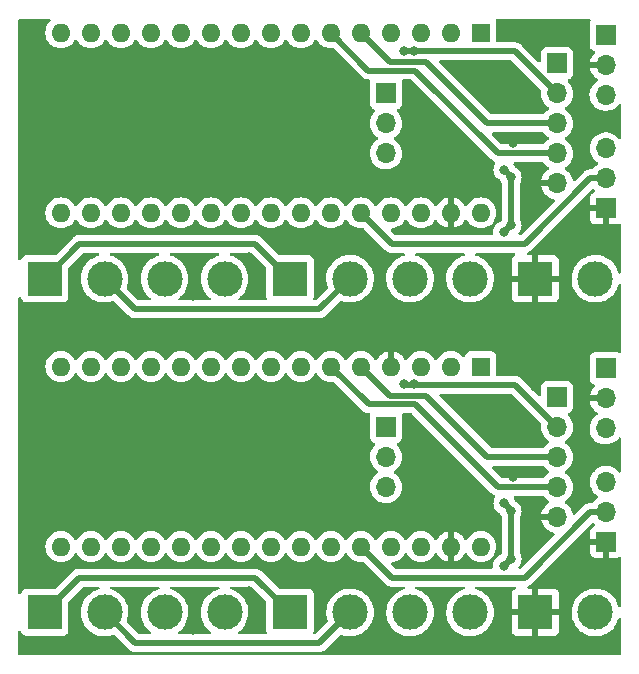
<source format=gbr>
%TF.GenerationSoftware,KiCad,Pcbnew,(6.0.0)*%
%TF.CreationDate,2022-10-01T21:34:56+02:00*%
%TF.ProjectId,012-Amesis-ColdSartE85,3031322d-416d-4657-9369-732d436f6c64,v0.01_Golf 1.6L 16v *%
%TF.SameCoordinates,Original*%
%TF.FileFunction,Copper,L2,Bot*%
%TF.FilePolarity,Positive*%
%FSLAX46Y46*%
G04 Gerber Fmt 4.6, Leading zero omitted, Abs format (unit mm)*
G04 Created by KiCad (PCBNEW (6.0.0)) date 2022-10-01 21:34:56*
%MOMM*%
%LPD*%
G01*
G04 APERTURE LIST*
%TA.AperFunction,ComponentPad*%
%ADD10O,1.700000X1.700000*%
%TD*%
%TA.AperFunction,ComponentPad*%
%ADD11R,1.700000X1.700000*%
%TD*%
%TA.AperFunction,ComponentPad*%
%ADD12C,3.000000*%
%TD*%
%TA.AperFunction,ComponentPad*%
%ADD13R,3.000000X3.000000*%
%TD*%
%TA.AperFunction,ComponentPad*%
%ADD14R,1.600000X1.600000*%
%TD*%
%TA.AperFunction,ComponentPad*%
%ADD15O,1.600000X1.600000*%
%TD*%
%TA.AperFunction,ViaPad*%
%ADD16C,0.800000*%
%TD*%
%TA.AperFunction,Conductor*%
%ADD17C,0.250000*%
%TD*%
%TA.AperFunction,Conductor*%
%ADD18C,0.500000*%
%TD*%
G04 APERTURE END LIST*
D10*
%TO.P,Jumpers_Option1,3,Pin_3*%
%TO.N,Net-(A1-Pad15)*%
X167640000Y-60568600D03*
%TO.P,Jumpers_Option1,2,Pin_2*%
%TO.N,GND*%
X167640000Y-58028600D03*
D11*
%TO.P,Jumpers_Option1,1,Pin_1*%
%TO.N,Net-(A1-Pad13)*%
X167640000Y-55488600D03*
%TD*%
D12*
%TO.P,J1,2,Pin_2*%
%TO.N,Net-(A1-Pad30)*%
X166776400Y-76149200D03*
D13*
%TO.P,J1,1,Pin_1*%
%TO.N,GND*%
X161696400Y-76149200D03*
%TD*%
D14*
%TO.P,A1,1,D1/TX*%
%TO.N,unconnected-(A1-Pad1)*%
X157073600Y-55331200D03*
D15*
%TO.P,A1,2,D0/RX*%
%TO.N,unconnected-(A1-Pad2)*%
X154533600Y-55331200D03*
%TO.P,A1,3,~{RESET}*%
%TO.N,unconnected-(A1-Pad3)*%
X151993600Y-55331200D03*
%TO.P,A1,4,GND*%
%TO.N,GND*%
X149453600Y-55331200D03*
%TO.P,A1,5,D2*%
%TO.N,Net-(A1-Pad5)*%
X146913600Y-55331200D03*
%TO.P,A1,6,D3*%
%TO.N,Net-(A1-Pad6)*%
X144373600Y-55331200D03*
%TO.P,A1,7,D4*%
%TO.N,Net-(A1-Pad7)*%
X141833600Y-55331200D03*
%TO.P,A1,8,D5*%
%TO.N,unconnected-(A1-Pad8)*%
X139293600Y-55331200D03*
%TO.P,A1,9,D6*%
%TO.N,unconnected-(A1-Pad9)*%
X136753600Y-55331200D03*
%TO.P,A1,10,D7*%
%TO.N,unconnected-(A1-Pad10)*%
X134213600Y-55331200D03*
%TO.P,A1,11,D8*%
%TO.N,unconnected-(A1-Pad11)*%
X131673600Y-55331200D03*
%TO.P,A1,12,D9*%
%TO.N,unconnected-(A1-Pad12)*%
X129133600Y-55331200D03*
%TO.P,A1,13,D10*%
%TO.N,Net-(A1-Pad13)*%
X126593600Y-55331200D03*
%TO.P,A1,14,D11*%
%TO.N,unconnected-(A1-Pad14)*%
X124053600Y-55331200D03*
%TO.P,A1,15,D12*%
%TO.N,Net-(A1-Pad15)*%
X121513600Y-55331200D03*
%TO.P,A1,16,D13*%
%TO.N,unconnected-(A1-Pad16)*%
X121513600Y-70571200D03*
%TO.P,A1,17,3V3*%
%TO.N,unconnected-(A1-Pad17)*%
X124053600Y-70571200D03*
%TO.P,A1,18,AREF*%
%TO.N,unconnected-(A1-Pad18)*%
X126593600Y-70571200D03*
%TO.P,A1,19,A0*%
%TO.N,unconnected-(A1-Pad19)*%
X129133600Y-70571200D03*
%TO.P,A1,20,A1*%
%TO.N,unconnected-(A1-Pad20)*%
X131673600Y-70571200D03*
%TO.P,A1,21,A2*%
%TO.N,unconnected-(A1-Pad21)*%
X134213600Y-70571200D03*
%TO.P,A1,22,A3*%
%TO.N,unconnected-(A1-Pad22)*%
X136753600Y-70571200D03*
%TO.P,A1,23,A4*%
%TO.N,unconnected-(A1-Pad23)*%
X139293600Y-70571200D03*
%TO.P,A1,24,A5*%
%TO.N,unconnected-(A1-Pad24)*%
X141833600Y-70571200D03*
%TO.P,A1,25,A6*%
%TO.N,unconnected-(A1-Pad25)*%
X144373600Y-70571200D03*
%TO.P,A1,26,A7*%
%TO.N,Net-(A1-Pad26)*%
X146913600Y-70571200D03*
%TO.P,A1,27,+5V*%
%TO.N,Net-(A1-Pad27)*%
X149453600Y-70571200D03*
%TO.P,A1,28,~{RESET}*%
%TO.N,unconnected-(A1-Pad28)*%
X151993600Y-70571200D03*
%TO.P,A1,29,GND*%
%TO.N,GND*%
X154533600Y-70571200D03*
%TO.P,A1,30,VIN*%
%TO.N,Net-(A1-Pad30)*%
X157073600Y-70571200D03*
%TD*%
D12*
%TO.P,G2/G62_OutPut_IAT1,4,Pin_4*%
%TO.N,Net-(G2/G62_InPut_IAT1-Pad4)*%
X156159200Y-76149200D03*
%TO.P,G2/G62_OutPut_IAT1,3,Pin_3*%
%TO.N,Net-(G2/G62_OutPut_IAT1-Pad3)*%
X151079200Y-76149200D03*
%TO.P,G2/G62_OutPut_IAT1,2,Pin_2*%
%TO.N,Net-(G2/G62_InPut_IAT1-Pad2)*%
X145999200Y-76149200D03*
D13*
%TO.P,G2/G62_OutPut_IAT1,1,Pin_1*%
%TO.N,Net-(G2/G62_InPut_IAT1-Pad1)*%
X140919200Y-76149200D03*
%TD*%
D10*
%TO.P,J2,5,Pin_5*%
%TO.N,GND*%
X163525200Y-68072000D03*
%TO.P,J2,4,Pin_4*%
%TO.N,Net-(A1-Pad6)*%
X163525200Y-65532000D03*
%TO.P,J2,3,Pin_3*%
%TO.N,Net-(A1-Pad5)*%
X163525200Y-62992000D03*
%TO.P,J2,2,Pin_2*%
%TO.N,Net-(A1-Pad7)*%
X163525200Y-60452000D03*
D11*
%TO.P,J2,1,Pin_1*%
%TO.N,Net-(A1-Pad27)*%
X163525200Y-57912000D03*
%TD*%
D12*
%TO.P,G2/G62_InPut_IAT1,4,Pin_4*%
%TO.N,Net-(G2/G62_InPut_IAT1-Pad4)*%
X135382000Y-76149200D03*
%TO.P,G2/G62_InPut_IAT1,3,Pin_3*%
%TO.N,Net-(G2/G62_InPut_IAT1-Pad3)*%
X130302000Y-76149200D03*
%TO.P,G2/G62_InPut_IAT1,2,Pin_2*%
%TO.N,Net-(G2/G62_InPut_IAT1-Pad2)*%
X125222000Y-76149200D03*
D13*
%TO.P,G2/G62_InPut_IAT1,1,Pin_1*%
%TO.N,Net-(G2/G62_InPut_IAT1-Pad1)*%
X120142000Y-76149200D03*
%TD*%
D10*
%TO.P,J3,3,Pin_3*%
%TO.N,unconnected-(J3-Pad3)*%
X149047200Y-65532000D03*
%TO.P,J3,2,Pin_2*%
%TO.N,Net-(G2/G62_InPut_IAT1-Pad3)*%
X149047200Y-62992000D03*
D11*
%TO.P,J3,1,Pin_1*%
%TO.N,Net-(G2/G62_OutPut_IAT1-Pad3)*%
X149047200Y-60452000D03*
%TD*%
D10*
%TO.P,IAT_Interne1,3,3*%
%TO.N,Net-(A1-Pad27)*%
X167665000Y-65110600D03*
%TO.P,IAT_Interne1,2,2*%
%TO.N,Net-(A1-Pad26)*%
X167665000Y-67650600D03*
D11*
%TO.P,IAT_Interne1,1,1*%
%TO.N,GND*%
X167665000Y-70190600D03*
%TD*%
D14*
%TO.P,A1,1,D1/TX*%
%TO.N,unconnected-(A1-Pad1)*%
X157068600Y-27081400D03*
D15*
%TO.P,A1,2,D0/RX*%
%TO.N,unconnected-(A1-Pad2)*%
X154528600Y-27081400D03*
%TO.P,A1,3,~{RESET}*%
%TO.N,unconnected-(A1-Pad3)*%
X151988600Y-27081400D03*
%TO.P,A1,4,GND*%
%TO.N,GND*%
X149448600Y-27081400D03*
%TO.P,A1,5,D2*%
%TO.N,Net-(A1-Pad5)*%
X146908600Y-27081400D03*
%TO.P,A1,6,D3*%
%TO.N,Net-(A1-Pad6)*%
X144368600Y-27081400D03*
%TO.P,A1,7,D4*%
%TO.N,Net-(A1-Pad7)*%
X141828600Y-27081400D03*
%TO.P,A1,8,D5*%
%TO.N,unconnected-(A1-Pad8)*%
X139288600Y-27081400D03*
%TO.P,A1,9,D6*%
%TO.N,unconnected-(A1-Pad9)*%
X136748600Y-27081400D03*
%TO.P,A1,10,D7*%
%TO.N,unconnected-(A1-Pad10)*%
X134208600Y-27081400D03*
%TO.P,A1,11,D8*%
%TO.N,unconnected-(A1-Pad11)*%
X131668600Y-27081400D03*
%TO.P,A1,12,D9*%
%TO.N,unconnected-(A1-Pad12)*%
X129128600Y-27081400D03*
%TO.P,A1,13,D10*%
%TO.N,Net-(A1-Pad13)*%
X126588600Y-27081400D03*
%TO.P,A1,14,D11*%
%TO.N,unconnected-(A1-Pad14)*%
X124048600Y-27081400D03*
%TO.P,A1,15,D12*%
%TO.N,Net-(A1-Pad15)*%
X121508600Y-27081400D03*
%TO.P,A1,16,D13*%
%TO.N,unconnected-(A1-Pad16)*%
X121508600Y-42321400D03*
%TO.P,A1,17,3V3*%
%TO.N,unconnected-(A1-Pad17)*%
X124048600Y-42321400D03*
%TO.P,A1,18,AREF*%
%TO.N,unconnected-(A1-Pad18)*%
X126588600Y-42321400D03*
%TO.P,A1,19,A0*%
%TO.N,unconnected-(A1-Pad19)*%
X129128600Y-42321400D03*
%TO.P,A1,20,A1*%
%TO.N,unconnected-(A1-Pad20)*%
X131668600Y-42321400D03*
%TO.P,A1,21,A2*%
%TO.N,unconnected-(A1-Pad21)*%
X134208600Y-42321400D03*
%TO.P,A1,22,A3*%
%TO.N,unconnected-(A1-Pad22)*%
X136748600Y-42321400D03*
%TO.P,A1,23,A4*%
%TO.N,unconnected-(A1-Pad23)*%
X139288600Y-42321400D03*
%TO.P,A1,24,A5*%
%TO.N,unconnected-(A1-Pad24)*%
X141828600Y-42321400D03*
%TO.P,A1,25,A6*%
%TO.N,unconnected-(A1-Pad25)*%
X144368600Y-42321400D03*
%TO.P,A1,26,A7*%
%TO.N,Net-(A1-Pad26)*%
X146908600Y-42321400D03*
%TO.P,A1,27,+5V*%
%TO.N,Net-(A1-Pad27)*%
X149448600Y-42321400D03*
%TO.P,A1,28,~{RESET}*%
%TO.N,unconnected-(A1-Pad28)*%
X151988600Y-42321400D03*
%TO.P,A1,29,GND*%
%TO.N,GND*%
X154528600Y-42321400D03*
%TO.P,A1,30,VIN*%
%TO.N,Net-(A1-Pad30)*%
X157068600Y-42321400D03*
%TD*%
D13*
%TO.P,J1,1,Pin_1*%
%TO.N,GND*%
X161691400Y-47899400D03*
D12*
%TO.P,J1,2,Pin_2*%
%TO.N,Net-(A1-Pad30)*%
X166771400Y-47899400D03*
%TD*%
D11*
%TO.P,Jumpers_Option1,1,Pin_1*%
%TO.N,Net-(A1-Pad13)*%
X167635000Y-27238800D03*
D10*
%TO.P,Jumpers_Option1,2,Pin_2*%
%TO.N,GND*%
X167635000Y-29778800D03*
%TO.P,Jumpers_Option1,3,Pin_3*%
%TO.N,Net-(A1-Pad15)*%
X167635000Y-32318800D03*
%TD*%
D13*
%TO.P,G2/G62_OutPut_IAT1,1,Pin_1*%
%TO.N,Net-(G2/G62_InPut_IAT1-Pad1)*%
X140914200Y-47899400D03*
D12*
%TO.P,G2/G62_OutPut_IAT1,2,Pin_2*%
%TO.N,Net-(G2/G62_InPut_IAT1-Pad2)*%
X145994200Y-47899400D03*
%TO.P,G2/G62_OutPut_IAT1,3,Pin_3*%
%TO.N,Net-(G2/G62_OutPut_IAT1-Pad3)*%
X151074200Y-47899400D03*
%TO.P,G2/G62_OutPut_IAT1,4,Pin_4*%
%TO.N,Net-(G2/G62_InPut_IAT1-Pad4)*%
X156154200Y-47899400D03*
%TD*%
D11*
%TO.P,IAT_Interne1,1,1*%
%TO.N,GND*%
X167660000Y-41940800D03*
D10*
%TO.P,IAT_Interne1,2,2*%
%TO.N,Net-(A1-Pad26)*%
X167660000Y-39400800D03*
%TO.P,IAT_Interne1,3,3*%
%TO.N,Net-(A1-Pad27)*%
X167660000Y-36860800D03*
%TD*%
D13*
%TO.P,G2/G62_InPut_IAT1,1,Pin_1*%
%TO.N,Net-(G2/G62_InPut_IAT1-Pad1)*%
X120137000Y-47899400D03*
D12*
%TO.P,G2/G62_InPut_IAT1,2,Pin_2*%
%TO.N,Net-(G2/G62_InPut_IAT1-Pad2)*%
X125217000Y-47899400D03*
%TO.P,G2/G62_InPut_IAT1,3,Pin_3*%
%TO.N,Net-(G2/G62_InPut_IAT1-Pad3)*%
X130297000Y-47899400D03*
%TO.P,G2/G62_InPut_IAT1,4,Pin_4*%
%TO.N,Net-(G2/G62_InPut_IAT1-Pad4)*%
X135377000Y-47899400D03*
%TD*%
D11*
%TO.P,J2,1,Pin_1*%
%TO.N,Net-(A1-Pad27)*%
X163520200Y-29662200D03*
D10*
%TO.P,J2,2,Pin_2*%
%TO.N,Net-(A1-Pad7)*%
X163520200Y-32202200D03*
%TO.P,J2,3,Pin_3*%
%TO.N,Net-(A1-Pad5)*%
X163520200Y-34742200D03*
%TO.P,J2,4,Pin_4*%
%TO.N,Net-(A1-Pad6)*%
X163520200Y-37282200D03*
%TO.P,J2,5,Pin_5*%
%TO.N,GND*%
X163520200Y-39822200D03*
%TD*%
D11*
%TO.P,J3,1,Pin_1*%
%TO.N,Net-(G2/G62_OutPut_IAT1-Pad3)*%
X149042200Y-32202200D03*
D10*
%TO.P,J3,2,Pin_2*%
%TO.N,Net-(G2/G62_InPut_IAT1-Pad3)*%
X149042200Y-34742200D03*
%TO.P,J3,3,Pin_3*%
%TO.N,unconnected-(J3-Pad3)*%
X149042200Y-37282200D03*
%TD*%
D16*
%TO.N,GND*%
X164592000Y-78079600D03*
%TO.N,Net-(G2/G62_OutPut_IAT1-Pad3)*%
X159613600Y-67564000D03*
%TO.N,GND*%
X122428000Y-58064400D03*
%TO.N,Net-(A1-Pad7)*%
X151384000Y-56845200D03*
%TO.N,Net-(G2/G62_OutPut_IAT1-Pad3)*%
X159054800Y-66903600D03*
%TO.N,GND*%
X159207200Y-55219600D03*
X159766000Y-64682500D03*
X157937200Y-78130400D03*
%TO.N,Net-(G2/G62_OutPut_IAT1-Pad3)*%
X159613600Y-71628000D03*
%TO.N,GND*%
X127660400Y-75082400D03*
X125780800Y-57099200D03*
X158242000Y-60553600D03*
X137414000Y-74320400D03*
X161645600Y-57048400D03*
X135534400Y-56642000D03*
X122834400Y-78079600D03*
X132740400Y-77622400D03*
X124053600Y-68376800D03*
%TO.N,Net-(G2/G62_OutPut_IAT1-Pad3)*%
X159004000Y-72186800D03*
%TO.N,Net-(A1-Pad7)*%
X150571200Y-56845200D03*
%TO.N,GND*%
X122423000Y-29814600D03*
X124048600Y-40127000D03*
X132735400Y-49372600D03*
X159761000Y-36432700D03*
X161640600Y-28798600D03*
X164587000Y-49829800D03*
X159202200Y-26969800D03*
X122829400Y-49829800D03*
X137409000Y-46070600D03*
X158237000Y-32303800D03*
X125775800Y-28849400D03*
X157932200Y-49880600D03*
X127655400Y-46832600D03*
X135529400Y-28392200D03*
%TO.N,Net-(A1-Pad7)*%
X150566200Y-28595400D03*
X151379000Y-28595400D03*
%TO.N,Net-(G2/G62_OutPut_IAT1-Pad3)*%
X158999000Y-43937000D03*
X159608600Y-39314200D03*
X159608600Y-43378200D03*
X159049800Y-38653800D03*
%TD*%
D17*
%TO.N,Net-(G2/G62_OutPut_IAT1-Pad3)*%
X159004000Y-72186800D02*
X159054800Y-72186800D01*
D18*
%TO.N,Net-(G2/G62_InPut_IAT1-Pad1)*%
X120142000Y-76149200D02*
X123088400Y-73202800D01*
X137972800Y-73202800D02*
X140919200Y-76149200D01*
%TO.N,Net-(G2/G62_InPut_IAT1-Pad2)*%
X127812800Y-78740000D02*
X143408400Y-78740000D01*
%TO.N,Net-(G2/G62_OutPut_IAT1-Pad3)*%
X159613600Y-67564000D02*
X159613600Y-71628000D01*
X159613600Y-67564000D02*
X159613600Y-67462400D01*
%TO.N,Net-(G2/G62_InPut_IAT1-Pad2)*%
X143408400Y-78740000D02*
X145999200Y-76149200D01*
X125222000Y-76149200D02*
X127812800Y-78740000D01*
%TO.N,Net-(G2/G62_OutPut_IAT1-Pad3)*%
X159613600Y-67462400D02*
X159054800Y-66903600D01*
%TO.N,Net-(G2/G62_InPut_IAT1-Pad1)*%
X123088400Y-73202800D02*
X137972800Y-73202800D01*
%TO.N,Net-(G2/G62_OutPut_IAT1-Pad3)*%
X159054800Y-72186800D02*
X159613600Y-71628000D01*
%TO.N,Net-(A1-Pad26)*%
X166334200Y-67650600D02*
X160782000Y-73202800D01*
%TO.N,Net-(A1-Pad7)*%
X150622000Y-56896000D02*
X150571200Y-56845200D01*
%TO.N,Net-(A1-Pad26)*%
X167665000Y-67650600D02*
X166334200Y-67650600D01*
%TO.N,Net-(A1-Pad6)*%
X147564000Y-58521600D02*
X144373600Y-55331200D01*
X158546800Y-65532000D02*
X151536400Y-58521600D01*
X151536400Y-58521600D02*
X147564000Y-58521600D01*
%TO.N,Net-(A1-Pad7)*%
X163525200Y-60452000D02*
X159969200Y-56896000D01*
%TO.N,Net-(A1-Pad5)*%
X157632400Y-62992000D02*
X163525200Y-62992000D01*
%TO.N,Net-(A1-Pad6)*%
X163525200Y-65532000D02*
X158546800Y-65532000D01*
%TO.N,Net-(A1-Pad5)*%
X146913600Y-55331200D02*
X149392800Y-57810400D01*
X152450800Y-57810400D02*
X157632400Y-62992000D01*
%TO.N,Net-(A1-Pad26)*%
X149545200Y-73202800D02*
X146913600Y-70571200D01*
X160782000Y-73202800D02*
X149545200Y-73202800D01*
%TO.N,Net-(A1-Pad7)*%
X159969200Y-56896000D02*
X150622000Y-56896000D01*
%TO.N,Net-(A1-Pad5)*%
X149392800Y-57810400D02*
X152450800Y-57810400D01*
X146908600Y-27081400D02*
X149387800Y-29560600D01*
X149387800Y-29560600D02*
X152445800Y-29560600D01*
X152445800Y-29560600D02*
X157627400Y-34742200D01*
X157627400Y-34742200D02*
X163520200Y-34742200D01*
%TO.N,Net-(A1-Pad6)*%
X151531400Y-30271800D02*
X147559000Y-30271800D01*
X158541800Y-37282200D02*
X151531400Y-30271800D01*
X147559000Y-30271800D02*
X144368600Y-27081400D01*
X163520200Y-37282200D02*
X158541800Y-37282200D01*
%TO.N,Net-(A1-Pad7)*%
X159964200Y-28646200D02*
X150617000Y-28646200D01*
X163520200Y-32202200D02*
X159964200Y-28646200D01*
X150617000Y-28646200D02*
X150566200Y-28595400D01*
%TO.N,Net-(A1-Pad26)*%
X167660000Y-39400800D02*
X166329200Y-39400800D01*
X166329200Y-39400800D02*
X160777000Y-44953000D01*
X160777000Y-44953000D02*
X149540200Y-44953000D01*
X149540200Y-44953000D02*
X146908600Y-42321400D01*
%TO.N,Net-(G2/G62_InPut_IAT1-Pad2)*%
X125217000Y-47899400D02*
X127807800Y-50490200D01*
X143403400Y-50490200D02*
X145994200Y-47899400D01*
X127807800Y-50490200D02*
X143403400Y-50490200D01*
%TO.N,Net-(G2/G62_InPut_IAT1-Pad1)*%
X137967800Y-44953000D02*
X140914200Y-47899400D01*
X120137000Y-47899400D02*
X123083400Y-44953000D01*
X123083400Y-44953000D02*
X137967800Y-44953000D01*
%TO.N,Net-(G2/G62_OutPut_IAT1-Pad3)*%
X159608600Y-39314200D02*
X159608600Y-39212600D01*
X159049800Y-43937000D02*
X159608600Y-43378200D01*
D17*
X158999000Y-43937000D02*
X159049800Y-43937000D01*
D18*
X159608600Y-39212600D02*
X159049800Y-38653800D01*
X159608600Y-39314200D02*
X159608600Y-43378200D01*
%TD*%
%TA.AperFunction,Conductor*%
%TO.N,GND*%
G36*
X120600433Y-25923002D02*
G01*
X120646926Y-25976658D01*
X120657030Y-26046932D01*
X120627536Y-26111512D01*
X120621407Y-26118095D01*
X120502402Y-26237100D01*
X120499245Y-26241608D01*
X120499243Y-26241611D01*
X120467924Y-26286340D01*
X120371077Y-26424651D01*
X120368754Y-26429633D01*
X120368751Y-26429638D01*
X120368634Y-26429889D01*
X120274316Y-26632157D01*
X120215057Y-26853313D01*
X120195102Y-27081400D01*
X120215057Y-27309487D01*
X120274316Y-27530643D01*
X120276639Y-27535624D01*
X120276639Y-27535625D01*
X120368751Y-27733162D01*
X120368754Y-27733167D01*
X120371077Y-27738149D01*
X120387568Y-27761700D01*
X120476279Y-27888392D01*
X120502402Y-27925700D01*
X120664300Y-28087598D01*
X120668808Y-28090755D01*
X120668811Y-28090757D01*
X120669394Y-28091165D01*
X120851851Y-28218923D01*
X120856833Y-28221246D01*
X120856838Y-28221249D01*
X120957792Y-28268324D01*
X121059357Y-28315684D01*
X121064665Y-28317106D01*
X121064667Y-28317107D01*
X121275198Y-28373519D01*
X121275200Y-28373519D01*
X121280513Y-28374943D01*
X121508600Y-28394898D01*
X121736687Y-28374943D01*
X121742000Y-28373519D01*
X121742002Y-28373519D01*
X121952533Y-28317107D01*
X121952535Y-28317106D01*
X121957843Y-28315684D01*
X122059408Y-28268324D01*
X122160362Y-28221249D01*
X122160367Y-28221246D01*
X122165349Y-28218923D01*
X122347806Y-28091165D01*
X122348389Y-28090757D01*
X122348392Y-28090755D01*
X122352900Y-28087598D01*
X122514798Y-27925700D01*
X122540922Y-27888392D01*
X122629632Y-27761700D01*
X122646123Y-27738149D01*
X122648446Y-27733167D01*
X122648449Y-27733162D01*
X122664405Y-27698943D01*
X122711322Y-27645658D01*
X122779599Y-27626197D01*
X122847559Y-27646739D01*
X122892795Y-27698943D01*
X122908751Y-27733162D01*
X122908754Y-27733167D01*
X122911077Y-27738149D01*
X122927568Y-27761700D01*
X123016279Y-27888392D01*
X123042402Y-27925700D01*
X123204300Y-28087598D01*
X123208808Y-28090755D01*
X123208811Y-28090757D01*
X123209394Y-28091165D01*
X123391851Y-28218923D01*
X123396833Y-28221246D01*
X123396838Y-28221249D01*
X123497792Y-28268324D01*
X123599357Y-28315684D01*
X123604665Y-28317106D01*
X123604667Y-28317107D01*
X123815198Y-28373519D01*
X123815200Y-28373519D01*
X123820513Y-28374943D01*
X124048600Y-28394898D01*
X124276687Y-28374943D01*
X124282000Y-28373519D01*
X124282002Y-28373519D01*
X124492533Y-28317107D01*
X124492535Y-28317106D01*
X124497843Y-28315684D01*
X124599408Y-28268324D01*
X124700362Y-28221249D01*
X124700367Y-28221246D01*
X124705349Y-28218923D01*
X124887806Y-28091165D01*
X124888389Y-28090757D01*
X124888392Y-28090755D01*
X124892900Y-28087598D01*
X125054798Y-27925700D01*
X125080922Y-27888392D01*
X125169632Y-27761700D01*
X125186123Y-27738149D01*
X125188446Y-27733167D01*
X125188449Y-27733162D01*
X125204405Y-27698943D01*
X125251322Y-27645658D01*
X125319599Y-27626197D01*
X125387559Y-27646739D01*
X125432795Y-27698943D01*
X125448751Y-27733162D01*
X125448754Y-27733167D01*
X125451077Y-27738149D01*
X125467568Y-27761700D01*
X125556279Y-27888392D01*
X125582402Y-27925700D01*
X125744300Y-28087598D01*
X125748808Y-28090755D01*
X125748811Y-28090757D01*
X125749394Y-28091165D01*
X125931851Y-28218923D01*
X125936833Y-28221246D01*
X125936838Y-28221249D01*
X126037792Y-28268324D01*
X126139357Y-28315684D01*
X126144665Y-28317106D01*
X126144667Y-28317107D01*
X126355198Y-28373519D01*
X126355200Y-28373519D01*
X126360513Y-28374943D01*
X126588600Y-28394898D01*
X126816687Y-28374943D01*
X126822000Y-28373519D01*
X126822002Y-28373519D01*
X127032533Y-28317107D01*
X127032535Y-28317106D01*
X127037843Y-28315684D01*
X127139408Y-28268324D01*
X127240362Y-28221249D01*
X127240367Y-28221246D01*
X127245349Y-28218923D01*
X127427806Y-28091165D01*
X127428389Y-28090757D01*
X127428392Y-28090755D01*
X127432900Y-28087598D01*
X127594798Y-27925700D01*
X127620922Y-27888392D01*
X127709632Y-27761700D01*
X127726123Y-27738149D01*
X127728446Y-27733167D01*
X127728449Y-27733162D01*
X127744405Y-27698943D01*
X127791322Y-27645658D01*
X127859599Y-27626197D01*
X127927559Y-27646739D01*
X127972795Y-27698943D01*
X127988751Y-27733162D01*
X127988754Y-27733167D01*
X127991077Y-27738149D01*
X128007568Y-27761700D01*
X128096279Y-27888392D01*
X128122402Y-27925700D01*
X128284300Y-28087598D01*
X128288808Y-28090755D01*
X128288811Y-28090757D01*
X128289394Y-28091165D01*
X128471851Y-28218923D01*
X128476833Y-28221246D01*
X128476838Y-28221249D01*
X128577792Y-28268324D01*
X128679357Y-28315684D01*
X128684665Y-28317106D01*
X128684667Y-28317107D01*
X128895198Y-28373519D01*
X128895200Y-28373519D01*
X128900513Y-28374943D01*
X129128600Y-28394898D01*
X129356687Y-28374943D01*
X129362000Y-28373519D01*
X129362002Y-28373519D01*
X129572533Y-28317107D01*
X129572535Y-28317106D01*
X129577843Y-28315684D01*
X129679408Y-28268324D01*
X129780362Y-28221249D01*
X129780367Y-28221246D01*
X129785349Y-28218923D01*
X129967806Y-28091165D01*
X129968389Y-28090757D01*
X129968392Y-28090755D01*
X129972900Y-28087598D01*
X130134798Y-27925700D01*
X130160922Y-27888392D01*
X130249632Y-27761700D01*
X130266123Y-27738149D01*
X130268446Y-27733167D01*
X130268449Y-27733162D01*
X130284405Y-27698943D01*
X130331322Y-27645658D01*
X130399599Y-27626197D01*
X130467559Y-27646739D01*
X130512795Y-27698943D01*
X130528751Y-27733162D01*
X130528754Y-27733167D01*
X130531077Y-27738149D01*
X130547568Y-27761700D01*
X130636279Y-27888392D01*
X130662402Y-27925700D01*
X130824300Y-28087598D01*
X130828808Y-28090755D01*
X130828811Y-28090757D01*
X130829394Y-28091165D01*
X131011851Y-28218923D01*
X131016833Y-28221246D01*
X131016838Y-28221249D01*
X131117792Y-28268324D01*
X131219357Y-28315684D01*
X131224665Y-28317106D01*
X131224667Y-28317107D01*
X131435198Y-28373519D01*
X131435200Y-28373519D01*
X131440513Y-28374943D01*
X131668600Y-28394898D01*
X131896687Y-28374943D01*
X131902000Y-28373519D01*
X131902002Y-28373519D01*
X132112533Y-28317107D01*
X132112535Y-28317106D01*
X132117843Y-28315684D01*
X132219408Y-28268324D01*
X132320362Y-28221249D01*
X132320367Y-28221246D01*
X132325349Y-28218923D01*
X132507806Y-28091165D01*
X132508389Y-28090757D01*
X132508392Y-28090755D01*
X132512900Y-28087598D01*
X132674798Y-27925700D01*
X132700922Y-27888392D01*
X132789632Y-27761700D01*
X132806123Y-27738149D01*
X132808446Y-27733167D01*
X132808449Y-27733162D01*
X132824405Y-27698943D01*
X132871322Y-27645658D01*
X132939599Y-27626197D01*
X133007559Y-27646739D01*
X133052795Y-27698943D01*
X133068751Y-27733162D01*
X133068754Y-27733167D01*
X133071077Y-27738149D01*
X133087568Y-27761700D01*
X133176279Y-27888392D01*
X133202402Y-27925700D01*
X133364300Y-28087598D01*
X133368808Y-28090755D01*
X133368811Y-28090757D01*
X133369394Y-28091165D01*
X133551851Y-28218923D01*
X133556833Y-28221246D01*
X133556838Y-28221249D01*
X133657792Y-28268324D01*
X133759357Y-28315684D01*
X133764665Y-28317106D01*
X133764667Y-28317107D01*
X133975198Y-28373519D01*
X133975200Y-28373519D01*
X133980513Y-28374943D01*
X134208600Y-28394898D01*
X134436687Y-28374943D01*
X134442000Y-28373519D01*
X134442002Y-28373519D01*
X134652533Y-28317107D01*
X134652535Y-28317106D01*
X134657843Y-28315684D01*
X134759408Y-28268324D01*
X134860362Y-28221249D01*
X134860367Y-28221246D01*
X134865349Y-28218923D01*
X135047806Y-28091165D01*
X135048389Y-28090757D01*
X135048392Y-28090755D01*
X135052900Y-28087598D01*
X135214798Y-27925700D01*
X135240922Y-27888392D01*
X135329632Y-27761700D01*
X135346123Y-27738149D01*
X135348446Y-27733167D01*
X135348449Y-27733162D01*
X135364405Y-27698943D01*
X135411322Y-27645658D01*
X135479599Y-27626197D01*
X135547559Y-27646739D01*
X135592795Y-27698943D01*
X135608751Y-27733162D01*
X135608754Y-27733167D01*
X135611077Y-27738149D01*
X135627568Y-27761700D01*
X135716279Y-27888392D01*
X135742402Y-27925700D01*
X135904300Y-28087598D01*
X135908808Y-28090755D01*
X135908811Y-28090757D01*
X135909394Y-28091165D01*
X136091851Y-28218923D01*
X136096833Y-28221246D01*
X136096838Y-28221249D01*
X136197792Y-28268324D01*
X136299357Y-28315684D01*
X136304665Y-28317106D01*
X136304667Y-28317107D01*
X136515198Y-28373519D01*
X136515200Y-28373519D01*
X136520513Y-28374943D01*
X136748600Y-28394898D01*
X136976687Y-28374943D01*
X136982000Y-28373519D01*
X136982002Y-28373519D01*
X137192533Y-28317107D01*
X137192535Y-28317106D01*
X137197843Y-28315684D01*
X137299408Y-28268324D01*
X137400362Y-28221249D01*
X137400367Y-28221246D01*
X137405349Y-28218923D01*
X137587806Y-28091165D01*
X137588389Y-28090757D01*
X137588392Y-28090755D01*
X137592900Y-28087598D01*
X137754798Y-27925700D01*
X137780922Y-27888392D01*
X137869632Y-27761700D01*
X137886123Y-27738149D01*
X137888446Y-27733167D01*
X137888449Y-27733162D01*
X137904405Y-27698943D01*
X137951322Y-27645658D01*
X138019599Y-27626197D01*
X138087559Y-27646739D01*
X138132795Y-27698943D01*
X138148751Y-27733162D01*
X138148754Y-27733167D01*
X138151077Y-27738149D01*
X138167568Y-27761700D01*
X138256279Y-27888392D01*
X138282402Y-27925700D01*
X138444300Y-28087598D01*
X138448808Y-28090755D01*
X138448811Y-28090757D01*
X138449394Y-28091165D01*
X138631851Y-28218923D01*
X138636833Y-28221246D01*
X138636838Y-28221249D01*
X138737792Y-28268324D01*
X138839357Y-28315684D01*
X138844665Y-28317106D01*
X138844667Y-28317107D01*
X139055198Y-28373519D01*
X139055200Y-28373519D01*
X139060513Y-28374943D01*
X139288600Y-28394898D01*
X139516687Y-28374943D01*
X139522000Y-28373519D01*
X139522002Y-28373519D01*
X139732533Y-28317107D01*
X139732535Y-28317106D01*
X139737843Y-28315684D01*
X139839408Y-28268324D01*
X139940362Y-28221249D01*
X139940367Y-28221246D01*
X139945349Y-28218923D01*
X140127806Y-28091165D01*
X140128389Y-28090757D01*
X140128392Y-28090755D01*
X140132900Y-28087598D01*
X140294798Y-27925700D01*
X140320922Y-27888392D01*
X140409632Y-27761700D01*
X140426123Y-27738149D01*
X140428446Y-27733167D01*
X140428449Y-27733162D01*
X140444405Y-27698943D01*
X140491322Y-27645658D01*
X140559599Y-27626197D01*
X140627559Y-27646739D01*
X140672795Y-27698943D01*
X140688751Y-27733162D01*
X140688754Y-27733167D01*
X140691077Y-27738149D01*
X140707568Y-27761700D01*
X140796279Y-27888392D01*
X140822402Y-27925700D01*
X140984300Y-28087598D01*
X140988808Y-28090755D01*
X140988811Y-28090757D01*
X140989394Y-28091165D01*
X141171851Y-28218923D01*
X141176833Y-28221246D01*
X141176838Y-28221249D01*
X141277792Y-28268324D01*
X141379357Y-28315684D01*
X141384665Y-28317106D01*
X141384667Y-28317107D01*
X141595198Y-28373519D01*
X141595200Y-28373519D01*
X141600513Y-28374943D01*
X141828600Y-28394898D01*
X142056687Y-28374943D01*
X142062000Y-28373519D01*
X142062002Y-28373519D01*
X142272533Y-28317107D01*
X142272535Y-28317106D01*
X142277843Y-28315684D01*
X142379408Y-28268324D01*
X142480362Y-28221249D01*
X142480367Y-28221246D01*
X142485349Y-28218923D01*
X142667806Y-28091165D01*
X142668389Y-28090757D01*
X142668392Y-28090755D01*
X142672900Y-28087598D01*
X142834798Y-27925700D01*
X142860922Y-27888392D01*
X142949632Y-27761700D01*
X142966123Y-27738149D01*
X142968446Y-27733167D01*
X142968449Y-27733162D01*
X142984405Y-27698943D01*
X143031322Y-27645658D01*
X143099599Y-27626197D01*
X143167559Y-27646739D01*
X143212795Y-27698943D01*
X143228751Y-27733162D01*
X143228754Y-27733167D01*
X143231077Y-27738149D01*
X143247568Y-27761700D01*
X143336279Y-27888392D01*
X143362402Y-27925700D01*
X143524300Y-28087598D01*
X143528808Y-28090755D01*
X143528811Y-28090757D01*
X143529394Y-28091165D01*
X143711851Y-28218923D01*
X143716833Y-28221246D01*
X143716838Y-28221249D01*
X143817792Y-28268324D01*
X143919357Y-28315684D01*
X143924665Y-28317106D01*
X143924667Y-28317107D01*
X144135198Y-28373519D01*
X144135200Y-28373519D01*
X144140513Y-28374943D01*
X144368600Y-28394898D01*
X144374075Y-28394419D01*
X144531513Y-28380645D01*
X144601118Y-28394634D01*
X144631590Y-28417071D01*
X146975230Y-30760711D01*
X146987616Y-30775123D01*
X146996149Y-30786718D01*
X146996154Y-30786723D01*
X147000492Y-30792618D01*
X147006070Y-30797357D01*
X147006073Y-30797360D01*
X147040768Y-30826835D01*
X147048284Y-30833765D01*
X147053979Y-30839460D01*
X147056861Y-30841740D01*
X147076251Y-30857081D01*
X147079655Y-30859872D01*
X147129703Y-30902391D01*
X147135285Y-30907133D01*
X147141801Y-30910461D01*
X147146850Y-30913828D01*
X147151979Y-30916995D01*
X147157716Y-30921534D01*
X147223875Y-30952455D01*
X147227769Y-30954358D01*
X147292808Y-30987569D01*
X147299916Y-30989308D01*
X147305559Y-30991407D01*
X147311322Y-30993324D01*
X147317950Y-30996422D01*
X147325112Y-30997912D01*
X147325113Y-30997912D01*
X147389412Y-31011286D01*
X147393696Y-31012256D01*
X147464610Y-31029608D01*
X147470212Y-31029956D01*
X147470215Y-31029956D01*
X147475764Y-31030300D01*
X147475762Y-31030336D01*
X147479755Y-31030575D01*
X147483947Y-31030949D01*
X147491115Y-31032440D01*
X147568520Y-31030346D01*
X147571928Y-31030300D01*
X147587976Y-31030300D01*
X147656097Y-31050302D01*
X147702590Y-31103958D01*
X147712694Y-31174232D01*
X147705958Y-31200529D01*
X147690455Y-31241884D01*
X147683700Y-31304066D01*
X147683700Y-33100334D01*
X147690455Y-33162516D01*
X147741585Y-33298905D01*
X147828939Y-33415461D01*
X147945495Y-33502815D01*
X147953904Y-33505967D01*
X147953905Y-33505968D01*
X148062651Y-33546735D01*
X148119416Y-33589376D01*
X148144116Y-33655938D01*
X148128909Y-33725287D01*
X148109516Y-33751768D01*
X147982829Y-33884338D01*
X147979920Y-33888603D01*
X147979914Y-33888611D01*
X147940224Y-33946795D01*
X147856943Y-34068880D01*
X147762888Y-34271505D01*
X147703189Y-34486770D01*
X147679451Y-34708895D01*
X147679748Y-34714048D01*
X147679748Y-34714051D01*
X147685211Y-34808790D01*
X147692310Y-34931915D01*
X147693447Y-34936961D01*
X147693448Y-34936967D01*
X147713319Y-35025139D01*
X147741422Y-35149839D01*
X147825466Y-35356816D01*
X147828165Y-35361220D01*
X147938923Y-35541961D01*
X147942187Y-35547288D01*
X148088450Y-35716138D01*
X148260326Y-35858832D01*
X148330795Y-35900011D01*
X148333645Y-35901676D01*
X148382369Y-35953314D01*
X148395440Y-36023097D01*
X148368709Y-36088869D01*
X148328255Y-36122227D01*
X148315807Y-36128707D01*
X148311674Y-36131810D01*
X148311671Y-36131812D01*
X148231275Y-36192175D01*
X148137165Y-36262835D01*
X147982829Y-36424338D01*
X147979920Y-36428603D01*
X147979914Y-36428611D01*
X147940224Y-36486795D01*
X147856943Y-36608880D01*
X147762888Y-36811505D01*
X147703189Y-37026770D01*
X147679451Y-37248895D01*
X147679748Y-37254048D01*
X147679748Y-37254051D01*
X147685211Y-37348790D01*
X147692310Y-37471915D01*
X147693447Y-37476961D01*
X147693448Y-37476967D01*
X147694091Y-37479820D01*
X147741422Y-37689839D01*
X147825466Y-37896816D01*
X147841893Y-37923623D01*
X147892878Y-38006822D01*
X147942187Y-38087288D01*
X148088450Y-38256138D01*
X148260326Y-38398832D01*
X148453200Y-38511538D01*
X148458025Y-38513380D01*
X148458026Y-38513381D01*
X148493594Y-38526963D01*
X148661892Y-38591230D01*
X148666960Y-38592261D01*
X148666963Y-38592262D01*
X148709706Y-38600958D01*
X148880797Y-38635767D01*
X148885972Y-38635957D01*
X148885974Y-38635957D01*
X149098873Y-38643764D01*
X149098877Y-38643764D01*
X149104037Y-38643953D01*
X149109157Y-38643297D01*
X149109159Y-38643297D01*
X149320488Y-38616225D01*
X149320489Y-38616225D01*
X149325616Y-38615568D01*
X149340635Y-38611062D01*
X149534629Y-38552861D01*
X149534634Y-38552859D01*
X149539584Y-38551374D01*
X149740194Y-38453096D01*
X149922060Y-38323373D01*
X150080296Y-38165689D01*
X150111172Y-38122721D01*
X150207635Y-37988477D01*
X150210653Y-37984277D01*
X150215670Y-37974127D01*
X150307336Y-37788653D01*
X150307337Y-37788651D01*
X150309630Y-37784011D01*
X150374570Y-37570269D01*
X150403729Y-37348790D01*
X150405356Y-37282200D01*
X150387052Y-37059561D01*
X150332631Y-36842902D01*
X150243554Y-36638040D01*
X150169584Y-36523700D01*
X150125022Y-36454817D01*
X150125020Y-36454814D01*
X150122214Y-36450477D01*
X149971870Y-36285251D01*
X149967819Y-36282052D01*
X149967815Y-36282048D01*
X149800614Y-36150000D01*
X149800610Y-36149998D01*
X149796559Y-36146798D01*
X149755253Y-36123996D01*
X149705284Y-36073564D01*
X149690512Y-36004121D01*
X149715628Y-35937716D01*
X149742980Y-35911109D01*
X149809233Y-35863851D01*
X149922060Y-35783373D01*
X150080296Y-35625689D01*
X150139794Y-35542889D01*
X150207635Y-35448477D01*
X150210653Y-35444277D01*
X150309630Y-35244011D01*
X150374570Y-35030269D01*
X150403729Y-34808790D01*
X150405356Y-34742200D01*
X150387052Y-34519561D01*
X150332631Y-34302902D01*
X150243554Y-34098040D01*
X150169584Y-33983700D01*
X150125022Y-33914817D01*
X150125020Y-33914814D01*
X150122214Y-33910477D01*
X150118732Y-33906650D01*
X149974998Y-33748688D01*
X149943946Y-33684842D01*
X149952341Y-33614343D01*
X149997517Y-33559575D01*
X150023961Y-33545906D01*
X150130497Y-33505967D01*
X150138905Y-33502815D01*
X150255461Y-33415461D01*
X150342815Y-33298905D01*
X150393945Y-33162516D01*
X150400700Y-33100334D01*
X150400700Y-31304066D01*
X150393945Y-31241884D01*
X150378442Y-31200530D01*
X150373259Y-31129723D01*
X150407180Y-31067354D01*
X150469435Y-31033224D01*
X150496424Y-31030300D01*
X151165029Y-31030300D01*
X151233150Y-31050302D01*
X151254124Y-31067205D01*
X157958030Y-37771111D01*
X157970416Y-37785523D01*
X157978949Y-37797118D01*
X157978954Y-37797123D01*
X157983292Y-37803018D01*
X157988870Y-37807757D01*
X157988873Y-37807760D01*
X158023568Y-37837235D01*
X158031084Y-37844165D01*
X158036780Y-37849861D01*
X158039641Y-37852124D01*
X158039646Y-37852129D01*
X158059066Y-37867493D01*
X158062467Y-37870282D01*
X158118085Y-37917533D01*
X158124598Y-37920859D01*
X158129637Y-37924220D01*
X158134779Y-37927396D01*
X158140516Y-37931934D01*
X158206675Y-37962855D01*
X158210577Y-37964762D01*
X158237621Y-37978572D01*
X158289193Y-38027366D01*
X158306198Y-38096296D01*
X158289437Y-38153788D01*
X158215273Y-38282244D01*
X158156258Y-38463872D01*
X158155568Y-38470433D01*
X158155568Y-38470435D01*
X158147500Y-38547203D01*
X158136296Y-38653800D01*
X158136986Y-38660365D01*
X158149873Y-38782974D01*
X158156258Y-38843728D01*
X158215273Y-39025356D01*
X158310760Y-39190744D01*
X158438547Y-39332666D01*
X158593048Y-39444918D01*
X158599074Y-39447601D01*
X158599081Y-39447605D01*
X158661952Y-39475596D01*
X158716048Y-39521576D01*
X158730537Y-39551767D01*
X158774073Y-39685756D01*
X158777376Y-39691478D01*
X158777377Y-39691479D01*
X158833219Y-39788199D01*
X158850100Y-39851199D01*
X158850100Y-42841201D01*
X158833219Y-42904201D01*
X158790525Y-42978149D01*
X158774073Y-43006644D01*
X158773524Y-43008333D01*
X158728706Y-43061063D01*
X158710827Y-43070826D01*
X158548278Y-43143197D01*
X158548276Y-43143198D01*
X158542248Y-43145882D01*
X158536907Y-43149762D01*
X158536906Y-43149763D01*
X158521623Y-43160867D01*
X158387747Y-43258134D01*
X158383326Y-43263044D01*
X158383325Y-43263045D01*
X158355161Y-43294325D01*
X158259960Y-43400056D01*
X158164473Y-43565444D01*
X158105458Y-43747072D01*
X158104768Y-43753633D01*
X158104768Y-43753635D01*
X158088394Y-43909426D01*
X158085496Y-43937000D01*
X158097433Y-44050568D01*
X158097933Y-44055329D01*
X158085161Y-44125168D01*
X158036659Y-44177014D01*
X157972623Y-44194500D01*
X149906571Y-44194500D01*
X149838450Y-44174498D01*
X149817476Y-44157595D01*
X149498220Y-43838339D01*
X149464194Y-43776027D01*
X149469259Y-43705212D01*
X149511806Y-43648376D01*
X149576333Y-43623723D01*
X149603391Y-43621356D01*
X149676687Y-43614943D01*
X149682000Y-43613519D01*
X149682002Y-43613519D01*
X149892533Y-43557107D01*
X149892535Y-43557106D01*
X149897843Y-43555684D01*
X149903835Y-43552890D01*
X150100362Y-43461249D01*
X150100367Y-43461246D01*
X150105349Y-43458923D01*
X150275588Y-43339720D01*
X150288389Y-43330757D01*
X150288392Y-43330755D01*
X150292900Y-43327598D01*
X150454798Y-43165700D01*
X150465958Y-43149763D01*
X150550619Y-43028854D01*
X150586123Y-42978149D01*
X150588446Y-42973167D01*
X150588449Y-42973162D01*
X150604405Y-42938943D01*
X150651322Y-42885658D01*
X150719599Y-42866197D01*
X150787559Y-42886739D01*
X150832795Y-42938943D01*
X150848751Y-42973162D01*
X150848754Y-42973167D01*
X150851077Y-42978149D01*
X150886581Y-43028854D01*
X150971243Y-43149763D01*
X150982402Y-43165700D01*
X151144300Y-43327598D01*
X151148808Y-43330755D01*
X151148811Y-43330757D01*
X151161612Y-43339720D01*
X151331851Y-43458923D01*
X151336833Y-43461246D01*
X151336838Y-43461249D01*
X151533365Y-43552890D01*
X151539357Y-43555684D01*
X151544665Y-43557106D01*
X151544667Y-43557107D01*
X151755198Y-43613519D01*
X151755200Y-43613519D01*
X151760513Y-43614943D01*
X151988600Y-43634898D01*
X152216687Y-43614943D01*
X152222000Y-43613519D01*
X152222002Y-43613519D01*
X152432533Y-43557107D01*
X152432535Y-43557106D01*
X152437843Y-43555684D01*
X152443835Y-43552890D01*
X152640362Y-43461249D01*
X152640367Y-43461246D01*
X152645349Y-43458923D01*
X152815588Y-43339720D01*
X152828389Y-43330757D01*
X152828392Y-43330755D01*
X152832900Y-43327598D01*
X152994798Y-43165700D01*
X153005958Y-43149763D01*
X153090619Y-43028854D01*
X153126123Y-42978149D01*
X153128446Y-42973167D01*
X153128449Y-42973162D01*
X153144681Y-42938351D01*
X153191598Y-42885066D01*
X153259875Y-42865605D01*
X153327835Y-42886147D01*
X153373071Y-42938351D01*
X153389186Y-42972911D01*
X153394669Y-42982407D01*
X153519628Y-43160867D01*
X153526684Y-43169275D01*
X153680725Y-43323316D01*
X153689133Y-43330372D01*
X153867593Y-43455331D01*
X153877089Y-43460814D01*
X154074547Y-43552890D01*
X154084839Y-43556636D01*
X154257103Y-43602794D01*
X154271199Y-43602458D01*
X154274600Y-43594516D01*
X154274600Y-43589367D01*
X154782600Y-43589367D01*
X154786573Y-43602898D01*
X154795122Y-43604127D01*
X154972361Y-43556636D01*
X154982653Y-43552890D01*
X155180111Y-43460814D01*
X155189607Y-43455331D01*
X155368067Y-43330372D01*
X155376475Y-43323316D01*
X155530516Y-43169275D01*
X155537572Y-43160867D01*
X155662531Y-42982407D01*
X155668014Y-42972911D01*
X155684129Y-42938351D01*
X155731046Y-42885066D01*
X155799323Y-42865605D01*
X155867283Y-42886147D01*
X155912519Y-42938351D01*
X155928751Y-42973162D01*
X155928754Y-42973167D01*
X155931077Y-42978149D01*
X155966581Y-43028854D01*
X156051243Y-43149763D01*
X156062402Y-43165700D01*
X156224300Y-43327598D01*
X156228808Y-43330755D01*
X156228811Y-43330757D01*
X156241612Y-43339720D01*
X156411851Y-43458923D01*
X156416833Y-43461246D01*
X156416838Y-43461249D01*
X156613365Y-43552890D01*
X156619357Y-43555684D01*
X156624665Y-43557106D01*
X156624667Y-43557107D01*
X156835198Y-43613519D01*
X156835200Y-43613519D01*
X156840513Y-43614943D01*
X157068600Y-43634898D01*
X157296687Y-43614943D01*
X157302000Y-43613519D01*
X157302002Y-43613519D01*
X157512533Y-43557107D01*
X157512535Y-43557106D01*
X157517843Y-43555684D01*
X157523835Y-43552890D01*
X157720362Y-43461249D01*
X157720367Y-43461246D01*
X157725349Y-43458923D01*
X157895588Y-43339720D01*
X157908389Y-43330757D01*
X157908392Y-43330755D01*
X157912900Y-43327598D01*
X158074798Y-43165700D01*
X158085958Y-43149763D01*
X158170619Y-43028854D01*
X158206123Y-42978149D01*
X158208446Y-42973167D01*
X158208449Y-42973162D01*
X158300561Y-42775625D01*
X158300561Y-42775624D01*
X158302884Y-42770643D01*
X158362143Y-42549487D01*
X158382098Y-42321400D01*
X158362143Y-42093313D01*
X158302884Y-41872157D01*
X158258327Y-41776603D01*
X158208449Y-41669638D01*
X158208446Y-41669633D01*
X158206123Y-41664651D01*
X158074798Y-41477100D01*
X157912900Y-41315202D01*
X157908392Y-41312045D01*
X157908389Y-41312043D01*
X157811747Y-41244374D01*
X157725349Y-41183877D01*
X157720367Y-41181554D01*
X157720362Y-41181551D01*
X157522825Y-41089439D01*
X157522824Y-41089439D01*
X157517843Y-41087116D01*
X157512535Y-41085694D01*
X157512533Y-41085693D01*
X157302002Y-41029281D01*
X157302000Y-41029281D01*
X157296687Y-41027857D01*
X157068600Y-41007902D01*
X156840513Y-41027857D01*
X156835200Y-41029281D01*
X156835198Y-41029281D01*
X156624667Y-41085693D01*
X156624665Y-41085694D01*
X156619357Y-41087116D01*
X156614376Y-41089439D01*
X156614375Y-41089439D01*
X156416838Y-41181551D01*
X156416833Y-41181554D01*
X156411851Y-41183877D01*
X156325453Y-41244374D01*
X156228811Y-41312043D01*
X156228808Y-41312045D01*
X156224300Y-41315202D01*
X156062402Y-41477100D01*
X155931077Y-41664651D01*
X155928754Y-41669633D01*
X155928751Y-41669638D01*
X155912519Y-41704449D01*
X155865602Y-41757734D01*
X155797325Y-41777195D01*
X155729365Y-41756653D01*
X155684129Y-41704449D01*
X155668014Y-41669889D01*
X155662531Y-41660393D01*
X155537572Y-41481933D01*
X155530516Y-41473525D01*
X155376475Y-41319484D01*
X155368067Y-41312428D01*
X155189607Y-41187469D01*
X155180111Y-41181986D01*
X154982653Y-41089910D01*
X154972361Y-41086164D01*
X154800097Y-41040006D01*
X154786001Y-41040342D01*
X154782600Y-41048284D01*
X154782600Y-43589367D01*
X154274600Y-43589367D01*
X154274600Y-41053433D01*
X154270627Y-41039902D01*
X154262078Y-41038673D01*
X154084839Y-41086164D01*
X154074547Y-41089910D01*
X153877089Y-41181986D01*
X153867593Y-41187469D01*
X153689133Y-41312428D01*
X153680725Y-41319484D01*
X153526684Y-41473525D01*
X153519628Y-41481933D01*
X153394669Y-41660393D01*
X153389186Y-41669889D01*
X153373071Y-41704449D01*
X153326154Y-41757734D01*
X153257877Y-41777195D01*
X153189917Y-41756653D01*
X153144681Y-41704449D01*
X153128449Y-41669638D01*
X153128446Y-41669633D01*
X153126123Y-41664651D01*
X152994798Y-41477100D01*
X152832900Y-41315202D01*
X152828392Y-41312045D01*
X152828389Y-41312043D01*
X152731747Y-41244374D01*
X152645349Y-41183877D01*
X152640367Y-41181554D01*
X152640362Y-41181551D01*
X152442825Y-41089439D01*
X152442824Y-41089439D01*
X152437843Y-41087116D01*
X152432535Y-41085694D01*
X152432533Y-41085693D01*
X152222002Y-41029281D01*
X152222000Y-41029281D01*
X152216687Y-41027857D01*
X151988600Y-41007902D01*
X151760513Y-41027857D01*
X151755200Y-41029281D01*
X151755198Y-41029281D01*
X151544667Y-41085693D01*
X151544665Y-41085694D01*
X151539357Y-41087116D01*
X151534376Y-41089439D01*
X151534375Y-41089439D01*
X151336838Y-41181551D01*
X151336833Y-41181554D01*
X151331851Y-41183877D01*
X151245453Y-41244374D01*
X151148811Y-41312043D01*
X151148808Y-41312045D01*
X151144300Y-41315202D01*
X150982402Y-41477100D01*
X150851077Y-41664651D01*
X150848754Y-41669633D01*
X150848751Y-41669638D01*
X150832795Y-41703857D01*
X150785878Y-41757142D01*
X150717601Y-41776603D01*
X150649641Y-41756061D01*
X150604405Y-41703857D01*
X150588449Y-41669638D01*
X150588446Y-41669633D01*
X150586123Y-41664651D01*
X150454798Y-41477100D01*
X150292900Y-41315202D01*
X150288392Y-41312045D01*
X150288389Y-41312043D01*
X150191747Y-41244374D01*
X150105349Y-41183877D01*
X150100367Y-41181554D01*
X150100362Y-41181551D01*
X149902825Y-41089439D01*
X149902824Y-41089439D01*
X149897843Y-41087116D01*
X149892535Y-41085694D01*
X149892533Y-41085693D01*
X149682002Y-41029281D01*
X149682000Y-41029281D01*
X149676687Y-41027857D01*
X149448600Y-41007902D01*
X149220513Y-41027857D01*
X149215200Y-41029281D01*
X149215198Y-41029281D01*
X149004667Y-41085693D01*
X149004665Y-41085694D01*
X148999357Y-41087116D01*
X148994376Y-41089439D01*
X148994375Y-41089439D01*
X148796838Y-41181551D01*
X148796833Y-41181554D01*
X148791851Y-41183877D01*
X148705453Y-41244374D01*
X148608811Y-41312043D01*
X148608808Y-41312045D01*
X148604300Y-41315202D01*
X148442402Y-41477100D01*
X148311077Y-41664651D01*
X148308754Y-41669633D01*
X148308751Y-41669638D01*
X148292795Y-41703857D01*
X148245878Y-41757142D01*
X148177601Y-41776603D01*
X148109641Y-41756061D01*
X148064405Y-41703857D01*
X148048449Y-41669638D01*
X148048446Y-41669633D01*
X148046123Y-41664651D01*
X147914798Y-41477100D01*
X147752900Y-41315202D01*
X147748392Y-41312045D01*
X147748389Y-41312043D01*
X147651747Y-41244374D01*
X147565349Y-41183877D01*
X147560367Y-41181554D01*
X147560362Y-41181551D01*
X147362825Y-41089439D01*
X147362824Y-41089439D01*
X147357843Y-41087116D01*
X147352535Y-41085694D01*
X147352533Y-41085693D01*
X147142002Y-41029281D01*
X147142000Y-41029281D01*
X147136687Y-41027857D01*
X146908600Y-41007902D01*
X146680513Y-41027857D01*
X146675200Y-41029281D01*
X146675198Y-41029281D01*
X146464667Y-41085693D01*
X146464665Y-41085694D01*
X146459357Y-41087116D01*
X146454376Y-41089439D01*
X146454375Y-41089439D01*
X146256838Y-41181551D01*
X146256833Y-41181554D01*
X146251851Y-41183877D01*
X146165453Y-41244374D01*
X146068811Y-41312043D01*
X146068808Y-41312045D01*
X146064300Y-41315202D01*
X145902402Y-41477100D01*
X145771077Y-41664651D01*
X145768754Y-41669633D01*
X145768751Y-41669638D01*
X145752795Y-41703857D01*
X145705878Y-41757142D01*
X145637601Y-41776603D01*
X145569641Y-41756061D01*
X145524405Y-41703857D01*
X145508449Y-41669638D01*
X145508446Y-41669633D01*
X145506123Y-41664651D01*
X145374798Y-41477100D01*
X145212900Y-41315202D01*
X145208392Y-41312045D01*
X145208389Y-41312043D01*
X145111747Y-41244374D01*
X145025349Y-41183877D01*
X145020367Y-41181554D01*
X145020362Y-41181551D01*
X144822825Y-41089439D01*
X144822824Y-41089439D01*
X144817843Y-41087116D01*
X144812535Y-41085694D01*
X144812533Y-41085693D01*
X144602002Y-41029281D01*
X144602000Y-41029281D01*
X144596687Y-41027857D01*
X144368600Y-41007902D01*
X144140513Y-41027857D01*
X144135200Y-41029281D01*
X144135198Y-41029281D01*
X143924667Y-41085693D01*
X143924665Y-41085694D01*
X143919357Y-41087116D01*
X143914376Y-41089439D01*
X143914375Y-41089439D01*
X143716838Y-41181551D01*
X143716833Y-41181554D01*
X143711851Y-41183877D01*
X143625453Y-41244374D01*
X143528811Y-41312043D01*
X143528808Y-41312045D01*
X143524300Y-41315202D01*
X143362402Y-41477100D01*
X143231077Y-41664651D01*
X143228754Y-41669633D01*
X143228751Y-41669638D01*
X143212795Y-41703857D01*
X143165878Y-41757142D01*
X143097601Y-41776603D01*
X143029641Y-41756061D01*
X142984405Y-41703857D01*
X142968449Y-41669638D01*
X142968446Y-41669633D01*
X142966123Y-41664651D01*
X142834798Y-41477100D01*
X142672900Y-41315202D01*
X142668392Y-41312045D01*
X142668389Y-41312043D01*
X142571747Y-41244374D01*
X142485349Y-41183877D01*
X142480367Y-41181554D01*
X142480362Y-41181551D01*
X142282825Y-41089439D01*
X142282824Y-41089439D01*
X142277843Y-41087116D01*
X142272535Y-41085694D01*
X142272533Y-41085693D01*
X142062002Y-41029281D01*
X142062000Y-41029281D01*
X142056687Y-41027857D01*
X141828600Y-41007902D01*
X141600513Y-41027857D01*
X141595200Y-41029281D01*
X141595198Y-41029281D01*
X141384667Y-41085693D01*
X141384665Y-41085694D01*
X141379357Y-41087116D01*
X141374376Y-41089439D01*
X141374375Y-41089439D01*
X141176838Y-41181551D01*
X141176833Y-41181554D01*
X141171851Y-41183877D01*
X141085453Y-41244374D01*
X140988811Y-41312043D01*
X140988808Y-41312045D01*
X140984300Y-41315202D01*
X140822402Y-41477100D01*
X140691077Y-41664651D01*
X140688754Y-41669633D01*
X140688751Y-41669638D01*
X140672795Y-41703857D01*
X140625878Y-41757142D01*
X140557601Y-41776603D01*
X140489641Y-41756061D01*
X140444405Y-41703857D01*
X140428449Y-41669638D01*
X140428446Y-41669633D01*
X140426123Y-41664651D01*
X140294798Y-41477100D01*
X140132900Y-41315202D01*
X140128392Y-41312045D01*
X140128389Y-41312043D01*
X140031747Y-41244374D01*
X139945349Y-41183877D01*
X139940367Y-41181554D01*
X139940362Y-41181551D01*
X139742825Y-41089439D01*
X139742824Y-41089439D01*
X139737843Y-41087116D01*
X139732535Y-41085694D01*
X139732533Y-41085693D01*
X139522002Y-41029281D01*
X139522000Y-41029281D01*
X139516687Y-41027857D01*
X139288600Y-41007902D01*
X139060513Y-41027857D01*
X139055200Y-41029281D01*
X139055198Y-41029281D01*
X138844667Y-41085693D01*
X138844665Y-41085694D01*
X138839357Y-41087116D01*
X138834376Y-41089439D01*
X138834375Y-41089439D01*
X138636838Y-41181551D01*
X138636833Y-41181554D01*
X138631851Y-41183877D01*
X138545453Y-41244374D01*
X138448811Y-41312043D01*
X138448808Y-41312045D01*
X138444300Y-41315202D01*
X138282402Y-41477100D01*
X138151077Y-41664651D01*
X138148754Y-41669633D01*
X138148751Y-41669638D01*
X138132795Y-41703857D01*
X138085878Y-41757142D01*
X138017601Y-41776603D01*
X137949641Y-41756061D01*
X137904405Y-41703857D01*
X137888449Y-41669638D01*
X137888446Y-41669633D01*
X137886123Y-41664651D01*
X137754798Y-41477100D01*
X137592900Y-41315202D01*
X137588392Y-41312045D01*
X137588389Y-41312043D01*
X137491747Y-41244374D01*
X137405349Y-41183877D01*
X137400367Y-41181554D01*
X137400362Y-41181551D01*
X137202825Y-41089439D01*
X137202824Y-41089439D01*
X137197843Y-41087116D01*
X137192535Y-41085694D01*
X137192533Y-41085693D01*
X136982002Y-41029281D01*
X136982000Y-41029281D01*
X136976687Y-41027857D01*
X136748600Y-41007902D01*
X136520513Y-41027857D01*
X136515200Y-41029281D01*
X136515198Y-41029281D01*
X136304667Y-41085693D01*
X136304665Y-41085694D01*
X136299357Y-41087116D01*
X136294376Y-41089439D01*
X136294375Y-41089439D01*
X136096838Y-41181551D01*
X136096833Y-41181554D01*
X136091851Y-41183877D01*
X136005453Y-41244374D01*
X135908811Y-41312043D01*
X135908808Y-41312045D01*
X135904300Y-41315202D01*
X135742402Y-41477100D01*
X135611077Y-41664651D01*
X135608754Y-41669633D01*
X135608751Y-41669638D01*
X135592795Y-41703857D01*
X135545878Y-41757142D01*
X135477601Y-41776603D01*
X135409641Y-41756061D01*
X135364405Y-41703857D01*
X135348449Y-41669638D01*
X135348446Y-41669633D01*
X135346123Y-41664651D01*
X135214798Y-41477100D01*
X135052900Y-41315202D01*
X135048392Y-41312045D01*
X135048389Y-41312043D01*
X134951747Y-41244374D01*
X134865349Y-41183877D01*
X134860367Y-41181554D01*
X134860362Y-41181551D01*
X134662825Y-41089439D01*
X134662824Y-41089439D01*
X134657843Y-41087116D01*
X134652535Y-41085694D01*
X134652533Y-41085693D01*
X134442002Y-41029281D01*
X134442000Y-41029281D01*
X134436687Y-41027857D01*
X134208600Y-41007902D01*
X133980513Y-41027857D01*
X133975200Y-41029281D01*
X133975198Y-41029281D01*
X133764667Y-41085693D01*
X133764665Y-41085694D01*
X133759357Y-41087116D01*
X133754376Y-41089439D01*
X133754375Y-41089439D01*
X133556838Y-41181551D01*
X133556833Y-41181554D01*
X133551851Y-41183877D01*
X133465453Y-41244374D01*
X133368811Y-41312043D01*
X133368808Y-41312045D01*
X133364300Y-41315202D01*
X133202402Y-41477100D01*
X133071077Y-41664651D01*
X133068754Y-41669633D01*
X133068751Y-41669638D01*
X133052795Y-41703857D01*
X133005878Y-41757142D01*
X132937601Y-41776603D01*
X132869641Y-41756061D01*
X132824405Y-41703857D01*
X132808449Y-41669638D01*
X132808446Y-41669633D01*
X132806123Y-41664651D01*
X132674798Y-41477100D01*
X132512900Y-41315202D01*
X132508392Y-41312045D01*
X132508389Y-41312043D01*
X132411747Y-41244374D01*
X132325349Y-41183877D01*
X132320367Y-41181554D01*
X132320362Y-41181551D01*
X132122825Y-41089439D01*
X132122824Y-41089439D01*
X132117843Y-41087116D01*
X132112535Y-41085694D01*
X132112533Y-41085693D01*
X131902002Y-41029281D01*
X131902000Y-41029281D01*
X131896687Y-41027857D01*
X131668600Y-41007902D01*
X131440513Y-41027857D01*
X131435200Y-41029281D01*
X131435198Y-41029281D01*
X131224667Y-41085693D01*
X131224665Y-41085694D01*
X131219357Y-41087116D01*
X131214376Y-41089439D01*
X131214375Y-41089439D01*
X131016838Y-41181551D01*
X131016833Y-41181554D01*
X131011851Y-41183877D01*
X130925453Y-41244374D01*
X130828811Y-41312043D01*
X130828808Y-41312045D01*
X130824300Y-41315202D01*
X130662402Y-41477100D01*
X130531077Y-41664651D01*
X130528754Y-41669633D01*
X130528751Y-41669638D01*
X130512795Y-41703857D01*
X130465878Y-41757142D01*
X130397601Y-41776603D01*
X130329641Y-41756061D01*
X130284405Y-41703857D01*
X130268449Y-41669638D01*
X130268446Y-41669633D01*
X130266123Y-41664651D01*
X130134798Y-41477100D01*
X129972900Y-41315202D01*
X129968392Y-41312045D01*
X129968389Y-41312043D01*
X129871747Y-41244374D01*
X129785349Y-41183877D01*
X129780367Y-41181554D01*
X129780362Y-41181551D01*
X129582825Y-41089439D01*
X129582824Y-41089439D01*
X129577843Y-41087116D01*
X129572535Y-41085694D01*
X129572533Y-41085693D01*
X129362002Y-41029281D01*
X129362000Y-41029281D01*
X129356687Y-41027857D01*
X129128600Y-41007902D01*
X128900513Y-41027857D01*
X128895200Y-41029281D01*
X128895198Y-41029281D01*
X128684667Y-41085693D01*
X128684665Y-41085694D01*
X128679357Y-41087116D01*
X128674376Y-41089439D01*
X128674375Y-41089439D01*
X128476838Y-41181551D01*
X128476833Y-41181554D01*
X128471851Y-41183877D01*
X128385453Y-41244374D01*
X128288811Y-41312043D01*
X128288808Y-41312045D01*
X128284300Y-41315202D01*
X128122402Y-41477100D01*
X127991077Y-41664651D01*
X127988754Y-41669633D01*
X127988751Y-41669638D01*
X127972795Y-41703857D01*
X127925878Y-41757142D01*
X127857601Y-41776603D01*
X127789641Y-41756061D01*
X127744405Y-41703857D01*
X127728449Y-41669638D01*
X127728446Y-41669633D01*
X127726123Y-41664651D01*
X127594798Y-41477100D01*
X127432900Y-41315202D01*
X127428392Y-41312045D01*
X127428389Y-41312043D01*
X127331747Y-41244374D01*
X127245349Y-41183877D01*
X127240367Y-41181554D01*
X127240362Y-41181551D01*
X127042825Y-41089439D01*
X127042824Y-41089439D01*
X127037843Y-41087116D01*
X127032535Y-41085694D01*
X127032533Y-41085693D01*
X126822002Y-41029281D01*
X126822000Y-41029281D01*
X126816687Y-41027857D01*
X126588600Y-41007902D01*
X126360513Y-41027857D01*
X126355200Y-41029281D01*
X126355198Y-41029281D01*
X126144667Y-41085693D01*
X126144665Y-41085694D01*
X126139357Y-41087116D01*
X126134376Y-41089439D01*
X126134375Y-41089439D01*
X125936838Y-41181551D01*
X125936833Y-41181554D01*
X125931851Y-41183877D01*
X125845453Y-41244374D01*
X125748811Y-41312043D01*
X125748808Y-41312045D01*
X125744300Y-41315202D01*
X125582402Y-41477100D01*
X125451077Y-41664651D01*
X125448754Y-41669633D01*
X125448751Y-41669638D01*
X125432795Y-41703857D01*
X125385878Y-41757142D01*
X125317601Y-41776603D01*
X125249641Y-41756061D01*
X125204405Y-41703857D01*
X125188449Y-41669638D01*
X125188446Y-41669633D01*
X125186123Y-41664651D01*
X125054798Y-41477100D01*
X124892900Y-41315202D01*
X124888392Y-41312045D01*
X124888389Y-41312043D01*
X124791747Y-41244374D01*
X124705349Y-41183877D01*
X124700367Y-41181554D01*
X124700362Y-41181551D01*
X124502825Y-41089439D01*
X124502824Y-41089439D01*
X124497843Y-41087116D01*
X124492535Y-41085694D01*
X124492533Y-41085693D01*
X124282002Y-41029281D01*
X124282000Y-41029281D01*
X124276687Y-41027857D01*
X124048600Y-41007902D01*
X123820513Y-41027857D01*
X123815200Y-41029281D01*
X123815198Y-41029281D01*
X123604667Y-41085693D01*
X123604665Y-41085694D01*
X123599357Y-41087116D01*
X123594376Y-41089439D01*
X123594375Y-41089439D01*
X123396838Y-41181551D01*
X123396833Y-41181554D01*
X123391851Y-41183877D01*
X123305453Y-41244374D01*
X123208811Y-41312043D01*
X123208808Y-41312045D01*
X123204300Y-41315202D01*
X123042402Y-41477100D01*
X122911077Y-41664651D01*
X122908754Y-41669633D01*
X122908751Y-41669638D01*
X122892795Y-41703857D01*
X122845878Y-41757142D01*
X122777601Y-41776603D01*
X122709641Y-41756061D01*
X122664405Y-41703857D01*
X122648449Y-41669638D01*
X122648446Y-41669633D01*
X122646123Y-41664651D01*
X122514798Y-41477100D01*
X122352900Y-41315202D01*
X122348392Y-41312045D01*
X122348389Y-41312043D01*
X122251747Y-41244374D01*
X122165349Y-41183877D01*
X122160367Y-41181554D01*
X122160362Y-41181551D01*
X121962825Y-41089439D01*
X121962824Y-41089439D01*
X121957843Y-41087116D01*
X121952535Y-41085694D01*
X121952533Y-41085693D01*
X121742002Y-41029281D01*
X121742000Y-41029281D01*
X121736687Y-41027857D01*
X121508600Y-41007902D01*
X121280513Y-41027857D01*
X121275200Y-41029281D01*
X121275198Y-41029281D01*
X121064667Y-41085693D01*
X121064665Y-41085694D01*
X121059357Y-41087116D01*
X121054376Y-41089439D01*
X121054375Y-41089439D01*
X120856838Y-41181551D01*
X120856833Y-41181554D01*
X120851851Y-41183877D01*
X120765453Y-41244374D01*
X120668811Y-41312043D01*
X120668808Y-41312045D01*
X120664300Y-41315202D01*
X120502402Y-41477100D01*
X120371077Y-41664651D01*
X120368754Y-41669633D01*
X120368751Y-41669638D01*
X120318873Y-41776603D01*
X120274316Y-41872157D01*
X120215057Y-42093313D01*
X120195102Y-42321400D01*
X120215057Y-42549487D01*
X120274316Y-42770643D01*
X120276639Y-42775624D01*
X120276639Y-42775625D01*
X120368751Y-42973162D01*
X120368754Y-42973167D01*
X120371077Y-42978149D01*
X120406581Y-43028854D01*
X120491243Y-43149763D01*
X120502402Y-43165700D01*
X120664300Y-43327598D01*
X120668808Y-43330755D01*
X120668811Y-43330757D01*
X120681612Y-43339720D01*
X120851851Y-43458923D01*
X120856833Y-43461246D01*
X120856838Y-43461249D01*
X121053365Y-43552890D01*
X121059357Y-43555684D01*
X121064665Y-43557106D01*
X121064667Y-43557107D01*
X121275198Y-43613519D01*
X121275200Y-43613519D01*
X121280513Y-43614943D01*
X121508600Y-43634898D01*
X121736687Y-43614943D01*
X121742000Y-43613519D01*
X121742002Y-43613519D01*
X121952533Y-43557107D01*
X121952535Y-43557106D01*
X121957843Y-43555684D01*
X121963835Y-43552890D01*
X122160362Y-43461249D01*
X122160367Y-43461246D01*
X122165349Y-43458923D01*
X122335588Y-43339720D01*
X122348389Y-43330757D01*
X122348392Y-43330755D01*
X122352900Y-43327598D01*
X122514798Y-43165700D01*
X122525958Y-43149763D01*
X122610619Y-43028854D01*
X122646123Y-42978149D01*
X122648446Y-42973167D01*
X122648449Y-42973162D01*
X122664405Y-42938943D01*
X122711322Y-42885658D01*
X122779599Y-42866197D01*
X122847559Y-42886739D01*
X122892795Y-42938943D01*
X122908751Y-42973162D01*
X122908754Y-42973167D01*
X122911077Y-42978149D01*
X122946581Y-43028854D01*
X123031243Y-43149763D01*
X123042402Y-43165700D01*
X123204300Y-43327598D01*
X123208808Y-43330755D01*
X123208811Y-43330757D01*
X123221612Y-43339720D01*
X123391851Y-43458923D01*
X123396833Y-43461246D01*
X123396838Y-43461249D01*
X123593365Y-43552890D01*
X123599357Y-43555684D01*
X123604665Y-43557106D01*
X123604667Y-43557107D01*
X123815198Y-43613519D01*
X123815200Y-43613519D01*
X123820513Y-43614943D01*
X124048600Y-43634898D01*
X124276687Y-43614943D01*
X124282000Y-43613519D01*
X124282002Y-43613519D01*
X124492533Y-43557107D01*
X124492535Y-43557106D01*
X124497843Y-43555684D01*
X124503835Y-43552890D01*
X124700362Y-43461249D01*
X124700367Y-43461246D01*
X124705349Y-43458923D01*
X124875588Y-43339720D01*
X124888389Y-43330757D01*
X124888392Y-43330755D01*
X124892900Y-43327598D01*
X125054798Y-43165700D01*
X125065958Y-43149763D01*
X125150619Y-43028854D01*
X125186123Y-42978149D01*
X125188446Y-42973167D01*
X125188449Y-42973162D01*
X125204405Y-42938943D01*
X125251322Y-42885658D01*
X125319599Y-42866197D01*
X125387559Y-42886739D01*
X125432795Y-42938943D01*
X125448751Y-42973162D01*
X125448754Y-42973167D01*
X125451077Y-42978149D01*
X125486581Y-43028854D01*
X125571243Y-43149763D01*
X125582402Y-43165700D01*
X125744300Y-43327598D01*
X125748808Y-43330755D01*
X125748811Y-43330757D01*
X125761612Y-43339720D01*
X125931851Y-43458923D01*
X125936833Y-43461246D01*
X125936838Y-43461249D01*
X126133365Y-43552890D01*
X126139357Y-43555684D01*
X126144665Y-43557106D01*
X126144667Y-43557107D01*
X126355198Y-43613519D01*
X126355200Y-43613519D01*
X126360513Y-43614943D01*
X126588600Y-43634898D01*
X126816687Y-43614943D01*
X126822000Y-43613519D01*
X126822002Y-43613519D01*
X127032533Y-43557107D01*
X127032535Y-43557106D01*
X127037843Y-43555684D01*
X127043835Y-43552890D01*
X127240362Y-43461249D01*
X127240367Y-43461246D01*
X127245349Y-43458923D01*
X127415588Y-43339720D01*
X127428389Y-43330757D01*
X127428392Y-43330755D01*
X127432900Y-43327598D01*
X127594798Y-43165700D01*
X127605958Y-43149763D01*
X127690619Y-43028854D01*
X127726123Y-42978149D01*
X127728446Y-42973167D01*
X127728449Y-42973162D01*
X127744405Y-42938943D01*
X127791322Y-42885658D01*
X127859599Y-42866197D01*
X127927559Y-42886739D01*
X127972795Y-42938943D01*
X127988751Y-42973162D01*
X127988754Y-42973167D01*
X127991077Y-42978149D01*
X128026581Y-43028854D01*
X128111243Y-43149763D01*
X128122402Y-43165700D01*
X128284300Y-43327598D01*
X128288808Y-43330755D01*
X128288811Y-43330757D01*
X128301612Y-43339720D01*
X128471851Y-43458923D01*
X128476833Y-43461246D01*
X128476838Y-43461249D01*
X128673365Y-43552890D01*
X128679357Y-43555684D01*
X128684665Y-43557106D01*
X128684667Y-43557107D01*
X128895198Y-43613519D01*
X128895200Y-43613519D01*
X128900513Y-43614943D01*
X129128600Y-43634898D01*
X129356687Y-43614943D01*
X129362000Y-43613519D01*
X129362002Y-43613519D01*
X129572533Y-43557107D01*
X129572535Y-43557106D01*
X129577843Y-43555684D01*
X129583835Y-43552890D01*
X129780362Y-43461249D01*
X129780367Y-43461246D01*
X129785349Y-43458923D01*
X129955588Y-43339720D01*
X129968389Y-43330757D01*
X129968392Y-43330755D01*
X129972900Y-43327598D01*
X130134798Y-43165700D01*
X130145958Y-43149763D01*
X130230619Y-43028854D01*
X130266123Y-42978149D01*
X130268446Y-42973167D01*
X130268449Y-42973162D01*
X130284405Y-42938943D01*
X130331322Y-42885658D01*
X130399599Y-42866197D01*
X130467559Y-42886739D01*
X130512795Y-42938943D01*
X130528751Y-42973162D01*
X130528754Y-42973167D01*
X130531077Y-42978149D01*
X130566581Y-43028854D01*
X130651243Y-43149763D01*
X130662402Y-43165700D01*
X130824300Y-43327598D01*
X130828808Y-43330755D01*
X130828811Y-43330757D01*
X130841612Y-43339720D01*
X131011851Y-43458923D01*
X131016833Y-43461246D01*
X131016838Y-43461249D01*
X131213365Y-43552890D01*
X131219357Y-43555684D01*
X131224665Y-43557106D01*
X131224667Y-43557107D01*
X131435198Y-43613519D01*
X131435200Y-43613519D01*
X131440513Y-43614943D01*
X131668600Y-43634898D01*
X131896687Y-43614943D01*
X131902000Y-43613519D01*
X131902002Y-43613519D01*
X132112533Y-43557107D01*
X132112535Y-43557106D01*
X132117843Y-43555684D01*
X132123835Y-43552890D01*
X132320362Y-43461249D01*
X132320367Y-43461246D01*
X132325349Y-43458923D01*
X132495588Y-43339720D01*
X132508389Y-43330757D01*
X132508392Y-43330755D01*
X132512900Y-43327598D01*
X132674798Y-43165700D01*
X132685958Y-43149763D01*
X132770619Y-43028854D01*
X132806123Y-42978149D01*
X132808446Y-42973167D01*
X132808449Y-42973162D01*
X132824405Y-42938943D01*
X132871322Y-42885658D01*
X132939599Y-42866197D01*
X133007559Y-42886739D01*
X133052795Y-42938943D01*
X133068751Y-42973162D01*
X133068754Y-42973167D01*
X133071077Y-42978149D01*
X133106581Y-43028854D01*
X133191243Y-43149763D01*
X133202402Y-43165700D01*
X133364300Y-43327598D01*
X133368808Y-43330755D01*
X133368811Y-43330757D01*
X133381612Y-43339720D01*
X133551851Y-43458923D01*
X133556833Y-43461246D01*
X133556838Y-43461249D01*
X133753365Y-43552890D01*
X133759357Y-43555684D01*
X133764665Y-43557106D01*
X133764667Y-43557107D01*
X133975198Y-43613519D01*
X133975200Y-43613519D01*
X133980513Y-43614943D01*
X134208600Y-43634898D01*
X134436687Y-43614943D01*
X134442000Y-43613519D01*
X134442002Y-43613519D01*
X134652533Y-43557107D01*
X134652535Y-43557106D01*
X134657843Y-43555684D01*
X134663835Y-43552890D01*
X134860362Y-43461249D01*
X134860367Y-43461246D01*
X134865349Y-43458923D01*
X135035588Y-43339720D01*
X135048389Y-43330757D01*
X135048392Y-43330755D01*
X135052900Y-43327598D01*
X135214798Y-43165700D01*
X135225958Y-43149763D01*
X135310619Y-43028854D01*
X135346123Y-42978149D01*
X135348446Y-42973167D01*
X135348449Y-42973162D01*
X135364405Y-42938943D01*
X135411322Y-42885658D01*
X135479599Y-42866197D01*
X135547559Y-42886739D01*
X135592795Y-42938943D01*
X135608751Y-42973162D01*
X135608754Y-42973167D01*
X135611077Y-42978149D01*
X135646581Y-43028854D01*
X135731243Y-43149763D01*
X135742402Y-43165700D01*
X135904300Y-43327598D01*
X135908808Y-43330755D01*
X135908811Y-43330757D01*
X135921612Y-43339720D01*
X136091851Y-43458923D01*
X136096833Y-43461246D01*
X136096838Y-43461249D01*
X136293365Y-43552890D01*
X136299357Y-43555684D01*
X136304665Y-43557106D01*
X136304667Y-43557107D01*
X136515198Y-43613519D01*
X136515200Y-43613519D01*
X136520513Y-43614943D01*
X136748600Y-43634898D01*
X136976687Y-43614943D01*
X136982000Y-43613519D01*
X136982002Y-43613519D01*
X137192533Y-43557107D01*
X137192535Y-43557106D01*
X137197843Y-43555684D01*
X137203835Y-43552890D01*
X137400362Y-43461249D01*
X137400367Y-43461246D01*
X137405349Y-43458923D01*
X137575588Y-43339720D01*
X137588389Y-43330757D01*
X137588392Y-43330755D01*
X137592900Y-43327598D01*
X137754798Y-43165700D01*
X137765958Y-43149763D01*
X137850619Y-43028854D01*
X137886123Y-42978149D01*
X137888446Y-42973167D01*
X137888449Y-42973162D01*
X137904405Y-42938943D01*
X137951322Y-42885658D01*
X138019599Y-42866197D01*
X138087559Y-42886739D01*
X138132795Y-42938943D01*
X138148751Y-42973162D01*
X138148754Y-42973167D01*
X138151077Y-42978149D01*
X138186581Y-43028854D01*
X138271243Y-43149763D01*
X138282402Y-43165700D01*
X138444300Y-43327598D01*
X138448808Y-43330755D01*
X138448811Y-43330757D01*
X138461612Y-43339720D01*
X138631851Y-43458923D01*
X138636833Y-43461246D01*
X138636838Y-43461249D01*
X138833365Y-43552890D01*
X138839357Y-43555684D01*
X138844665Y-43557106D01*
X138844667Y-43557107D01*
X139055198Y-43613519D01*
X139055200Y-43613519D01*
X139060513Y-43614943D01*
X139288600Y-43634898D01*
X139516687Y-43614943D01*
X139522000Y-43613519D01*
X139522002Y-43613519D01*
X139732533Y-43557107D01*
X139732535Y-43557106D01*
X139737843Y-43555684D01*
X139743835Y-43552890D01*
X139940362Y-43461249D01*
X139940367Y-43461246D01*
X139945349Y-43458923D01*
X140115588Y-43339720D01*
X140128389Y-43330757D01*
X140128392Y-43330755D01*
X140132900Y-43327598D01*
X140294798Y-43165700D01*
X140305958Y-43149763D01*
X140390619Y-43028854D01*
X140426123Y-42978149D01*
X140428446Y-42973167D01*
X140428449Y-42973162D01*
X140444405Y-42938943D01*
X140491322Y-42885658D01*
X140559599Y-42866197D01*
X140627559Y-42886739D01*
X140672795Y-42938943D01*
X140688751Y-42973162D01*
X140688754Y-42973167D01*
X140691077Y-42978149D01*
X140726581Y-43028854D01*
X140811243Y-43149763D01*
X140822402Y-43165700D01*
X140984300Y-43327598D01*
X140988808Y-43330755D01*
X140988811Y-43330757D01*
X141001612Y-43339720D01*
X141171851Y-43458923D01*
X141176833Y-43461246D01*
X141176838Y-43461249D01*
X141373365Y-43552890D01*
X141379357Y-43555684D01*
X141384665Y-43557106D01*
X141384667Y-43557107D01*
X141595198Y-43613519D01*
X141595200Y-43613519D01*
X141600513Y-43614943D01*
X141828600Y-43634898D01*
X142056687Y-43614943D01*
X142062000Y-43613519D01*
X142062002Y-43613519D01*
X142272533Y-43557107D01*
X142272535Y-43557106D01*
X142277843Y-43555684D01*
X142283835Y-43552890D01*
X142480362Y-43461249D01*
X142480367Y-43461246D01*
X142485349Y-43458923D01*
X142655588Y-43339720D01*
X142668389Y-43330757D01*
X142668392Y-43330755D01*
X142672900Y-43327598D01*
X142834798Y-43165700D01*
X142845958Y-43149763D01*
X142930619Y-43028854D01*
X142966123Y-42978149D01*
X142968446Y-42973167D01*
X142968449Y-42973162D01*
X142984405Y-42938943D01*
X143031322Y-42885658D01*
X143099599Y-42866197D01*
X143167559Y-42886739D01*
X143212795Y-42938943D01*
X143228751Y-42973162D01*
X143228754Y-42973167D01*
X143231077Y-42978149D01*
X143266581Y-43028854D01*
X143351243Y-43149763D01*
X143362402Y-43165700D01*
X143524300Y-43327598D01*
X143528808Y-43330755D01*
X143528811Y-43330757D01*
X143541612Y-43339720D01*
X143711851Y-43458923D01*
X143716833Y-43461246D01*
X143716838Y-43461249D01*
X143913365Y-43552890D01*
X143919357Y-43555684D01*
X143924665Y-43557106D01*
X143924667Y-43557107D01*
X144135198Y-43613519D01*
X144135200Y-43613519D01*
X144140513Y-43614943D01*
X144368600Y-43634898D01*
X144596687Y-43614943D01*
X144602000Y-43613519D01*
X144602002Y-43613519D01*
X144812533Y-43557107D01*
X144812535Y-43557106D01*
X144817843Y-43555684D01*
X144823835Y-43552890D01*
X145020362Y-43461249D01*
X145020367Y-43461246D01*
X145025349Y-43458923D01*
X145195588Y-43339720D01*
X145208389Y-43330757D01*
X145208392Y-43330755D01*
X145212900Y-43327598D01*
X145374798Y-43165700D01*
X145385958Y-43149763D01*
X145470619Y-43028854D01*
X145506123Y-42978149D01*
X145508446Y-42973167D01*
X145508449Y-42973162D01*
X145524405Y-42938943D01*
X145571322Y-42885658D01*
X145639599Y-42866197D01*
X145707559Y-42886739D01*
X145752795Y-42938943D01*
X145768751Y-42973162D01*
X145768754Y-42973167D01*
X145771077Y-42978149D01*
X145806581Y-43028854D01*
X145891243Y-43149763D01*
X145902402Y-43165700D01*
X146064300Y-43327598D01*
X146068808Y-43330755D01*
X146068811Y-43330757D01*
X146081612Y-43339720D01*
X146251851Y-43458923D01*
X146256833Y-43461246D01*
X146256838Y-43461249D01*
X146453365Y-43552890D01*
X146459357Y-43555684D01*
X146464665Y-43557106D01*
X146464667Y-43557107D01*
X146675198Y-43613519D01*
X146675200Y-43613519D01*
X146680513Y-43614943D01*
X146908600Y-43634898D01*
X146914075Y-43634419D01*
X147071513Y-43620645D01*
X147141118Y-43634634D01*
X147171590Y-43657071D01*
X148956430Y-45441911D01*
X148968816Y-45456323D01*
X148977349Y-45467918D01*
X148977354Y-45467923D01*
X148981692Y-45473818D01*
X148987270Y-45478557D01*
X148987273Y-45478560D01*
X149021968Y-45508035D01*
X149029484Y-45514965D01*
X149035179Y-45520660D01*
X149038061Y-45522940D01*
X149057451Y-45538281D01*
X149060855Y-45541072D01*
X149110903Y-45583591D01*
X149116485Y-45588333D01*
X149123001Y-45591661D01*
X149128050Y-45595028D01*
X149133179Y-45598195D01*
X149138916Y-45602734D01*
X149205075Y-45633655D01*
X149208969Y-45635558D01*
X149274008Y-45668769D01*
X149281116Y-45670508D01*
X149286759Y-45672607D01*
X149292522Y-45674524D01*
X149299150Y-45677622D01*
X149306312Y-45679112D01*
X149306313Y-45679112D01*
X149370612Y-45692486D01*
X149374896Y-45693456D01*
X149445810Y-45710808D01*
X149451412Y-45711156D01*
X149451415Y-45711156D01*
X149456964Y-45711500D01*
X149456962Y-45711536D01*
X149460955Y-45711775D01*
X149465147Y-45712149D01*
X149472315Y-45713640D01*
X149549720Y-45711546D01*
X149553128Y-45711500D01*
X150522003Y-45711500D01*
X150590124Y-45731502D01*
X150636617Y-45785158D01*
X150646721Y-45855432D01*
X150617227Y-45920012D01*
X150555251Y-45959034D01*
X150412128Y-45998188D01*
X150408180Y-45999872D01*
X150164182Y-46103946D01*
X150164178Y-46103948D01*
X150160230Y-46105632D01*
X150140325Y-46117545D01*
X149928925Y-46244064D01*
X149928921Y-46244067D01*
X149925243Y-46246268D01*
X149711518Y-46417494D01*
X149523008Y-46616142D01*
X149363202Y-46838536D01*
X149235057Y-47080561D01*
X149233585Y-47084584D01*
X149233583Y-47084588D01*
X149226514Y-47103906D01*
X149140943Y-47337737D01*
X149082604Y-47605307D01*
X149061117Y-47878318D01*
X149076882Y-48151720D01*
X149077707Y-48155925D01*
X149077708Y-48155933D01*
X149088327Y-48210057D01*
X149129605Y-48420453D01*
X149130992Y-48424503D01*
X149130993Y-48424508D01*
X149216556Y-48674416D01*
X149218312Y-48679544D01*
X149341360Y-48924199D01*
X149343786Y-48927728D01*
X149343789Y-48927734D01*
X149494043Y-49146353D01*
X149496474Y-49149890D01*
X149680782Y-49352443D01*
X149890875Y-49528107D01*
X149894516Y-49530391D01*
X150119224Y-49671351D01*
X150119228Y-49671353D01*
X150122864Y-49673634D01*
X150190744Y-49704283D01*
X150368545Y-49784564D01*
X150368549Y-49784566D01*
X150372457Y-49786330D01*
X150376577Y-49787550D01*
X150376576Y-49787550D01*
X150630923Y-49862891D01*
X150630927Y-49862892D01*
X150635036Y-49864109D01*
X150639270Y-49864757D01*
X150639275Y-49864758D01*
X150901498Y-49904883D01*
X150901500Y-49904883D01*
X150905740Y-49905532D01*
X151045112Y-49907722D01*
X151175271Y-49909767D01*
X151175277Y-49909767D01*
X151179562Y-49909834D01*
X151451435Y-49876934D01*
X151716327Y-49807441D01*
X151720287Y-49805801D01*
X151720292Y-49805799D01*
X151852964Y-49750844D01*
X151969336Y-49702641D01*
X152089749Y-49632277D01*
X152202079Y-49566637D01*
X152202080Y-49566636D01*
X152205782Y-49564473D01*
X152421289Y-49395494D01*
X152463009Y-49352443D01*
X152608886Y-49201909D01*
X152611869Y-49198831D01*
X152614402Y-49195383D01*
X152614406Y-49195378D01*
X152771457Y-48981578D01*
X152773995Y-48978123D01*
X152801354Y-48927734D01*
X152902618Y-48741230D01*
X152902619Y-48741228D01*
X152904668Y-48737454D01*
X153001469Y-48481277D01*
X153062607Y-48214333D01*
X153066429Y-48171515D01*
X153086731Y-47944027D01*
X153086731Y-47944025D01*
X153086951Y-47941561D01*
X153087393Y-47899400D01*
X153085665Y-47874048D01*
X153069059Y-47630455D01*
X153069058Y-47630449D01*
X153068767Y-47626178D01*
X153013232Y-47358012D01*
X152921817Y-47099865D01*
X152796213Y-46856512D01*
X152786240Y-46842321D01*
X152641208Y-46635962D01*
X152638745Y-46632457D01*
X152452325Y-46431845D01*
X152449010Y-46429131D01*
X152449006Y-46429128D01*
X152287504Y-46296940D01*
X152240405Y-46258390D01*
X152006904Y-46115301D01*
X152002968Y-46113573D01*
X151760073Y-46006949D01*
X151760069Y-46006948D01*
X151756145Y-46005225D01*
X151592743Y-45958679D01*
X151532708Y-45920780D01*
X151502694Y-45856440D01*
X151512228Y-45786087D01*
X151558286Y-45732057D01*
X151627262Y-45711500D01*
X155602003Y-45711500D01*
X155670124Y-45731502D01*
X155716617Y-45785158D01*
X155726721Y-45855432D01*
X155697227Y-45920012D01*
X155635251Y-45959034D01*
X155492128Y-45998188D01*
X155488180Y-45999872D01*
X155244182Y-46103946D01*
X155244178Y-46103948D01*
X155240230Y-46105632D01*
X155220325Y-46117545D01*
X155008925Y-46244064D01*
X155008921Y-46244067D01*
X155005243Y-46246268D01*
X154791518Y-46417494D01*
X154603008Y-46616142D01*
X154443202Y-46838536D01*
X154315057Y-47080561D01*
X154313585Y-47084584D01*
X154313583Y-47084588D01*
X154306514Y-47103906D01*
X154220943Y-47337737D01*
X154162604Y-47605307D01*
X154141117Y-47878318D01*
X154156882Y-48151720D01*
X154157707Y-48155925D01*
X154157708Y-48155933D01*
X154168327Y-48210057D01*
X154209605Y-48420453D01*
X154210992Y-48424503D01*
X154210993Y-48424508D01*
X154296556Y-48674416D01*
X154298312Y-48679544D01*
X154421360Y-48924199D01*
X154423786Y-48927728D01*
X154423789Y-48927734D01*
X154574043Y-49146353D01*
X154576474Y-49149890D01*
X154760782Y-49352443D01*
X154970875Y-49528107D01*
X154974516Y-49530391D01*
X155199224Y-49671351D01*
X155199228Y-49671353D01*
X155202864Y-49673634D01*
X155270744Y-49704283D01*
X155448545Y-49784564D01*
X155448549Y-49784566D01*
X155452457Y-49786330D01*
X155456577Y-49787550D01*
X155456576Y-49787550D01*
X155710923Y-49862891D01*
X155710927Y-49862892D01*
X155715036Y-49864109D01*
X155719270Y-49864757D01*
X155719275Y-49864758D01*
X155981498Y-49904883D01*
X155981500Y-49904883D01*
X155985740Y-49905532D01*
X156125112Y-49907722D01*
X156255271Y-49909767D01*
X156255277Y-49909767D01*
X156259562Y-49909834D01*
X156531435Y-49876934D01*
X156796327Y-49807441D01*
X156800287Y-49805801D01*
X156800292Y-49805799D01*
X156932964Y-49750844D01*
X157049336Y-49702641D01*
X157169749Y-49632277D01*
X157282079Y-49566637D01*
X157282080Y-49566636D01*
X157285782Y-49564473D01*
X157439339Y-49444069D01*
X159683401Y-49444069D01*
X159683771Y-49450890D01*
X159689295Y-49501752D01*
X159692921Y-49517004D01*
X159738076Y-49637454D01*
X159746614Y-49653049D01*
X159823115Y-49755124D01*
X159835676Y-49767685D01*
X159937751Y-49844186D01*
X159953346Y-49852724D01*
X160073794Y-49897878D01*
X160089049Y-49901505D01*
X160139914Y-49907031D01*
X160146728Y-49907400D01*
X161419285Y-49907400D01*
X161434524Y-49902925D01*
X161435729Y-49901535D01*
X161437400Y-49893852D01*
X161437400Y-49889284D01*
X161945400Y-49889284D01*
X161949875Y-49904523D01*
X161951265Y-49905728D01*
X161958948Y-49907399D01*
X163236069Y-49907399D01*
X163242890Y-49907029D01*
X163293752Y-49901505D01*
X163309004Y-49897879D01*
X163429454Y-49852724D01*
X163445049Y-49844186D01*
X163547124Y-49767685D01*
X163559685Y-49755124D01*
X163636186Y-49653049D01*
X163644724Y-49637454D01*
X163689878Y-49517006D01*
X163693505Y-49501751D01*
X163699031Y-49450886D01*
X163699400Y-49444072D01*
X163699400Y-48171515D01*
X163694925Y-48156276D01*
X163693535Y-48155071D01*
X163685852Y-48153400D01*
X161963515Y-48153400D01*
X161948276Y-48157875D01*
X161947071Y-48159265D01*
X161945400Y-48166948D01*
X161945400Y-49889284D01*
X161437400Y-49889284D01*
X161437400Y-48171515D01*
X161432925Y-48156276D01*
X161431535Y-48155071D01*
X161423852Y-48153400D01*
X159701516Y-48153400D01*
X159686277Y-48157875D01*
X159685072Y-48159265D01*
X159683401Y-48166948D01*
X159683401Y-49444069D01*
X157439339Y-49444069D01*
X157501289Y-49395494D01*
X157543009Y-49352443D01*
X157688886Y-49201909D01*
X157691869Y-49198831D01*
X157694402Y-49195383D01*
X157694406Y-49195378D01*
X157851457Y-48981578D01*
X157853995Y-48978123D01*
X157881354Y-48927734D01*
X157982618Y-48741230D01*
X157982619Y-48741228D01*
X157984668Y-48737454D01*
X158081469Y-48481277D01*
X158142607Y-48214333D01*
X158146429Y-48171515D01*
X158166731Y-47944027D01*
X158166731Y-47944025D01*
X158166951Y-47941561D01*
X158167393Y-47899400D01*
X158165665Y-47874048D01*
X158149059Y-47630455D01*
X158149058Y-47630449D01*
X158148767Y-47626178D01*
X158093232Y-47358012D01*
X158001817Y-47099865D01*
X157876213Y-46856512D01*
X157866240Y-46842321D01*
X157721208Y-46635962D01*
X157718745Y-46632457D01*
X157532325Y-46431845D01*
X157529010Y-46429131D01*
X157529006Y-46429128D01*
X157367504Y-46296940D01*
X157320405Y-46258390D01*
X157086904Y-46115301D01*
X157082968Y-46113573D01*
X156840073Y-46006949D01*
X156840069Y-46006948D01*
X156836145Y-46005225D01*
X156672743Y-45958679D01*
X156612708Y-45920780D01*
X156582694Y-45856440D01*
X156592228Y-45786087D01*
X156638286Y-45732057D01*
X156707262Y-45711500D01*
X159889285Y-45711500D01*
X159957406Y-45731502D01*
X160003899Y-45785158D01*
X160014003Y-45855432D01*
X159984509Y-45920012D01*
X159949795Y-45948019D01*
X159937757Y-45954610D01*
X159835676Y-46031115D01*
X159823115Y-46043676D01*
X159746614Y-46145751D01*
X159738076Y-46161346D01*
X159692922Y-46281794D01*
X159689295Y-46297049D01*
X159683769Y-46347914D01*
X159683400Y-46354728D01*
X159683400Y-47627285D01*
X159687875Y-47642524D01*
X159689265Y-47643729D01*
X159696948Y-47645400D01*
X161419285Y-47645400D01*
X161434524Y-47640925D01*
X161435729Y-47639535D01*
X161437400Y-47631852D01*
X161437400Y-47627285D01*
X161945400Y-47627285D01*
X161949875Y-47642524D01*
X161951265Y-47643729D01*
X161958948Y-47645400D01*
X163681284Y-47645400D01*
X163696523Y-47640925D01*
X163697728Y-47639535D01*
X163699399Y-47631852D01*
X163699399Y-46354731D01*
X163699029Y-46347910D01*
X163693505Y-46297048D01*
X163689879Y-46281796D01*
X163644724Y-46161346D01*
X163636186Y-46145751D01*
X163559685Y-46043676D01*
X163547124Y-46031115D01*
X163445049Y-45954614D01*
X163429454Y-45946076D01*
X163309006Y-45900922D01*
X163293751Y-45897295D01*
X163242886Y-45891769D01*
X163236072Y-45891400D01*
X161963515Y-45891400D01*
X161948276Y-45895875D01*
X161947071Y-45897265D01*
X161945400Y-45904948D01*
X161945400Y-47627285D01*
X161437400Y-47627285D01*
X161437400Y-45909516D01*
X161432925Y-45894277D01*
X161431535Y-45893072D01*
X161423852Y-45891401D01*
X161137699Y-45891401D01*
X161069578Y-45871399D01*
X161023085Y-45817743D01*
X161012981Y-45747469D01*
X161042475Y-45682889D01*
X161085246Y-45650838D01*
X161087933Y-45649608D01*
X161094899Y-45647351D01*
X161101161Y-45643551D01*
X161106641Y-45641042D01*
X161112055Y-45638331D01*
X161118937Y-45635833D01*
X161125058Y-45631820D01*
X161179976Y-45595814D01*
X161183680Y-45593477D01*
X161246107Y-45555595D01*
X161254484Y-45548197D01*
X161254508Y-45548224D01*
X161257500Y-45545571D01*
X161260733Y-45542868D01*
X161266852Y-45538856D01*
X161320128Y-45482617D01*
X161322506Y-45480175D01*
X163967212Y-42835469D01*
X166302001Y-42835469D01*
X166302371Y-42842290D01*
X166307895Y-42893152D01*
X166311521Y-42908404D01*
X166356676Y-43028854D01*
X166365214Y-43044449D01*
X166441715Y-43146524D01*
X166454276Y-43159085D01*
X166556351Y-43235586D01*
X166571946Y-43244124D01*
X166692394Y-43289278D01*
X166707649Y-43292905D01*
X166758514Y-43298431D01*
X166765328Y-43298800D01*
X167387885Y-43298800D01*
X167403124Y-43294325D01*
X167404329Y-43292935D01*
X167406000Y-43285252D01*
X167406000Y-42212915D01*
X167401525Y-42197676D01*
X167400135Y-42196471D01*
X167392452Y-42194800D01*
X166320116Y-42194800D01*
X166304877Y-42199275D01*
X166303672Y-42200665D01*
X166302001Y-42208348D01*
X166302001Y-42835469D01*
X163967212Y-42835469D01*
X166481361Y-40321320D01*
X166543673Y-40287294D01*
X166614488Y-40292359D01*
X166665691Y-40327916D01*
X166706250Y-40374738D01*
X166710231Y-40378043D01*
X166710233Y-40378045D01*
X166715425Y-40382356D01*
X166755059Y-40441260D01*
X166756555Y-40512241D01*
X166719439Y-40572762D01*
X166679168Y-40597280D01*
X166571946Y-40637476D01*
X166556351Y-40646014D01*
X166454276Y-40722515D01*
X166441715Y-40735076D01*
X166365214Y-40837151D01*
X166356676Y-40852746D01*
X166311522Y-40973194D01*
X166307895Y-40988449D01*
X166302369Y-41039314D01*
X166302000Y-41046128D01*
X166302000Y-41668685D01*
X166306475Y-41683924D01*
X166307865Y-41685129D01*
X166315548Y-41686800D01*
X167788000Y-41686800D01*
X167856121Y-41706802D01*
X167902614Y-41760458D01*
X167914000Y-41812800D01*
X167914000Y-43280684D01*
X167918475Y-43295923D01*
X167919865Y-43297128D01*
X167927548Y-43298799D01*
X168554669Y-43298799D01*
X168561490Y-43298429D01*
X168612352Y-43292905D01*
X168627604Y-43289279D01*
X168748054Y-43244124D01*
X168771517Y-43231278D01*
X168772892Y-43233790D01*
X168825749Y-43214046D01*
X168895130Y-43229102D01*
X168945357Y-43279279D01*
X168960800Y-43339720D01*
X168960800Y-47337222D01*
X168940798Y-47405343D01*
X168887142Y-47451836D01*
X168816868Y-47461940D01*
X168752288Y-47432446D01*
X168713904Y-47372720D01*
X168711418Y-47362774D01*
X168711301Y-47362207D01*
X168711300Y-47362204D01*
X168710432Y-47358012D01*
X168619017Y-47099865D01*
X168493413Y-46856512D01*
X168483440Y-46842321D01*
X168338408Y-46635962D01*
X168335945Y-46632457D01*
X168149525Y-46431845D01*
X168146210Y-46429131D01*
X168146206Y-46429128D01*
X167984704Y-46296940D01*
X167937605Y-46258390D01*
X167704104Y-46115301D01*
X167700168Y-46113573D01*
X167457273Y-46006949D01*
X167457269Y-46006948D01*
X167453345Y-46005225D01*
X167189966Y-45930200D01*
X167185724Y-45929596D01*
X167185718Y-45929595D01*
X166980787Y-45900429D01*
X166918843Y-45891613D01*
X166774989Y-45890860D01*
X166649277Y-45890202D01*
X166649271Y-45890202D01*
X166644991Y-45890180D01*
X166640747Y-45890739D01*
X166640743Y-45890739D01*
X166532816Y-45904948D01*
X166373478Y-45925925D01*
X166369338Y-45927058D01*
X166369336Y-45927058D01*
X166301437Y-45945633D01*
X166109328Y-45998188D01*
X166105380Y-45999872D01*
X165861382Y-46103946D01*
X165861378Y-46103948D01*
X165857430Y-46105632D01*
X165837525Y-46117545D01*
X165626125Y-46244064D01*
X165626121Y-46244067D01*
X165622443Y-46246268D01*
X165408718Y-46417494D01*
X165220208Y-46616142D01*
X165060402Y-46838536D01*
X164932257Y-47080561D01*
X164930785Y-47084584D01*
X164930783Y-47084588D01*
X164923714Y-47103906D01*
X164838143Y-47337737D01*
X164779804Y-47605307D01*
X164758317Y-47878318D01*
X164774082Y-48151720D01*
X164774907Y-48155925D01*
X164774908Y-48155933D01*
X164785527Y-48210057D01*
X164826805Y-48420453D01*
X164828192Y-48424503D01*
X164828193Y-48424508D01*
X164913756Y-48674416D01*
X164915512Y-48679544D01*
X165038560Y-48924199D01*
X165040986Y-48927728D01*
X165040989Y-48927734D01*
X165191243Y-49146353D01*
X165193674Y-49149890D01*
X165377982Y-49352443D01*
X165588075Y-49528107D01*
X165591716Y-49530391D01*
X165816424Y-49671351D01*
X165816428Y-49671353D01*
X165820064Y-49673634D01*
X165887944Y-49704283D01*
X166065745Y-49784564D01*
X166065749Y-49784566D01*
X166069657Y-49786330D01*
X166073777Y-49787550D01*
X166073776Y-49787550D01*
X166328123Y-49862891D01*
X166328127Y-49862892D01*
X166332236Y-49864109D01*
X166336470Y-49864757D01*
X166336475Y-49864758D01*
X166598698Y-49904883D01*
X166598700Y-49904883D01*
X166602940Y-49905532D01*
X166742312Y-49907722D01*
X166872471Y-49909767D01*
X166872477Y-49909767D01*
X166876762Y-49909834D01*
X167148635Y-49876934D01*
X167413527Y-49807441D01*
X167417487Y-49805801D01*
X167417492Y-49805799D01*
X167550164Y-49750844D01*
X167666536Y-49702641D01*
X167786949Y-49632277D01*
X167899279Y-49566637D01*
X167899280Y-49566636D01*
X167902982Y-49564473D01*
X168118489Y-49395494D01*
X168160209Y-49352443D01*
X168306086Y-49201909D01*
X168309069Y-49198831D01*
X168311602Y-49195383D01*
X168311606Y-49195378D01*
X168468657Y-48981578D01*
X168471195Y-48978123D01*
X168498554Y-48927734D01*
X168599818Y-48741230D01*
X168599819Y-48741228D01*
X168601868Y-48737454D01*
X168698669Y-48481277D01*
X168711980Y-48423158D01*
X168746685Y-48361222D01*
X168809366Y-48327881D01*
X168880122Y-48333720D01*
X168936489Y-48376887D01*
X168960570Y-48443675D01*
X168960800Y-48451287D01*
X168960800Y-54104044D01*
X168940798Y-54172165D01*
X168887142Y-54218658D01*
X168816868Y-54228762D01*
X168759236Y-54204871D01*
X168756822Y-54203062D01*
X168736705Y-54187985D01*
X168600316Y-54136855D01*
X168538134Y-54130100D01*
X166741866Y-54130100D01*
X166679684Y-54136855D01*
X166543295Y-54187985D01*
X166426739Y-54275339D01*
X166339385Y-54391895D01*
X166288255Y-54528284D01*
X166281500Y-54590466D01*
X166281500Y-56386734D01*
X166288255Y-56448916D01*
X166339385Y-56585305D01*
X166426739Y-56701861D01*
X166543295Y-56789215D01*
X166551704Y-56792367D01*
X166551705Y-56792368D01*
X166660960Y-56833326D01*
X166717725Y-56875967D01*
X166742425Y-56942529D01*
X166727218Y-57011878D01*
X166707825Y-57038359D01*
X166584590Y-57167317D01*
X166578104Y-57175327D01*
X166458098Y-57351249D01*
X166453000Y-57360223D01*
X166363338Y-57553383D01*
X166359775Y-57563070D01*
X166304389Y-57762783D01*
X166305912Y-57771207D01*
X166318292Y-57774600D01*
X167768000Y-57774600D01*
X167836121Y-57794602D01*
X167882614Y-57848258D01*
X167894000Y-57900600D01*
X167894000Y-58156600D01*
X167873998Y-58224721D01*
X167820342Y-58271214D01*
X167768000Y-58282600D01*
X166323225Y-58282600D01*
X166309694Y-58286573D01*
X166308257Y-58296566D01*
X166338565Y-58431046D01*
X166341645Y-58440875D01*
X166421770Y-58638203D01*
X166426413Y-58647394D01*
X166537694Y-58828988D01*
X166543777Y-58837299D01*
X166683213Y-58998267D01*
X166690580Y-59005483D01*
X166854434Y-59141516D01*
X166862881Y-59147431D01*
X166931969Y-59187803D01*
X166980693Y-59239442D01*
X166993764Y-59309225D01*
X166967033Y-59374996D01*
X166926584Y-59408352D01*
X166913607Y-59415107D01*
X166909474Y-59418210D01*
X166909471Y-59418212D01*
X166739100Y-59546130D01*
X166734965Y-59549235D01*
X166580629Y-59710738D01*
X166577715Y-59715010D01*
X166577714Y-59715011D01*
X166511150Y-59812590D01*
X166454743Y-59895280D01*
X166360688Y-60097905D01*
X166300989Y-60313170D01*
X166277251Y-60535295D01*
X166290110Y-60758315D01*
X166291247Y-60763361D01*
X166291248Y-60763367D01*
X166311808Y-60854596D01*
X166339222Y-60976239D01*
X166423266Y-61183216D01*
X166539987Y-61373688D01*
X166686250Y-61542538D01*
X166858126Y-61685232D01*
X167051000Y-61797938D01*
X167055825Y-61799780D01*
X167055826Y-61799781D01*
X167128612Y-61827575D01*
X167259692Y-61877630D01*
X167264760Y-61878661D01*
X167264763Y-61878662D01*
X167372017Y-61900483D01*
X167478597Y-61922167D01*
X167483772Y-61922357D01*
X167483774Y-61922357D01*
X167696673Y-61930164D01*
X167696677Y-61930164D01*
X167701837Y-61930353D01*
X167706957Y-61929697D01*
X167706959Y-61929697D01*
X167918288Y-61902625D01*
X167918289Y-61902625D01*
X167923416Y-61901968D01*
X167928366Y-61900483D01*
X168132429Y-61839261D01*
X168132434Y-61839259D01*
X168137384Y-61837774D01*
X168337994Y-61739496D01*
X168519860Y-61609773D01*
X168678096Y-61452089D01*
X168732478Y-61376408D01*
X168788471Y-61332761D01*
X168859175Y-61326315D01*
X168922139Y-61359117D01*
X168957374Y-61420754D01*
X168960800Y-61449935D01*
X168960800Y-64190332D01*
X168940798Y-64258453D01*
X168887142Y-64304946D01*
X168816868Y-64315050D01*
X168752288Y-64285556D01*
X168741606Y-64275131D01*
X168598151Y-64117476D01*
X168598148Y-64117473D01*
X168594670Y-64113651D01*
X168590619Y-64110452D01*
X168590615Y-64110448D01*
X168423414Y-63978400D01*
X168423410Y-63978398D01*
X168419359Y-63975198D01*
X168402585Y-63965938D01*
X168367136Y-63946369D01*
X168223789Y-63867238D01*
X168218920Y-63865514D01*
X168218916Y-63865512D01*
X168018087Y-63794395D01*
X168018083Y-63794394D01*
X168013212Y-63792669D01*
X168008119Y-63791762D01*
X168008116Y-63791761D01*
X167798373Y-63754400D01*
X167798367Y-63754399D01*
X167793284Y-63753494D01*
X167719452Y-63752592D01*
X167575081Y-63750828D01*
X167575079Y-63750828D01*
X167569911Y-63750765D01*
X167349091Y-63784555D01*
X167136756Y-63853957D01*
X166938607Y-63957107D01*
X166934474Y-63960210D01*
X166934471Y-63960212D01*
X166837296Y-64033173D01*
X166759965Y-64091235D01*
X166702397Y-64151476D01*
X166635636Y-64221338D01*
X166605629Y-64252738D01*
X166602715Y-64257010D01*
X166602714Y-64257011D01*
X166590199Y-64275357D01*
X166479743Y-64437280D01*
X166385688Y-64639905D01*
X166325989Y-64855170D01*
X166302251Y-65077295D01*
X166302548Y-65082448D01*
X166302548Y-65082451D01*
X166313454Y-65271588D01*
X166315110Y-65300315D01*
X166316247Y-65305361D01*
X166316248Y-65305367D01*
X166340304Y-65412108D01*
X166364222Y-65518239D01*
X166448266Y-65725216D01*
X166564987Y-65915688D01*
X166711250Y-66084538D01*
X166883126Y-66227232D01*
X166918271Y-66247769D01*
X166956445Y-66270076D01*
X167005169Y-66321714D01*
X167018240Y-66391497D01*
X166991509Y-66457269D01*
X166951055Y-66490627D01*
X166938607Y-66497107D01*
X166934474Y-66500210D01*
X166934471Y-66500212D01*
X166837296Y-66573173D01*
X166759965Y-66631235D01*
X166726711Y-66666033D01*
X166627172Y-66770195D01*
X166605629Y-66792738D01*
X166575363Y-66837107D01*
X166520455Y-66882107D01*
X166471277Y-66892100D01*
X166401270Y-66892100D01*
X166382320Y-66890667D01*
X166368085Y-66888501D01*
X166368081Y-66888501D01*
X166360851Y-66887401D01*
X166353559Y-66887994D01*
X166353556Y-66887994D01*
X166308182Y-66891685D01*
X166297967Y-66892100D01*
X166289907Y-66892100D01*
X166286273Y-66892524D01*
X166286267Y-66892524D01*
X166273242Y-66894043D01*
X166261680Y-66895391D01*
X166257332Y-66895821D01*
X166235259Y-66897616D01*
X166191862Y-66901146D01*
X166191859Y-66901147D01*
X166184564Y-66901740D01*
X166177600Y-66903996D01*
X166171661Y-66905183D01*
X166165790Y-66906570D01*
X166158519Y-66907418D01*
X166151643Y-66909914D01*
X166151634Y-66909916D01*
X166089902Y-66932325D01*
X166085798Y-66933735D01*
X166016301Y-66956248D01*
X166010046Y-66960044D01*
X166004587Y-66962543D01*
X165999139Y-66965271D01*
X165992263Y-66967767D01*
X165931210Y-67007795D01*
X165927537Y-67010113D01*
X165865093Y-67048005D01*
X165856717Y-67055402D01*
X165856693Y-67055375D01*
X165853699Y-67058030D01*
X165850468Y-67060732D01*
X165844348Y-67064744D01*
X165839316Y-67070056D01*
X165791072Y-67120983D01*
X165788694Y-67123425D01*
X165065482Y-67846637D01*
X165003170Y-67880663D01*
X164932355Y-67875598D01*
X164875519Y-67833051D01*
X164854183Y-67788238D01*
X164816414Y-67637875D01*
X164813094Y-67628124D01*
X164728172Y-67432814D01*
X164723305Y-67423739D01*
X164607626Y-67244926D01*
X164601336Y-67236757D01*
X164458006Y-67079240D01*
X164450473Y-67072215D01*
X164283339Y-66940222D01*
X164274756Y-66934520D01*
X164237802Y-66914120D01*
X164187831Y-66863687D01*
X164173059Y-66794245D01*
X164198175Y-66727839D01*
X164225527Y-66701232D01*
X164292233Y-66653651D01*
X164405060Y-66573173D01*
X164563296Y-66415489D01*
X164594172Y-66372521D01*
X164690635Y-66238277D01*
X164693653Y-66234077D01*
X164698670Y-66223927D01*
X164790336Y-66038453D01*
X164790337Y-66038451D01*
X164792630Y-66033811D01*
X164857570Y-65820069D01*
X164886729Y-65598590D01*
X164888356Y-65532000D01*
X164870052Y-65309361D01*
X164815631Y-65092702D01*
X164726554Y-64887840D01*
X164652584Y-64773500D01*
X164608022Y-64704617D01*
X164608020Y-64704614D01*
X164605214Y-64700277D01*
X164454870Y-64535051D01*
X164450819Y-64531852D01*
X164450815Y-64531848D01*
X164283614Y-64399800D01*
X164283610Y-64399798D01*
X164279559Y-64396598D01*
X164238253Y-64373796D01*
X164188284Y-64323364D01*
X164173512Y-64253921D01*
X164198628Y-64187516D01*
X164225980Y-64160909D01*
X164292233Y-64113651D01*
X164405060Y-64033173D01*
X164563296Y-63875489D01*
X164622794Y-63792689D01*
X164690635Y-63698277D01*
X164693653Y-63694077D01*
X164792630Y-63493811D01*
X164857570Y-63280069D01*
X164886729Y-63058590D01*
X164888356Y-62992000D01*
X164870052Y-62769361D01*
X164815631Y-62552702D01*
X164726554Y-62347840D01*
X164652584Y-62233500D01*
X164608022Y-62164617D01*
X164608020Y-62164614D01*
X164605214Y-62160277D01*
X164454870Y-61995051D01*
X164450819Y-61991852D01*
X164450815Y-61991848D01*
X164283614Y-61859800D01*
X164283610Y-61859798D01*
X164279559Y-61856598D01*
X164238253Y-61833796D01*
X164188284Y-61783364D01*
X164173512Y-61713921D01*
X164198628Y-61647516D01*
X164225980Y-61620909D01*
X164269803Y-61589650D01*
X164405060Y-61493173D01*
X164563296Y-61335489D01*
X164622794Y-61252689D01*
X164690635Y-61158277D01*
X164693653Y-61154077D01*
X164781546Y-60976239D01*
X164790336Y-60958453D01*
X164790337Y-60958451D01*
X164792630Y-60953811D01*
X164850492Y-60763367D01*
X164856065Y-60745023D01*
X164856065Y-60745021D01*
X164857570Y-60740069D01*
X164886729Y-60518590D01*
X164888356Y-60452000D01*
X164870052Y-60229361D01*
X164815631Y-60012702D01*
X164726554Y-59807840D01*
X164661318Y-59707001D01*
X164608022Y-59624617D01*
X164608020Y-59624614D01*
X164605214Y-59620277D01*
X164560968Y-59571651D01*
X164457998Y-59458488D01*
X164426946Y-59394642D01*
X164435341Y-59324143D01*
X164480517Y-59269375D01*
X164506961Y-59255706D01*
X164613497Y-59215767D01*
X164621905Y-59212615D01*
X164738461Y-59125261D01*
X164825815Y-59008705D01*
X164876945Y-58872316D01*
X164883700Y-58810134D01*
X164883700Y-57013866D01*
X164876945Y-56951684D01*
X164825815Y-56815295D01*
X164738461Y-56698739D01*
X164621905Y-56611385D01*
X164485516Y-56560255D01*
X164423334Y-56553500D01*
X162627066Y-56553500D01*
X162564884Y-56560255D01*
X162428495Y-56611385D01*
X162311939Y-56698739D01*
X162224585Y-56815295D01*
X162173455Y-56951684D01*
X162166700Y-57013866D01*
X162166700Y-57716629D01*
X162146698Y-57784750D01*
X162093042Y-57831243D01*
X162022768Y-57841347D01*
X161958188Y-57811853D01*
X161951605Y-57805724D01*
X160552970Y-56407089D01*
X160540584Y-56392677D01*
X160532051Y-56381082D01*
X160532046Y-56381077D01*
X160527708Y-56375182D01*
X160522130Y-56370443D01*
X160522127Y-56370440D01*
X160487432Y-56340965D01*
X160479916Y-56334035D01*
X160474221Y-56328340D01*
X160468080Y-56323482D01*
X160451949Y-56310719D01*
X160448545Y-56307928D01*
X160398497Y-56265409D01*
X160398495Y-56265408D01*
X160392915Y-56260667D01*
X160386399Y-56257339D01*
X160381350Y-56253972D01*
X160376221Y-56250805D01*
X160370484Y-56246266D01*
X160304325Y-56215345D01*
X160300425Y-56213439D01*
X160235392Y-56180231D01*
X160228284Y-56178492D01*
X160222641Y-56176393D01*
X160216878Y-56174476D01*
X160210250Y-56171378D01*
X160138783Y-56156513D01*
X160134499Y-56155543D01*
X160063590Y-56138192D01*
X160057988Y-56137844D01*
X160057985Y-56137844D01*
X160052436Y-56137500D01*
X160052438Y-56137464D01*
X160048445Y-56137225D01*
X160044253Y-56136851D01*
X160037085Y-56135360D01*
X159970875Y-56137151D01*
X159959679Y-56137454D01*
X159956272Y-56137500D01*
X158508100Y-56137500D01*
X158439979Y-56117498D01*
X158393486Y-56063842D01*
X158382100Y-56011500D01*
X158382100Y-54483066D01*
X158375345Y-54420884D01*
X158324215Y-54284495D01*
X158236861Y-54167939D01*
X158120305Y-54080585D01*
X157983916Y-54029455D01*
X157921734Y-54022700D01*
X156225466Y-54022700D01*
X156163284Y-54029455D01*
X156026895Y-54080585D01*
X155910339Y-54167939D01*
X155822985Y-54284495D01*
X155771855Y-54420884D01*
X155770683Y-54431674D01*
X155769797Y-54433806D01*
X155769175Y-54436422D01*
X155768752Y-54436321D01*
X155743445Y-54497235D01*
X155685083Y-54537663D01*
X155614129Y-54540122D01*
X155553110Y-54503829D01*
X155546111Y-54495169D01*
X155542954Y-54491407D01*
X155539798Y-54486900D01*
X155377900Y-54325002D01*
X155373392Y-54321845D01*
X155373389Y-54321843D01*
X155226025Y-54218658D01*
X155190349Y-54193677D01*
X155185367Y-54191354D01*
X155185362Y-54191351D01*
X154987825Y-54099239D01*
X154987824Y-54099239D01*
X154982843Y-54096916D01*
X154977535Y-54095494D01*
X154977533Y-54095493D01*
X154767002Y-54039081D01*
X154767000Y-54039081D01*
X154761687Y-54037657D01*
X154533600Y-54017702D01*
X154305513Y-54037657D01*
X154300200Y-54039081D01*
X154300198Y-54039081D01*
X154089667Y-54095493D01*
X154089665Y-54095494D01*
X154084357Y-54096916D01*
X154079376Y-54099239D01*
X154079375Y-54099239D01*
X153881838Y-54191351D01*
X153881833Y-54191354D01*
X153876851Y-54193677D01*
X153841175Y-54218658D01*
X153693811Y-54321843D01*
X153693808Y-54321845D01*
X153689300Y-54325002D01*
X153527402Y-54486900D01*
X153524245Y-54491408D01*
X153524243Y-54491411D01*
X153492924Y-54536140D01*
X153396077Y-54674451D01*
X153393754Y-54679433D01*
X153393751Y-54679438D01*
X153377795Y-54713657D01*
X153330878Y-54766942D01*
X153262601Y-54786403D01*
X153194641Y-54765861D01*
X153149405Y-54713657D01*
X153133449Y-54679438D01*
X153133446Y-54679433D01*
X153131123Y-54674451D01*
X153034276Y-54536140D01*
X153002957Y-54491411D01*
X153002955Y-54491408D01*
X152999798Y-54486900D01*
X152837900Y-54325002D01*
X152833392Y-54321845D01*
X152833389Y-54321843D01*
X152686025Y-54218658D01*
X152650349Y-54193677D01*
X152645367Y-54191354D01*
X152645362Y-54191351D01*
X152447825Y-54099239D01*
X152447824Y-54099239D01*
X152442843Y-54096916D01*
X152437535Y-54095494D01*
X152437533Y-54095493D01*
X152227002Y-54039081D01*
X152227000Y-54039081D01*
X152221687Y-54037657D01*
X151993600Y-54017702D01*
X151765513Y-54037657D01*
X151760200Y-54039081D01*
X151760198Y-54039081D01*
X151549667Y-54095493D01*
X151549665Y-54095494D01*
X151544357Y-54096916D01*
X151539376Y-54099239D01*
X151539375Y-54099239D01*
X151341838Y-54191351D01*
X151341833Y-54191354D01*
X151336851Y-54193677D01*
X151301175Y-54218658D01*
X151153811Y-54321843D01*
X151153808Y-54321845D01*
X151149300Y-54325002D01*
X150987402Y-54486900D01*
X150984245Y-54491408D01*
X150984243Y-54491411D01*
X150952924Y-54536140D01*
X150856077Y-54674451D01*
X150853754Y-54679433D01*
X150853751Y-54679438D01*
X150837519Y-54714249D01*
X150790602Y-54767534D01*
X150722325Y-54786995D01*
X150654365Y-54766453D01*
X150609129Y-54714249D01*
X150593014Y-54679689D01*
X150587531Y-54670193D01*
X150462572Y-54491733D01*
X150455516Y-54483325D01*
X150301475Y-54329284D01*
X150293067Y-54322228D01*
X150114607Y-54197269D01*
X150105111Y-54191786D01*
X149907653Y-54099710D01*
X149897361Y-54095964D01*
X149725097Y-54049806D01*
X149711001Y-54050142D01*
X149707600Y-54058084D01*
X149707600Y-55459200D01*
X149687598Y-55527321D01*
X149633942Y-55573814D01*
X149581600Y-55585200D01*
X149325600Y-55585200D01*
X149257479Y-55565198D01*
X149210986Y-55511542D01*
X149199600Y-55459200D01*
X149199600Y-54063233D01*
X149195627Y-54049702D01*
X149187078Y-54048473D01*
X149009839Y-54095964D01*
X148999547Y-54099710D01*
X148802089Y-54191786D01*
X148792593Y-54197269D01*
X148614133Y-54322228D01*
X148605725Y-54329284D01*
X148451684Y-54483325D01*
X148444628Y-54491733D01*
X148319669Y-54670193D01*
X148314186Y-54679689D01*
X148298071Y-54714249D01*
X148251154Y-54767534D01*
X148182877Y-54786995D01*
X148114917Y-54766453D01*
X148069681Y-54714249D01*
X148053449Y-54679438D01*
X148053446Y-54679433D01*
X148051123Y-54674451D01*
X147954276Y-54536140D01*
X147922957Y-54491411D01*
X147922955Y-54491408D01*
X147919798Y-54486900D01*
X147757900Y-54325002D01*
X147753392Y-54321845D01*
X147753389Y-54321843D01*
X147606025Y-54218658D01*
X147570349Y-54193677D01*
X147565367Y-54191354D01*
X147565362Y-54191351D01*
X147367825Y-54099239D01*
X147367824Y-54099239D01*
X147362843Y-54096916D01*
X147357535Y-54095494D01*
X147357533Y-54095493D01*
X147147002Y-54039081D01*
X147147000Y-54039081D01*
X147141687Y-54037657D01*
X146913600Y-54017702D01*
X146685513Y-54037657D01*
X146680200Y-54039081D01*
X146680198Y-54039081D01*
X146469667Y-54095493D01*
X146469665Y-54095494D01*
X146464357Y-54096916D01*
X146459376Y-54099239D01*
X146459375Y-54099239D01*
X146261838Y-54191351D01*
X146261833Y-54191354D01*
X146256851Y-54193677D01*
X146221175Y-54218658D01*
X146073811Y-54321843D01*
X146073808Y-54321845D01*
X146069300Y-54325002D01*
X145907402Y-54486900D01*
X145904245Y-54491408D01*
X145904243Y-54491411D01*
X145872924Y-54536140D01*
X145776077Y-54674451D01*
X145773754Y-54679433D01*
X145773751Y-54679438D01*
X145757795Y-54713657D01*
X145710878Y-54766942D01*
X145642601Y-54786403D01*
X145574641Y-54765861D01*
X145529405Y-54713657D01*
X145513449Y-54679438D01*
X145513446Y-54679433D01*
X145511123Y-54674451D01*
X145414276Y-54536140D01*
X145382957Y-54491411D01*
X145382955Y-54491408D01*
X145379798Y-54486900D01*
X145217900Y-54325002D01*
X145213392Y-54321845D01*
X145213389Y-54321843D01*
X145066025Y-54218658D01*
X145030349Y-54193677D01*
X145025367Y-54191354D01*
X145025362Y-54191351D01*
X144827825Y-54099239D01*
X144827824Y-54099239D01*
X144822843Y-54096916D01*
X144817535Y-54095494D01*
X144817533Y-54095493D01*
X144607002Y-54039081D01*
X144607000Y-54039081D01*
X144601687Y-54037657D01*
X144373600Y-54017702D01*
X144145513Y-54037657D01*
X144140200Y-54039081D01*
X144140198Y-54039081D01*
X143929667Y-54095493D01*
X143929665Y-54095494D01*
X143924357Y-54096916D01*
X143919376Y-54099239D01*
X143919375Y-54099239D01*
X143721838Y-54191351D01*
X143721833Y-54191354D01*
X143716851Y-54193677D01*
X143681175Y-54218658D01*
X143533811Y-54321843D01*
X143533808Y-54321845D01*
X143529300Y-54325002D01*
X143367402Y-54486900D01*
X143364245Y-54491408D01*
X143364243Y-54491411D01*
X143332924Y-54536140D01*
X143236077Y-54674451D01*
X143233754Y-54679433D01*
X143233751Y-54679438D01*
X143217795Y-54713657D01*
X143170878Y-54766942D01*
X143102601Y-54786403D01*
X143034641Y-54765861D01*
X142989405Y-54713657D01*
X142973449Y-54679438D01*
X142973446Y-54679433D01*
X142971123Y-54674451D01*
X142874276Y-54536140D01*
X142842957Y-54491411D01*
X142842955Y-54491408D01*
X142839798Y-54486900D01*
X142677900Y-54325002D01*
X142673392Y-54321845D01*
X142673389Y-54321843D01*
X142526025Y-54218658D01*
X142490349Y-54193677D01*
X142485367Y-54191354D01*
X142485362Y-54191351D01*
X142287825Y-54099239D01*
X142287824Y-54099239D01*
X142282843Y-54096916D01*
X142277535Y-54095494D01*
X142277533Y-54095493D01*
X142067002Y-54039081D01*
X142067000Y-54039081D01*
X142061687Y-54037657D01*
X141833600Y-54017702D01*
X141605513Y-54037657D01*
X141600200Y-54039081D01*
X141600198Y-54039081D01*
X141389667Y-54095493D01*
X141389665Y-54095494D01*
X141384357Y-54096916D01*
X141379376Y-54099239D01*
X141379375Y-54099239D01*
X141181838Y-54191351D01*
X141181833Y-54191354D01*
X141176851Y-54193677D01*
X141141175Y-54218658D01*
X140993811Y-54321843D01*
X140993808Y-54321845D01*
X140989300Y-54325002D01*
X140827402Y-54486900D01*
X140824245Y-54491408D01*
X140824243Y-54491411D01*
X140792924Y-54536140D01*
X140696077Y-54674451D01*
X140693754Y-54679433D01*
X140693751Y-54679438D01*
X140677795Y-54713657D01*
X140630878Y-54766942D01*
X140562601Y-54786403D01*
X140494641Y-54765861D01*
X140449405Y-54713657D01*
X140433449Y-54679438D01*
X140433446Y-54679433D01*
X140431123Y-54674451D01*
X140334276Y-54536140D01*
X140302957Y-54491411D01*
X140302955Y-54491408D01*
X140299798Y-54486900D01*
X140137900Y-54325002D01*
X140133392Y-54321845D01*
X140133389Y-54321843D01*
X139986025Y-54218658D01*
X139950349Y-54193677D01*
X139945367Y-54191354D01*
X139945362Y-54191351D01*
X139747825Y-54099239D01*
X139747824Y-54099239D01*
X139742843Y-54096916D01*
X139737535Y-54095494D01*
X139737533Y-54095493D01*
X139527002Y-54039081D01*
X139527000Y-54039081D01*
X139521687Y-54037657D01*
X139293600Y-54017702D01*
X139065513Y-54037657D01*
X139060200Y-54039081D01*
X139060198Y-54039081D01*
X138849667Y-54095493D01*
X138849665Y-54095494D01*
X138844357Y-54096916D01*
X138839376Y-54099239D01*
X138839375Y-54099239D01*
X138641838Y-54191351D01*
X138641833Y-54191354D01*
X138636851Y-54193677D01*
X138601175Y-54218658D01*
X138453811Y-54321843D01*
X138453808Y-54321845D01*
X138449300Y-54325002D01*
X138287402Y-54486900D01*
X138284245Y-54491408D01*
X138284243Y-54491411D01*
X138252924Y-54536140D01*
X138156077Y-54674451D01*
X138153754Y-54679433D01*
X138153751Y-54679438D01*
X138137795Y-54713657D01*
X138090878Y-54766942D01*
X138022601Y-54786403D01*
X137954641Y-54765861D01*
X137909405Y-54713657D01*
X137893449Y-54679438D01*
X137893446Y-54679433D01*
X137891123Y-54674451D01*
X137794276Y-54536140D01*
X137762957Y-54491411D01*
X137762955Y-54491408D01*
X137759798Y-54486900D01*
X137597900Y-54325002D01*
X137593392Y-54321845D01*
X137593389Y-54321843D01*
X137446025Y-54218658D01*
X137410349Y-54193677D01*
X137405367Y-54191354D01*
X137405362Y-54191351D01*
X137207825Y-54099239D01*
X137207824Y-54099239D01*
X137202843Y-54096916D01*
X137197535Y-54095494D01*
X137197533Y-54095493D01*
X136987002Y-54039081D01*
X136987000Y-54039081D01*
X136981687Y-54037657D01*
X136753600Y-54017702D01*
X136525513Y-54037657D01*
X136520200Y-54039081D01*
X136520198Y-54039081D01*
X136309667Y-54095493D01*
X136309665Y-54095494D01*
X136304357Y-54096916D01*
X136299376Y-54099239D01*
X136299375Y-54099239D01*
X136101838Y-54191351D01*
X136101833Y-54191354D01*
X136096851Y-54193677D01*
X136061175Y-54218658D01*
X135913811Y-54321843D01*
X135913808Y-54321845D01*
X135909300Y-54325002D01*
X135747402Y-54486900D01*
X135744245Y-54491408D01*
X135744243Y-54491411D01*
X135712924Y-54536140D01*
X135616077Y-54674451D01*
X135613754Y-54679433D01*
X135613751Y-54679438D01*
X135597795Y-54713657D01*
X135550878Y-54766942D01*
X135482601Y-54786403D01*
X135414641Y-54765861D01*
X135369405Y-54713657D01*
X135353449Y-54679438D01*
X135353446Y-54679433D01*
X135351123Y-54674451D01*
X135254276Y-54536140D01*
X135222957Y-54491411D01*
X135222955Y-54491408D01*
X135219798Y-54486900D01*
X135057900Y-54325002D01*
X135053392Y-54321845D01*
X135053389Y-54321843D01*
X134906025Y-54218658D01*
X134870349Y-54193677D01*
X134865367Y-54191354D01*
X134865362Y-54191351D01*
X134667825Y-54099239D01*
X134667824Y-54099239D01*
X134662843Y-54096916D01*
X134657535Y-54095494D01*
X134657533Y-54095493D01*
X134447002Y-54039081D01*
X134447000Y-54039081D01*
X134441687Y-54037657D01*
X134213600Y-54017702D01*
X133985513Y-54037657D01*
X133980200Y-54039081D01*
X133980198Y-54039081D01*
X133769667Y-54095493D01*
X133769665Y-54095494D01*
X133764357Y-54096916D01*
X133759376Y-54099239D01*
X133759375Y-54099239D01*
X133561838Y-54191351D01*
X133561833Y-54191354D01*
X133556851Y-54193677D01*
X133521175Y-54218658D01*
X133373811Y-54321843D01*
X133373808Y-54321845D01*
X133369300Y-54325002D01*
X133207402Y-54486900D01*
X133204245Y-54491408D01*
X133204243Y-54491411D01*
X133172924Y-54536140D01*
X133076077Y-54674451D01*
X133073754Y-54679433D01*
X133073751Y-54679438D01*
X133057795Y-54713657D01*
X133010878Y-54766942D01*
X132942601Y-54786403D01*
X132874641Y-54765861D01*
X132829405Y-54713657D01*
X132813449Y-54679438D01*
X132813446Y-54679433D01*
X132811123Y-54674451D01*
X132714276Y-54536140D01*
X132682957Y-54491411D01*
X132682955Y-54491408D01*
X132679798Y-54486900D01*
X132517900Y-54325002D01*
X132513392Y-54321845D01*
X132513389Y-54321843D01*
X132366025Y-54218658D01*
X132330349Y-54193677D01*
X132325367Y-54191354D01*
X132325362Y-54191351D01*
X132127825Y-54099239D01*
X132127824Y-54099239D01*
X132122843Y-54096916D01*
X132117535Y-54095494D01*
X132117533Y-54095493D01*
X131907002Y-54039081D01*
X131907000Y-54039081D01*
X131901687Y-54037657D01*
X131673600Y-54017702D01*
X131445513Y-54037657D01*
X131440200Y-54039081D01*
X131440198Y-54039081D01*
X131229667Y-54095493D01*
X131229665Y-54095494D01*
X131224357Y-54096916D01*
X131219376Y-54099239D01*
X131219375Y-54099239D01*
X131021838Y-54191351D01*
X131021833Y-54191354D01*
X131016851Y-54193677D01*
X130981175Y-54218658D01*
X130833811Y-54321843D01*
X130833808Y-54321845D01*
X130829300Y-54325002D01*
X130667402Y-54486900D01*
X130664245Y-54491408D01*
X130664243Y-54491411D01*
X130632924Y-54536140D01*
X130536077Y-54674451D01*
X130533754Y-54679433D01*
X130533751Y-54679438D01*
X130517795Y-54713657D01*
X130470878Y-54766942D01*
X130402601Y-54786403D01*
X130334641Y-54765861D01*
X130289405Y-54713657D01*
X130273449Y-54679438D01*
X130273446Y-54679433D01*
X130271123Y-54674451D01*
X130174276Y-54536140D01*
X130142957Y-54491411D01*
X130142955Y-54491408D01*
X130139798Y-54486900D01*
X129977900Y-54325002D01*
X129973392Y-54321845D01*
X129973389Y-54321843D01*
X129826025Y-54218658D01*
X129790349Y-54193677D01*
X129785367Y-54191354D01*
X129785362Y-54191351D01*
X129587825Y-54099239D01*
X129587824Y-54099239D01*
X129582843Y-54096916D01*
X129577535Y-54095494D01*
X129577533Y-54095493D01*
X129367002Y-54039081D01*
X129367000Y-54039081D01*
X129361687Y-54037657D01*
X129133600Y-54017702D01*
X128905513Y-54037657D01*
X128900200Y-54039081D01*
X128900198Y-54039081D01*
X128689667Y-54095493D01*
X128689665Y-54095494D01*
X128684357Y-54096916D01*
X128679376Y-54099239D01*
X128679375Y-54099239D01*
X128481838Y-54191351D01*
X128481833Y-54191354D01*
X128476851Y-54193677D01*
X128441175Y-54218658D01*
X128293811Y-54321843D01*
X128293808Y-54321845D01*
X128289300Y-54325002D01*
X128127402Y-54486900D01*
X128124245Y-54491408D01*
X128124243Y-54491411D01*
X128092924Y-54536140D01*
X127996077Y-54674451D01*
X127993754Y-54679433D01*
X127993751Y-54679438D01*
X127977795Y-54713657D01*
X127930878Y-54766942D01*
X127862601Y-54786403D01*
X127794641Y-54765861D01*
X127749405Y-54713657D01*
X127733449Y-54679438D01*
X127733446Y-54679433D01*
X127731123Y-54674451D01*
X127634276Y-54536140D01*
X127602957Y-54491411D01*
X127602955Y-54491408D01*
X127599798Y-54486900D01*
X127437900Y-54325002D01*
X127433392Y-54321845D01*
X127433389Y-54321843D01*
X127286025Y-54218658D01*
X127250349Y-54193677D01*
X127245367Y-54191354D01*
X127245362Y-54191351D01*
X127047825Y-54099239D01*
X127047824Y-54099239D01*
X127042843Y-54096916D01*
X127037535Y-54095494D01*
X127037533Y-54095493D01*
X126827002Y-54039081D01*
X126827000Y-54039081D01*
X126821687Y-54037657D01*
X126593600Y-54017702D01*
X126365513Y-54037657D01*
X126360200Y-54039081D01*
X126360198Y-54039081D01*
X126149667Y-54095493D01*
X126149665Y-54095494D01*
X126144357Y-54096916D01*
X126139376Y-54099239D01*
X126139375Y-54099239D01*
X125941838Y-54191351D01*
X125941833Y-54191354D01*
X125936851Y-54193677D01*
X125901175Y-54218658D01*
X125753811Y-54321843D01*
X125753808Y-54321845D01*
X125749300Y-54325002D01*
X125587402Y-54486900D01*
X125584245Y-54491408D01*
X125584243Y-54491411D01*
X125552924Y-54536140D01*
X125456077Y-54674451D01*
X125453754Y-54679433D01*
X125453751Y-54679438D01*
X125437795Y-54713657D01*
X125390878Y-54766942D01*
X125322601Y-54786403D01*
X125254641Y-54765861D01*
X125209405Y-54713657D01*
X125193449Y-54679438D01*
X125193446Y-54679433D01*
X125191123Y-54674451D01*
X125094276Y-54536140D01*
X125062957Y-54491411D01*
X125062955Y-54491408D01*
X125059798Y-54486900D01*
X124897900Y-54325002D01*
X124893392Y-54321845D01*
X124893389Y-54321843D01*
X124746025Y-54218658D01*
X124710349Y-54193677D01*
X124705367Y-54191354D01*
X124705362Y-54191351D01*
X124507825Y-54099239D01*
X124507824Y-54099239D01*
X124502843Y-54096916D01*
X124497535Y-54095494D01*
X124497533Y-54095493D01*
X124287002Y-54039081D01*
X124287000Y-54039081D01*
X124281687Y-54037657D01*
X124053600Y-54017702D01*
X123825513Y-54037657D01*
X123820200Y-54039081D01*
X123820198Y-54039081D01*
X123609667Y-54095493D01*
X123609665Y-54095494D01*
X123604357Y-54096916D01*
X123599376Y-54099239D01*
X123599375Y-54099239D01*
X123401838Y-54191351D01*
X123401833Y-54191354D01*
X123396851Y-54193677D01*
X123361175Y-54218658D01*
X123213811Y-54321843D01*
X123213808Y-54321845D01*
X123209300Y-54325002D01*
X123047402Y-54486900D01*
X123044245Y-54491408D01*
X123044243Y-54491411D01*
X123012924Y-54536140D01*
X122916077Y-54674451D01*
X122913754Y-54679433D01*
X122913751Y-54679438D01*
X122897795Y-54713657D01*
X122850878Y-54766942D01*
X122782601Y-54786403D01*
X122714641Y-54765861D01*
X122669405Y-54713657D01*
X122653449Y-54679438D01*
X122653446Y-54679433D01*
X122651123Y-54674451D01*
X122554276Y-54536140D01*
X122522957Y-54491411D01*
X122522955Y-54491408D01*
X122519798Y-54486900D01*
X122357900Y-54325002D01*
X122353392Y-54321845D01*
X122353389Y-54321843D01*
X122206025Y-54218658D01*
X122170349Y-54193677D01*
X122165367Y-54191354D01*
X122165362Y-54191351D01*
X121967825Y-54099239D01*
X121967824Y-54099239D01*
X121962843Y-54096916D01*
X121957535Y-54095494D01*
X121957533Y-54095493D01*
X121747002Y-54039081D01*
X121747000Y-54039081D01*
X121741687Y-54037657D01*
X121513600Y-54017702D01*
X121285513Y-54037657D01*
X121280200Y-54039081D01*
X121280198Y-54039081D01*
X121069667Y-54095493D01*
X121069665Y-54095494D01*
X121064357Y-54096916D01*
X121059376Y-54099239D01*
X121059375Y-54099239D01*
X120861838Y-54191351D01*
X120861833Y-54191354D01*
X120856851Y-54193677D01*
X120821175Y-54218658D01*
X120673811Y-54321843D01*
X120673808Y-54321845D01*
X120669300Y-54325002D01*
X120507402Y-54486900D01*
X120504245Y-54491408D01*
X120504243Y-54491411D01*
X120472924Y-54536140D01*
X120376077Y-54674451D01*
X120373754Y-54679433D01*
X120373751Y-54679438D01*
X120373634Y-54679689D01*
X120279316Y-54881957D01*
X120220057Y-55103113D01*
X120200102Y-55331200D01*
X120220057Y-55559287D01*
X120221481Y-55564600D01*
X120221481Y-55564602D01*
X120223950Y-55573814D01*
X120279316Y-55780443D01*
X120281639Y-55785424D01*
X120281639Y-55785425D01*
X120373751Y-55982962D01*
X120373754Y-55982967D01*
X120376077Y-55987949D01*
X120392568Y-56011500D01*
X120481279Y-56138192D01*
X120507402Y-56175500D01*
X120669300Y-56337398D01*
X120673808Y-56340555D01*
X120673811Y-56340557D01*
X120674394Y-56340965D01*
X120856851Y-56468723D01*
X120861833Y-56471046D01*
X120861838Y-56471049D01*
X120991396Y-56531462D01*
X121064357Y-56565484D01*
X121069665Y-56566906D01*
X121069667Y-56566907D01*
X121280198Y-56623319D01*
X121280200Y-56623319D01*
X121285513Y-56624743D01*
X121513600Y-56644698D01*
X121741687Y-56624743D01*
X121747000Y-56623319D01*
X121747002Y-56623319D01*
X121957533Y-56566907D01*
X121957535Y-56566906D01*
X121962843Y-56565484D01*
X122035804Y-56531462D01*
X122165362Y-56471049D01*
X122165367Y-56471046D01*
X122170349Y-56468723D01*
X122352806Y-56340965D01*
X122353389Y-56340557D01*
X122353392Y-56340555D01*
X122357900Y-56337398D01*
X122519798Y-56175500D01*
X122545922Y-56138192D01*
X122634632Y-56011500D01*
X122651123Y-55987949D01*
X122653446Y-55982967D01*
X122653449Y-55982962D01*
X122669405Y-55948743D01*
X122716322Y-55895458D01*
X122784599Y-55875997D01*
X122852559Y-55896539D01*
X122897795Y-55948743D01*
X122913751Y-55982962D01*
X122913754Y-55982967D01*
X122916077Y-55987949D01*
X122932568Y-56011500D01*
X123021279Y-56138192D01*
X123047402Y-56175500D01*
X123209300Y-56337398D01*
X123213808Y-56340555D01*
X123213811Y-56340557D01*
X123214394Y-56340965D01*
X123396851Y-56468723D01*
X123401833Y-56471046D01*
X123401838Y-56471049D01*
X123531396Y-56531462D01*
X123604357Y-56565484D01*
X123609665Y-56566906D01*
X123609667Y-56566907D01*
X123820198Y-56623319D01*
X123820200Y-56623319D01*
X123825513Y-56624743D01*
X124053600Y-56644698D01*
X124281687Y-56624743D01*
X124287000Y-56623319D01*
X124287002Y-56623319D01*
X124497533Y-56566907D01*
X124497535Y-56566906D01*
X124502843Y-56565484D01*
X124575804Y-56531462D01*
X124705362Y-56471049D01*
X124705367Y-56471046D01*
X124710349Y-56468723D01*
X124892806Y-56340965D01*
X124893389Y-56340557D01*
X124893392Y-56340555D01*
X124897900Y-56337398D01*
X125059798Y-56175500D01*
X125085922Y-56138192D01*
X125174632Y-56011500D01*
X125191123Y-55987949D01*
X125193446Y-55982967D01*
X125193449Y-55982962D01*
X125209405Y-55948743D01*
X125256322Y-55895458D01*
X125324599Y-55875997D01*
X125392559Y-55896539D01*
X125437795Y-55948743D01*
X125453751Y-55982962D01*
X125453754Y-55982967D01*
X125456077Y-55987949D01*
X125472568Y-56011500D01*
X125561279Y-56138192D01*
X125587402Y-56175500D01*
X125749300Y-56337398D01*
X125753808Y-56340555D01*
X125753811Y-56340557D01*
X125754394Y-56340965D01*
X125936851Y-56468723D01*
X125941833Y-56471046D01*
X125941838Y-56471049D01*
X126071396Y-56531462D01*
X126144357Y-56565484D01*
X126149665Y-56566906D01*
X126149667Y-56566907D01*
X126360198Y-56623319D01*
X126360200Y-56623319D01*
X126365513Y-56624743D01*
X126593600Y-56644698D01*
X126821687Y-56624743D01*
X126827000Y-56623319D01*
X126827002Y-56623319D01*
X127037533Y-56566907D01*
X127037535Y-56566906D01*
X127042843Y-56565484D01*
X127115804Y-56531462D01*
X127245362Y-56471049D01*
X127245367Y-56471046D01*
X127250349Y-56468723D01*
X127432806Y-56340965D01*
X127433389Y-56340557D01*
X127433392Y-56340555D01*
X127437900Y-56337398D01*
X127599798Y-56175500D01*
X127625922Y-56138192D01*
X127714632Y-56011500D01*
X127731123Y-55987949D01*
X127733446Y-55982967D01*
X127733449Y-55982962D01*
X127749405Y-55948743D01*
X127796322Y-55895458D01*
X127864599Y-55875997D01*
X127932559Y-55896539D01*
X127977795Y-55948743D01*
X127993751Y-55982962D01*
X127993754Y-55982967D01*
X127996077Y-55987949D01*
X128012568Y-56011500D01*
X128101279Y-56138192D01*
X128127402Y-56175500D01*
X128289300Y-56337398D01*
X128293808Y-56340555D01*
X128293811Y-56340557D01*
X128294394Y-56340965D01*
X128476851Y-56468723D01*
X128481833Y-56471046D01*
X128481838Y-56471049D01*
X128611396Y-56531462D01*
X128684357Y-56565484D01*
X128689665Y-56566906D01*
X128689667Y-56566907D01*
X128900198Y-56623319D01*
X128900200Y-56623319D01*
X128905513Y-56624743D01*
X129133600Y-56644698D01*
X129361687Y-56624743D01*
X129367000Y-56623319D01*
X129367002Y-56623319D01*
X129577533Y-56566907D01*
X129577535Y-56566906D01*
X129582843Y-56565484D01*
X129655804Y-56531462D01*
X129785362Y-56471049D01*
X129785367Y-56471046D01*
X129790349Y-56468723D01*
X129972806Y-56340965D01*
X129973389Y-56340557D01*
X129973392Y-56340555D01*
X129977900Y-56337398D01*
X130139798Y-56175500D01*
X130165922Y-56138192D01*
X130254632Y-56011500D01*
X130271123Y-55987949D01*
X130273446Y-55982967D01*
X130273449Y-55982962D01*
X130289405Y-55948743D01*
X130336322Y-55895458D01*
X130404599Y-55875997D01*
X130472559Y-55896539D01*
X130517795Y-55948743D01*
X130533751Y-55982962D01*
X130533754Y-55982967D01*
X130536077Y-55987949D01*
X130552568Y-56011500D01*
X130641279Y-56138192D01*
X130667402Y-56175500D01*
X130829300Y-56337398D01*
X130833808Y-56340555D01*
X130833811Y-56340557D01*
X130834394Y-56340965D01*
X131016851Y-56468723D01*
X131021833Y-56471046D01*
X131021838Y-56471049D01*
X131151396Y-56531462D01*
X131224357Y-56565484D01*
X131229665Y-56566906D01*
X131229667Y-56566907D01*
X131440198Y-56623319D01*
X131440200Y-56623319D01*
X131445513Y-56624743D01*
X131673600Y-56644698D01*
X131901687Y-56624743D01*
X131907000Y-56623319D01*
X131907002Y-56623319D01*
X132117533Y-56566907D01*
X132117535Y-56566906D01*
X132122843Y-56565484D01*
X132195804Y-56531462D01*
X132325362Y-56471049D01*
X132325367Y-56471046D01*
X132330349Y-56468723D01*
X132512806Y-56340965D01*
X132513389Y-56340557D01*
X132513392Y-56340555D01*
X132517900Y-56337398D01*
X132679798Y-56175500D01*
X132705922Y-56138192D01*
X132794632Y-56011500D01*
X132811123Y-55987949D01*
X132813446Y-55982967D01*
X132813449Y-55982962D01*
X132829405Y-55948743D01*
X132876322Y-55895458D01*
X132944599Y-55875997D01*
X133012559Y-55896539D01*
X133057795Y-55948743D01*
X133073751Y-55982962D01*
X133073754Y-55982967D01*
X133076077Y-55987949D01*
X133092568Y-56011500D01*
X133181279Y-56138192D01*
X133207402Y-56175500D01*
X133369300Y-56337398D01*
X133373808Y-56340555D01*
X133373811Y-56340557D01*
X133374394Y-56340965D01*
X133556851Y-56468723D01*
X133561833Y-56471046D01*
X133561838Y-56471049D01*
X133691396Y-56531462D01*
X133764357Y-56565484D01*
X133769665Y-56566906D01*
X133769667Y-56566907D01*
X133980198Y-56623319D01*
X133980200Y-56623319D01*
X133985513Y-56624743D01*
X134213600Y-56644698D01*
X134441687Y-56624743D01*
X134447000Y-56623319D01*
X134447002Y-56623319D01*
X134657533Y-56566907D01*
X134657535Y-56566906D01*
X134662843Y-56565484D01*
X134735804Y-56531462D01*
X134865362Y-56471049D01*
X134865367Y-56471046D01*
X134870349Y-56468723D01*
X135052806Y-56340965D01*
X135053389Y-56340557D01*
X135053392Y-56340555D01*
X135057900Y-56337398D01*
X135219798Y-56175500D01*
X135245922Y-56138192D01*
X135334632Y-56011500D01*
X135351123Y-55987949D01*
X135353446Y-55982967D01*
X135353449Y-55982962D01*
X135369405Y-55948743D01*
X135416322Y-55895458D01*
X135484599Y-55875997D01*
X135552559Y-55896539D01*
X135597795Y-55948743D01*
X135613751Y-55982962D01*
X135613754Y-55982967D01*
X135616077Y-55987949D01*
X135632568Y-56011500D01*
X135721279Y-56138192D01*
X135747402Y-56175500D01*
X135909300Y-56337398D01*
X135913808Y-56340555D01*
X135913811Y-56340557D01*
X135914394Y-56340965D01*
X136096851Y-56468723D01*
X136101833Y-56471046D01*
X136101838Y-56471049D01*
X136231396Y-56531462D01*
X136304357Y-56565484D01*
X136309665Y-56566906D01*
X136309667Y-56566907D01*
X136520198Y-56623319D01*
X136520200Y-56623319D01*
X136525513Y-56624743D01*
X136753600Y-56644698D01*
X136981687Y-56624743D01*
X136987000Y-56623319D01*
X136987002Y-56623319D01*
X137197533Y-56566907D01*
X137197535Y-56566906D01*
X137202843Y-56565484D01*
X137275804Y-56531462D01*
X137405362Y-56471049D01*
X137405367Y-56471046D01*
X137410349Y-56468723D01*
X137592806Y-56340965D01*
X137593389Y-56340557D01*
X137593392Y-56340555D01*
X137597900Y-56337398D01*
X137759798Y-56175500D01*
X137785922Y-56138192D01*
X137874632Y-56011500D01*
X137891123Y-55987949D01*
X137893446Y-55982967D01*
X137893449Y-55982962D01*
X137909405Y-55948743D01*
X137956322Y-55895458D01*
X138024599Y-55875997D01*
X138092559Y-55896539D01*
X138137795Y-55948743D01*
X138153751Y-55982962D01*
X138153754Y-55982967D01*
X138156077Y-55987949D01*
X138172568Y-56011500D01*
X138261279Y-56138192D01*
X138287402Y-56175500D01*
X138449300Y-56337398D01*
X138453808Y-56340555D01*
X138453811Y-56340557D01*
X138454394Y-56340965D01*
X138636851Y-56468723D01*
X138641833Y-56471046D01*
X138641838Y-56471049D01*
X138771396Y-56531462D01*
X138844357Y-56565484D01*
X138849665Y-56566906D01*
X138849667Y-56566907D01*
X139060198Y-56623319D01*
X139060200Y-56623319D01*
X139065513Y-56624743D01*
X139293600Y-56644698D01*
X139521687Y-56624743D01*
X139527000Y-56623319D01*
X139527002Y-56623319D01*
X139737533Y-56566907D01*
X139737535Y-56566906D01*
X139742843Y-56565484D01*
X139815804Y-56531462D01*
X139945362Y-56471049D01*
X139945367Y-56471046D01*
X139950349Y-56468723D01*
X140132806Y-56340965D01*
X140133389Y-56340557D01*
X140133392Y-56340555D01*
X140137900Y-56337398D01*
X140299798Y-56175500D01*
X140325922Y-56138192D01*
X140414632Y-56011500D01*
X140431123Y-55987949D01*
X140433446Y-55982967D01*
X140433449Y-55982962D01*
X140449405Y-55948743D01*
X140496322Y-55895458D01*
X140564599Y-55875997D01*
X140632559Y-55896539D01*
X140677795Y-55948743D01*
X140693751Y-55982962D01*
X140693754Y-55982967D01*
X140696077Y-55987949D01*
X140712568Y-56011500D01*
X140801279Y-56138192D01*
X140827402Y-56175500D01*
X140989300Y-56337398D01*
X140993808Y-56340555D01*
X140993811Y-56340557D01*
X140994394Y-56340965D01*
X141176851Y-56468723D01*
X141181833Y-56471046D01*
X141181838Y-56471049D01*
X141311396Y-56531462D01*
X141384357Y-56565484D01*
X141389665Y-56566906D01*
X141389667Y-56566907D01*
X141600198Y-56623319D01*
X141600200Y-56623319D01*
X141605513Y-56624743D01*
X141833600Y-56644698D01*
X142061687Y-56624743D01*
X142067000Y-56623319D01*
X142067002Y-56623319D01*
X142277533Y-56566907D01*
X142277535Y-56566906D01*
X142282843Y-56565484D01*
X142355804Y-56531462D01*
X142485362Y-56471049D01*
X142485367Y-56471046D01*
X142490349Y-56468723D01*
X142672806Y-56340965D01*
X142673389Y-56340557D01*
X142673392Y-56340555D01*
X142677900Y-56337398D01*
X142839798Y-56175500D01*
X142865922Y-56138192D01*
X142954632Y-56011500D01*
X142971123Y-55987949D01*
X142973446Y-55982967D01*
X142973449Y-55982962D01*
X142989405Y-55948743D01*
X143036322Y-55895458D01*
X143104599Y-55875997D01*
X143172559Y-55896539D01*
X143217795Y-55948743D01*
X143233751Y-55982962D01*
X143233754Y-55982967D01*
X143236077Y-55987949D01*
X143252568Y-56011500D01*
X143341279Y-56138192D01*
X143367402Y-56175500D01*
X143529300Y-56337398D01*
X143533808Y-56340555D01*
X143533811Y-56340557D01*
X143534394Y-56340965D01*
X143716851Y-56468723D01*
X143721833Y-56471046D01*
X143721838Y-56471049D01*
X143851396Y-56531462D01*
X143924357Y-56565484D01*
X143929665Y-56566906D01*
X143929667Y-56566907D01*
X144140198Y-56623319D01*
X144140200Y-56623319D01*
X144145513Y-56624743D01*
X144373600Y-56644698D01*
X144379075Y-56644219D01*
X144536513Y-56630445D01*
X144606118Y-56644434D01*
X144636590Y-56666871D01*
X146980230Y-59010511D01*
X146992616Y-59024923D01*
X147001149Y-59036518D01*
X147001154Y-59036523D01*
X147005492Y-59042418D01*
X147011070Y-59047157D01*
X147011073Y-59047160D01*
X147045768Y-59076635D01*
X147053284Y-59083565D01*
X147058979Y-59089260D01*
X147061861Y-59091540D01*
X147081251Y-59106881D01*
X147084655Y-59109672D01*
X147134703Y-59152191D01*
X147140285Y-59156933D01*
X147146801Y-59160261D01*
X147151850Y-59163628D01*
X147156979Y-59166795D01*
X147162716Y-59171334D01*
X147228875Y-59202255D01*
X147232769Y-59204158D01*
X147297808Y-59237369D01*
X147304916Y-59239108D01*
X147310559Y-59241207D01*
X147316322Y-59243124D01*
X147322950Y-59246222D01*
X147330112Y-59247712D01*
X147330113Y-59247712D01*
X147394412Y-59261086D01*
X147398696Y-59262056D01*
X147469610Y-59279408D01*
X147475212Y-59279756D01*
X147475215Y-59279756D01*
X147480764Y-59280100D01*
X147480762Y-59280136D01*
X147484755Y-59280375D01*
X147488947Y-59280749D01*
X147496115Y-59282240D01*
X147573520Y-59280146D01*
X147576928Y-59280100D01*
X147592976Y-59280100D01*
X147661097Y-59300102D01*
X147707590Y-59353758D01*
X147717694Y-59424032D01*
X147710958Y-59450329D01*
X147695455Y-59491684D01*
X147688700Y-59553866D01*
X147688700Y-61350134D01*
X147695455Y-61412316D01*
X147746585Y-61548705D01*
X147833939Y-61665261D01*
X147950495Y-61752615D01*
X147958904Y-61755767D01*
X147958905Y-61755768D01*
X148067651Y-61796535D01*
X148124416Y-61839176D01*
X148149116Y-61905738D01*
X148133909Y-61975087D01*
X148114516Y-62001568D01*
X147987829Y-62134138D01*
X147984920Y-62138403D01*
X147984914Y-62138411D01*
X147945224Y-62196595D01*
X147861943Y-62318680D01*
X147767888Y-62521305D01*
X147708189Y-62736570D01*
X147684451Y-62958695D01*
X147684748Y-62963848D01*
X147684748Y-62963851D01*
X147690211Y-63058590D01*
X147697310Y-63181715D01*
X147698447Y-63186761D01*
X147698448Y-63186767D01*
X147718319Y-63274939D01*
X147746422Y-63399639D01*
X147830466Y-63606616D01*
X147833165Y-63611020D01*
X147943923Y-63791761D01*
X147947187Y-63797088D01*
X148093450Y-63965938D01*
X148265326Y-64108632D01*
X148273915Y-64113651D01*
X148338645Y-64151476D01*
X148387369Y-64203114D01*
X148400440Y-64272897D01*
X148373709Y-64338669D01*
X148333255Y-64372027D01*
X148320807Y-64378507D01*
X148316674Y-64381610D01*
X148316671Y-64381612D01*
X148236275Y-64441975D01*
X148142165Y-64512635D01*
X147987829Y-64674138D01*
X147984920Y-64678403D01*
X147984914Y-64678411D01*
X147945224Y-64736595D01*
X147861943Y-64858680D01*
X147767888Y-65061305D01*
X147708189Y-65276570D01*
X147684451Y-65498695D01*
X147684748Y-65503848D01*
X147684748Y-65503851D01*
X147690211Y-65598590D01*
X147697310Y-65721715D01*
X147698447Y-65726761D01*
X147698448Y-65726767D01*
X147699091Y-65729620D01*
X147746422Y-65939639D01*
X147830466Y-66146616D01*
X147846893Y-66173423D01*
X147897878Y-66256622D01*
X147947187Y-66337088D01*
X148093450Y-66505938D01*
X148265326Y-66648632D01*
X148458200Y-66761338D01*
X148463025Y-66763180D01*
X148463026Y-66763181D01*
X148498594Y-66776763D01*
X148666892Y-66841030D01*
X148671960Y-66842061D01*
X148671963Y-66842062D01*
X148735802Y-66855050D01*
X148885797Y-66885567D01*
X148890972Y-66885757D01*
X148890974Y-66885757D01*
X149103873Y-66893564D01*
X149103877Y-66893564D01*
X149109037Y-66893753D01*
X149114157Y-66893097D01*
X149114159Y-66893097D01*
X149325488Y-66866025D01*
X149325489Y-66866025D01*
X149330616Y-66865368D01*
X149336219Y-66863687D01*
X149539629Y-66802661D01*
X149539634Y-66802659D01*
X149544584Y-66801174D01*
X149745194Y-66702896D01*
X149927060Y-66573173D01*
X150085296Y-66415489D01*
X150116172Y-66372521D01*
X150212635Y-66238277D01*
X150215653Y-66234077D01*
X150220670Y-66223927D01*
X150312336Y-66038453D01*
X150312337Y-66038451D01*
X150314630Y-66033811D01*
X150379570Y-65820069D01*
X150408729Y-65598590D01*
X150410356Y-65532000D01*
X150392052Y-65309361D01*
X150337631Y-65092702D01*
X150248554Y-64887840D01*
X150174584Y-64773500D01*
X150130022Y-64704617D01*
X150130020Y-64704614D01*
X150127214Y-64700277D01*
X149976870Y-64535051D01*
X149972819Y-64531852D01*
X149972815Y-64531848D01*
X149805614Y-64399800D01*
X149805610Y-64399798D01*
X149801559Y-64396598D01*
X149760253Y-64373796D01*
X149710284Y-64323364D01*
X149695512Y-64253921D01*
X149720628Y-64187516D01*
X149747980Y-64160909D01*
X149814233Y-64113651D01*
X149927060Y-64033173D01*
X150085296Y-63875489D01*
X150144794Y-63792689D01*
X150212635Y-63698277D01*
X150215653Y-63694077D01*
X150314630Y-63493811D01*
X150379570Y-63280069D01*
X150408729Y-63058590D01*
X150410356Y-62992000D01*
X150392052Y-62769361D01*
X150337631Y-62552702D01*
X150248554Y-62347840D01*
X150174584Y-62233500D01*
X150130022Y-62164617D01*
X150130020Y-62164614D01*
X150127214Y-62160277D01*
X150123732Y-62156450D01*
X149979998Y-61998488D01*
X149948946Y-61934642D01*
X149957341Y-61864143D01*
X150002517Y-61809375D01*
X150028961Y-61795706D01*
X150135497Y-61755767D01*
X150143905Y-61752615D01*
X150260461Y-61665261D01*
X150347815Y-61548705D01*
X150398945Y-61412316D01*
X150405700Y-61350134D01*
X150405700Y-59553866D01*
X150398945Y-59491684D01*
X150383442Y-59450330D01*
X150378259Y-59379523D01*
X150412180Y-59317154D01*
X150474435Y-59283024D01*
X150501424Y-59280100D01*
X151170029Y-59280100D01*
X151238150Y-59300102D01*
X151259124Y-59317005D01*
X157963030Y-66020911D01*
X157975416Y-66035323D01*
X157983949Y-66046918D01*
X157983954Y-66046923D01*
X157988292Y-66052818D01*
X157993870Y-66057557D01*
X157993873Y-66057560D01*
X158028568Y-66087035D01*
X158036084Y-66093965D01*
X158041780Y-66099661D01*
X158044641Y-66101924D01*
X158044646Y-66101929D01*
X158064066Y-66117293D01*
X158067467Y-66120082D01*
X158123085Y-66167333D01*
X158129598Y-66170659D01*
X158134637Y-66174020D01*
X158139779Y-66177196D01*
X158145516Y-66181734D01*
X158211675Y-66212655D01*
X158215577Y-66214562D01*
X158242621Y-66228372D01*
X158294193Y-66277166D01*
X158311198Y-66346096D01*
X158294437Y-66403588D01*
X158220273Y-66532044D01*
X158161258Y-66713672D01*
X158160568Y-66720233D01*
X158160568Y-66720235D01*
X158152500Y-66797003D01*
X158141296Y-66903600D01*
X158141986Y-66910165D01*
X158154873Y-67032774D01*
X158161258Y-67093528D01*
X158220273Y-67275156D01*
X158315760Y-67440544D01*
X158443547Y-67582466D01*
X158598048Y-67694718D01*
X158604074Y-67697401D01*
X158604081Y-67697405D01*
X158666952Y-67725396D01*
X158721048Y-67771376D01*
X158735537Y-67801567D01*
X158779073Y-67935556D01*
X158782376Y-67941278D01*
X158782377Y-67941279D01*
X158838219Y-68037999D01*
X158855100Y-68100999D01*
X158855100Y-71091001D01*
X158838219Y-71154001D01*
X158795525Y-71227949D01*
X158779073Y-71256444D01*
X158778524Y-71258133D01*
X158733706Y-71310863D01*
X158715827Y-71320626D01*
X158553278Y-71392997D01*
X158553276Y-71392998D01*
X158547248Y-71395682D01*
X158541907Y-71399562D01*
X158541906Y-71399563D01*
X158526623Y-71410667D01*
X158392747Y-71507934D01*
X158388326Y-71512844D01*
X158388325Y-71512845D01*
X158360161Y-71544125D01*
X158264960Y-71649856D01*
X158169473Y-71815244D01*
X158110458Y-71996872D01*
X158109768Y-72003433D01*
X158109768Y-72003435D01*
X158093394Y-72159226D01*
X158090496Y-72186800D01*
X158102433Y-72300368D01*
X158102933Y-72305129D01*
X158090161Y-72374968D01*
X158041659Y-72426814D01*
X157977623Y-72444300D01*
X149911571Y-72444300D01*
X149843450Y-72424298D01*
X149822476Y-72407395D01*
X149503220Y-72088139D01*
X149469194Y-72025827D01*
X149474259Y-71955012D01*
X149516806Y-71898176D01*
X149581333Y-71873523D01*
X149608391Y-71871156D01*
X149681687Y-71864743D01*
X149687000Y-71863319D01*
X149687002Y-71863319D01*
X149897533Y-71806907D01*
X149897535Y-71806906D01*
X149902843Y-71805484D01*
X149908835Y-71802690D01*
X150105362Y-71711049D01*
X150105367Y-71711046D01*
X150110349Y-71708723D01*
X150235009Y-71621435D01*
X150293389Y-71580557D01*
X150293392Y-71580555D01*
X150297900Y-71577398D01*
X150459798Y-71415500D01*
X150470958Y-71399563D01*
X150555619Y-71278654D01*
X150591123Y-71227949D01*
X150593446Y-71222967D01*
X150593449Y-71222962D01*
X150609405Y-71188743D01*
X150656322Y-71135458D01*
X150724599Y-71115997D01*
X150792559Y-71136539D01*
X150837795Y-71188743D01*
X150853751Y-71222962D01*
X150853754Y-71222967D01*
X150856077Y-71227949D01*
X150891581Y-71278654D01*
X150976243Y-71399563D01*
X150987402Y-71415500D01*
X151149300Y-71577398D01*
X151153808Y-71580555D01*
X151153811Y-71580557D01*
X151212191Y-71621435D01*
X151336851Y-71708723D01*
X151341833Y-71711046D01*
X151341838Y-71711049D01*
X151538365Y-71802690D01*
X151544357Y-71805484D01*
X151549665Y-71806906D01*
X151549667Y-71806907D01*
X151760198Y-71863319D01*
X151760200Y-71863319D01*
X151765513Y-71864743D01*
X151993600Y-71884698D01*
X152221687Y-71864743D01*
X152227000Y-71863319D01*
X152227002Y-71863319D01*
X152437533Y-71806907D01*
X152437535Y-71806906D01*
X152442843Y-71805484D01*
X152448835Y-71802690D01*
X152645362Y-71711049D01*
X152645367Y-71711046D01*
X152650349Y-71708723D01*
X152775009Y-71621435D01*
X152833389Y-71580557D01*
X152833392Y-71580555D01*
X152837900Y-71577398D01*
X152999798Y-71415500D01*
X153010958Y-71399563D01*
X153095619Y-71278654D01*
X153131123Y-71227949D01*
X153133446Y-71222967D01*
X153133449Y-71222962D01*
X153149681Y-71188151D01*
X153196598Y-71134866D01*
X153264875Y-71115405D01*
X153332835Y-71135947D01*
X153378071Y-71188151D01*
X153394186Y-71222711D01*
X153399669Y-71232207D01*
X153524628Y-71410667D01*
X153531684Y-71419075D01*
X153685725Y-71573116D01*
X153694133Y-71580172D01*
X153872593Y-71705131D01*
X153882089Y-71710614D01*
X154079547Y-71802690D01*
X154089839Y-71806436D01*
X154262103Y-71852594D01*
X154276199Y-71852258D01*
X154279600Y-71844316D01*
X154279600Y-71839167D01*
X154787600Y-71839167D01*
X154791573Y-71852698D01*
X154800122Y-71853927D01*
X154977361Y-71806436D01*
X154987653Y-71802690D01*
X155185111Y-71710614D01*
X155194607Y-71705131D01*
X155373067Y-71580172D01*
X155381475Y-71573116D01*
X155535516Y-71419075D01*
X155542572Y-71410667D01*
X155667531Y-71232207D01*
X155673014Y-71222711D01*
X155689129Y-71188151D01*
X155736046Y-71134866D01*
X155804323Y-71115405D01*
X155872283Y-71135947D01*
X155917519Y-71188151D01*
X155933751Y-71222962D01*
X155933754Y-71222967D01*
X155936077Y-71227949D01*
X155971581Y-71278654D01*
X156056243Y-71399563D01*
X156067402Y-71415500D01*
X156229300Y-71577398D01*
X156233808Y-71580555D01*
X156233811Y-71580557D01*
X156292191Y-71621435D01*
X156416851Y-71708723D01*
X156421833Y-71711046D01*
X156421838Y-71711049D01*
X156618365Y-71802690D01*
X156624357Y-71805484D01*
X156629665Y-71806906D01*
X156629667Y-71806907D01*
X156840198Y-71863319D01*
X156840200Y-71863319D01*
X156845513Y-71864743D01*
X157073600Y-71884698D01*
X157301687Y-71864743D01*
X157307000Y-71863319D01*
X157307002Y-71863319D01*
X157517533Y-71806907D01*
X157517535Y-71806906D01*
X157522843Y-71805484D01*
X157528835Y-71802690D01*
X157725362Y-71711049D01*
X157725367Y-71711046D01*
X157730349Y-71708723D01*
X157855009Y-71621435D01*
X157913389Y-71580557D01*
X157913392Y-71580555D01*
X157917900Y-71577398D01*
X158079798Y-71415500D01*
X158090958Y-71399563D01*
X158175619Y-71278654D01*
X158211123Y-71227949D01*
X158213446Y-71222967D01*
X158213449Y-71222962D01*
X158305561Y-71025425D01*
X158305561Y-71025424D01*
X158307884Y-71020443D01*
X158367143Y-70799287D01*
X158387098Y-70571200D01*
X158367143Y-70343113D01*
X158307884Y-70121957D01*
X158263327Y-70026403D01*
X158213449Y-69919438D01*
X158213446Y-69919433D01*
X158211123Y-69914451D01*
X158079798Y-69726900D01*
X157917900Y-69565002D01*
X157913392Y-69561845D01*
X157913389Y-69561843D01*
X157816747Y-69494174D01*
X157730349Y-69433677D01*
X157725367Y-69431354D01*
X157725362Y-69431351D01*
X157527825Y-69339239D01*
X157527824Y-69339239D01*
X157522843Y-69336916D01*
X157517535Y-69335494D01*
X157517533Y-69335493D01*
X157307002Y-69279081D01*
X157307000Y-69279081D01*
X157301687Y-69277657D01*
X157073600Y-69257702D01*
X156845513Y-69277657D01*
X156840200Y-69279081D01*
X156840198Y-69279081D01*
X156629667Y-69335493D01*
X156629665Y-69335494D01*
X156624357Y-69336916D01*
X156619376Y-69339239D01*
X156619375Y-69339239D01*
X156421838Y-69431351D01*
X156421833Y-69431354D01*
X156416851Y-69433677D01*
X156330453Y-69494174D01*
X156233811Y-69561843D01*
X156233808Y-69561845D01*
X156229300Y-69565002D01*
X156067402Y-69726900D01*
X155936077Y-69914451D01*
X155933754Y-69919433D01*
X155933751Y-69919438D01*
X155917519Y-69954249D01*
X155870602Y-70007534D01*
X155802325Y-70026995D01*
X155734365Y-70006453D01*
X155689129Y-69954249D01*
X155673014Y-69919689D01*
X155667531Y-69910193D01*
X155542572Y-69731733D01*
X155535516Y-69723325D01*
X155381475Y-69569284D01*
X155373067Y-69562228D01*
X155194607Y-69437269D01*
X155185111Y-69431786D01*
X154987653Y-69339710D01*
X154977361Y-69335964D01*
X154805097Y-69289806D01*
X154791001Y-69290142D01*
X154787600Y-69298084D01*
X154787600Y-71839167D01*
X154279600Y-71839167D01*
X154279600Y-69303233D01*
X154275627Y-69289702D01*
X154267078Y-69288473D01*
X154089839Y-69335964D01*
X154079547Y-69339710D01*
X153882089Y-69431786D01*
X153872593Y-69437269D01*
X153694133Y-69562228D01*
X153685725Y-69569284D01*
X153531684Y-69723325D01*
X153524628Y-69731733D01*
X153399669Y-69910193D01*
X153394186Y-69919689D01*
X153378071Y-69954249D01*
X153331154Y-70007534D01*
X153262877Y-70026995D01*
X153194917Y-70006453D01*
X153149681Y-69954249D01*
X153133449Y-69919438D01*
X153133446Y-69919433D01*
X153131123Y-69914451D01*
X152999798Y-69726900D01*
X152837900Y-69565002D01*
X152833392Y-69561845D01*
X152833389Y-69561843D01*
X152736747Y-69494174D01*
X152650349Y-69433677D01*
X152645367Y-69431354D01*
X152645362Y-69431351D01*
X152447825Y-69339239D01*
X152447824Y-69339239D01*
X152442843Y-69336916D01*
X152437535Y-69335494D01*
X152437533Y-69335493D01*
X152227002Y-69279081D01*
X152227000Y-69279081D01*
X152221687Y-69277657D01*
X151993600Y-69257702D01*
X151765513Y-69277657D01*
X151760200Y-69279081D01*
X151760198Y-69279081D01*
X151549667Y-69335493D01*
X151549665Y-69335494D01*
X151544357Y-69336916D01*
X151539376Y-69339239D01*
X151539375Y-69339239D01*
X151341838Y-69431351D01*
X151341833Y-69431354D01*
X151336851Y-69433677D01*
X151250453Y-69494174D01*
X151153811Y-69561843D01*
X151153808Y-69561845D01*
X151149300Y-69565002D01*
X150987402Y-69726900D01*
X150856077Y-69914451D01*
X150853754Y-69919433D01*
X150853751Y-69919438D01*
X150837795Y-69953657D01*
X150790878Y-70006942D01*
X150722601Y-70026403D01*
X150654641Y-70005861D01*
X150609405Y-69953657D01*
X150593449Y-69919438D01*
X150593446Y-69919433D01*
X150591123Y-69914451D01*
X150459798Y-69726900D01*
X150297900Y-69565002D01*
X150293392Y-69561845D01*
X150293389Y-69561843D01*
X150196747Y-69494174D01*
X150110349Y-69433677D01*
X150105367Y-69431354D01*
X150105362Y-69431351D01*
X149907825Y-69339239D01*
X149907824Y-69339239D01*
X149902843Y-69336916D01*
X149897535Y-69335494D01*
X149897533Y-69335493D01*
X149687002Y-69279081D01*
X149687000Y-69279081D01*
X149681687Y-69277657D01*
X149453600Y-69257702D01*
X149225513Y-69277657D01*
X149220200Y-69279081D01*
X149220198Y-69279081D01*
X149009667Y-69335493D01*
X149009665Y-69335494D01*
X149004357Y-69336916D01*
X148999376Y-69339239D01*
X148999375Y-69339239D01*
X148801838Y-69431351D01*
X148801833Y-69431354D01*
X148796851Y-69433677D01*
X148710453Y-69494174D01*
X148613811Y-69561843D01*
X148613808Y-69561845D01*
X148609300Y-69565002D01*
X148447402Y-69726900D01*
X148316077Y-69914451D01*
X148313754Y-69919433D01*
X148313751Y-69919438D01*
X148297795Y-69953657D01*
X148250878Y-70006942D01*
X148182601Y-70026403D01*
X148114641Y-70005861D01*
X148069405Y-69953657D01*
X148053449Y-69919438D01*
X148053446Y-69919433D01*
X148051123Y-69914451D01*
X147919798Y-69726900D01*
X147757900Y-69565002D01*
X147753392Y-69561845D01*
X147753389Y-69561843D01*
X147656747Y-69494174D01*
X147570349Y-69433677D01*
X147565367Y-69431354D01*
X147565362Y-69431351D01*
X147367825Y-69339239D01*
X147367824Y-69339239D01*
X147362843Y-69336916D01*
X147357535Y-69335494D01*
X147357533Y-69335493D01*
X147147002Y-69279081D01*
X147147000Y-69279081D01*
X147141687Y-69277657D01*
X146913600Y-69257702D01*
X146685513Y-69277657D01*
X146680200Y-69279081D01*
X146680198Y-69279081D01*
X146469667Y-69335493D01*
X146469665Y-69335494D01*
X146464357Y-69336916D01*
X146459376Y-69339239D01*
X146459375Y-69339239D01*
X146261838Y-69431351D01*
X146261833Y-69431354D01*
X146256851Y-69433677D01*
X146170453Y-69494174D01*
X146073811Y-69561843D01*
X146073808Y-69561845D01*
X146069300Y-69565002D01*
X145907402Y-69726900D01*
X145776077Y-69914451D01*
X145773754Y-69919433D01*
X145773751Y-69919438D01*
X145757795Y-69953657D01*
X145710878Y-70006942D01*
X145642601Y-70026403D01*
X145574641Y-70005861D01*
X145529405Y-69953657D01*
X145513449Y-69919438D01*
X145513446Y-69919433D01*
X145511123Y-69914451D01*
X145379798Y-69726900D01*
X145217900Y-69565002D01*
X145213392Y-69561845D01*
X145213389Y-69561843D01*
X145116747Y-69494174D01*
X145030349Y-69433677D01*
X145025367Y-69431354D01*
X145025362Y-69431351D01*
X144827825Y-69339239D01*
X144827824Y-69339239D01*
X144822843Y-69336916D01*
X144817535Y-69335494D01*
X144817533Y-69335493D01*
X144607002Y-69279081D01*
X144607000Y-69279081D01*
X144601687Y-69277657D01*
X144373600Y-69257702D01*
X144145513Y-69277657D01*
X144140200Y-69279081D01*
X144140198Y-69279081D01*
X143929667Y-69335493D01*
X143929665Y-69335494D01*
X143924357Y-69336916D01*
X143919376Y-69339239D01*
X143919375Y-69339239D01*
X143721838Y-69431351D01*
X143721833Y-69431354D01*
X143716851Y-69433677D01*
X143630453Y-69494174D01*
X143533811Y-69561843D01*
X143533808Y-69561845D01*
X143529300Y-69565002D01*
X143367402Y-69726900D01*
X143236077Y-69914451D01*
X143233754Y-69919433D01*
X143233751Y-69919438D01*
X143217795Y-69953657D01*
X143170878Y-70006942D01*
X143102601Y-70026403D01*
X143034641Y-70005861D01*
X142989405Y-69953657D01*
X142973449Y-69919438D01*
X142973446Y-69919433D01*
X142971123Y-69914451D01*
X142839798Y-69726900D01*
X142677900Y-69565002D01*
X142673392Y-69561845D01*
X142673389Y-69561843D01*
X142576747Y-69494174D01*
X142490349Y-69433677D01*
X142485367Y-69431354D01*
X142485362Y-69431351D01*
X142287825Y-69339239D01*
X142287824Y-69339239D01*
X142282843Y-69336916D01*
X142277535Y-69335494D01*
X142277533Y-69335493D01*
X142067002Y-69279081D01*
X142067000Y-69279081D01*
X142061687Y-69277657D01*
X141833600Y-69257702D01*
X141605513Y-69277657D01*
X141600200Y-69279081D01*
X141600198Y-69279081D01*
X141389667Y-69335493D01*
X141389665Y-69335494D01*
X141384357Y-69336916D01*
X141379376Y-69339239D01*
X141379375Y-69339239D01*
X141181838Y-69431351D01*
X141181833Y-69431354D01*
X141176851Y-69433677D01*
X141090453Y-69494174D01*
X140993811Y-69561843D01*
X140993808Y-69561845D01*
X140989300Y-69565002D01*
X140827402Y-69726900D01*
X140696077Y-69914451D01*
X140693754Y-69919433D01*
X140693751Y-69919438D01*
X140677795Y-69953657D01*
X140630878Y-70006942D01*
X140562601Y-70026403D01*
X140494641Y-70005861D01*
X140449405Y-69953657D01*
X140433449Y-69919438D01*
X140433446Y-69919433D01*
X140431123Y-69914451D01*
X140299798Y-69726900D01*
X140137900Y-69565002D01*
X140133392Y-69561845D01*
X140133389Y-69561843D01*
X140036747Y-69494174D01*
X139950349Y-69433677D01*
X139945367Y-69431354D01*
X139945362Y-69431351D01*
X139747825Y-69339239D01*
X139747824Y-69339239D01*
X139742843Y-69336916D01*
X139737535Y-69335494D01*
X139737533Y-69335493D01*
X139527002Y-69279081D01*
X139527000Y-69279081D01*
X139521687Y-69277657D01*
X139293600Y-69257702D01*
X139065513Y-69277657D01*
X139060200Y-69279081D01*
X139060198Y-69279081D01*
X138849667Y-69335493D01*
X138849665Y-69335494D01*
X138844357Y-69336916D01*
X138839376Y-69339239D01*
X138839375Y-69339239D01*
X138641838Y-69431351D01*
X138641833Y-69431354D01*
X138636851Y-69433677D01*
X138550453Y-69494174D01*
X138453811Y-69561843D01*
X138453808Y-69561845D01*
X138449300Y-69565002D01*
X138287402Y-69726900D01*
X138156077Y-69914451D01*
X138153754Y-69919433D01*
X138153751Y-69919438D01*
X138137795Y-69953657D01*
X138090878Y-70006942D01*
X138022601Y-70026403D01*
X137954641Y-70005861D01*
X137909405Y-69953657D01*
X137893449Y-69919438D01*
X137893446Y-69919433D01*
X137891123Y-69914451D01*
X137759798Y-69726900D01*
X137597900Y-69565002D01*
X137593392Y-69561845D01*
X137593389Y-69561843D01*
X137496747Y-69494174D01*
X137410349Y-69433677D01*
X137405367Y-69431354D01*
X137405362Y-69431351D01*
X137207825Y-69339239D01*
X137207824Y-69339239D01*
X137202843Y-69336916D01*
X137197535Y-69335494D01*
X137197533Y-69335493D01*
X136987002Y-69279081D01*
X136987000Y-69279081D01*
X136981687Y-69277657D01*
X136753600Y-69257702D01*
X136525513Y-69277657D01*
X136520200Y-69279081D01*
X136520198Y-69279081D01*
X136309667Y-69335493D01*
X136309665Y-69335494D01*
X136304357Y-69336916D01*
X136299376Y-69339239D01*
X136299375Y-69339239D01*
X136101838Y-69431351D01*
X136101833Y-69431354D01*
X136096851Y-69433677D01*
X136010453Y-69494174D01*
X135913811Y-69561843D01*
X135913808Y-69561845D01*
X135909300Y-69565002D01*
X135747402Y-69726900D01*
X135616077Y-69914451D01*
X135613754Y-69919433D01*
X135613751Y-69919438D01*
X135597795Y-69953657D01*
X135550878Y-70006942D01*
X135482601Y-70026403D01*
X135414641Y-70005861D01*
X135369405Y-69953657D01*
X135353449Y-69919438D01*
X135353446Y-69919433D01*
X135351123Y-69914451D01*
X135219798Y-69726900D01*
X135057900Y-69565002D01*
X135053392Y-69561845D01*
X135053389Y-69561843D01*
X134956747Y-69494174D01*
X134870349Y-69433677D01*
X134865367Y-69431354D01*
X134865362Y-69431351D01*
X134667825Y-69339239D01*
X134667824Y-69339239D01*
X134662843Y-69336916D01*
X134657535Y-69335494D01*
X134657533Y-69335493D01*
X134447002Y-69279081D01*
X134447000Y-69279081D01*
X134441687Y-69277657D01*
X134213600Y-69257702D01*
X133985513Y-69277657D01*
X133980200Y-69279081D01*
X133980198Y-69279081D01*
X133769667Y-69335493D01*
X133769665Y-69335494D01*
X133764357Y-69336916D01*
X133759376Y-69339239D01*
X133759375Y-69339239D01*
X133561838Y-69431351D01*
X133561833Y-69431354D01*
X133556851Y-69433677D01*
X133470453Y-69494174D01*
X133373811Y-69561843D01*
X133373808Y-69561845D01*
X133369300Y-69565002D01*
X133207402Y-69726900D01*
X133076077Y-69914451D01*
X133073754Y-69919433D01*
X133073751Y-69919438D01*
X133057795Y-69953657D01*
X133010878Y-70006942D01*
X132942601Y-70026403D01*
X132874641Y-70005861D01*
X132829405Y-69953657D01*
X132813449Y-69919438D01*
X132813446Y-69919433D01*
X132811123Y-69914451D01*
X132679798Y-69726900D01*
X132517900Y-69565002D01*
X132513392Y-69561845D01*
X132513389Y-69561843D01*
X132416747Y-69494174D01*
X132330349Y-69433677D01*
X132325367Y-69431354D01*
X132325362Y-69431351D01*
X132127825Y-69339239D01*
X132127824Y-69339239D01*
X132122843Y-69336916D01*
X132117535Y-69335494D01*
X132117533Y-69335493D01*
X131907002Y-69279081D01*
X131907000Y-69279081D01*
X131901687Y-69277657D01*
X131673600Y-69257702D01*
X131445513Y-69277657D01*
X131440200Y-69279081D01*
X131440198Y-69279081D01*
X131229667Y-69335493D01*
X131229665Y-69335494D01*
X131224357Y-69336916D01*
X131219376Y-69339239D01*
X131219375Y-69339239D01*
X131021838Y-69431351D01*
X131021833Y-69431354D01*
X131016851Y-69433677D01*
X130930453Y-69494174D01*
X130833811Y-69561843D01*
X130833808Y-69561845D01*
X130829300Y-69565002D01*
X130667402Y-69726900D01*
X130536077Y-69914451D01*
X130533754Y-69919433D01*
X130533751Y-69919438D01*
X130517795Y-69953657D01*
X130470878Y-70006942D01*
X130402601Y-70026403D01*
X130334641Y-70005861D01*
X130289405Y-69953657D01*
X130273449Y-69919438D01*
X130273446Y-69919433D01*
X130271123Y-69914451D01*
X130139798Y-69726900D01*
X129977900Y-69565002D01*
X129973392Y-69561845D01*
X129973389Y-69561843D01*
X129876747Y-69494174D01*
X129790349Y-69433677D01*
X129785367Y-69431354D01*
X129785362Y-69431351D01*
X129587825Y-69339239D01*
X129587824Y-69339239D01*
X129582843Y-69336916D01*
X129577535Y-69335494D01*
X129577533Y-69335493D01*
X129367002Y-69279081D01*
X129367000Y-69279081D01*
X129361687Y-69277657D01*
X129133600Y-69257702D01*
X128905513Y-69277657D01*
X128900200Y-69279081D01*
X128900198Y-69279081D01*
X128689667Y-69335493D01*
X128689665Y-69335494D01*
X128684357Y-69336916D01*
X128679376Y-69339239D01*
X128679375Y-69339239D01*
X128481838Y-69431351D01*
X128481833Y-69431354D01*
X128476851Y-69433677D01*
X128390453Y-69494174D01*
X128293811Y-69561843D01*
X128293808Y-69561845D01*
X128289300Y-69565002D01*
X128127402Y-69726900D01*
X127996077Y-69914451D01*
X127993754Y-69919433D01*
X127993751Y-69919438D01*
X127977795Y-69953657D01*
X127930878Y-70006942D01*
X127862601Y-70026403D01*
X127794641Y-70005861D01*
X127749405Y-69953657D01*
X127733449Y-69919438D01*
X127733446Y-69919433D01*
X127731123Y-69914451D01*
X127599798Y-69726900D01*
X127437900Y-69565002D01*
X127433392Y-69561845D01*
X127433389Y-69561843D01*
X127336747Y-69494174D01*
X127250349Y-69433677D01*
X127245367Y-69431354D01*
X127245362Y-69431351D01*
X127047825Y-69339239D01*
X127047824Y-69339239D01*
X127042843Y-69336916D01*
X127037535Y-69335494D01*
X127037533Y-69335493D01*
X126827002Y-69279081D01*
X126827000Y-69279081D01*
X126821687Y-69277657D01*
X126593600Y-69257702D01*
X126365513Y-69277657D01*
X126360200Y-69279081D01*
X126360198Y-69279081D01*
X126149667Y-69335493D01*
X126149665Y-69335494D01*
X126144357Y-69336916D01*
X126139376Y-69339239D01*
X126139375Y-69339239D01*
X125941838Y-69431351D01*
X125941833Y-69431354D01*
X125936851Y-69433677D01*
X125850453Y-69494174D01*
X125753811Y-69561843D01*
X125753808Y-69561845D01*
X125749300Y-69565002D01*
X125587402Y-69726900D01*
X125456077Y-69914451D01*
X125453754Y-69919433D01*
X125453751Y-69919438D01*
X125437795Y-69953657D01*
X125390878Y-70006942D01*
X125322601Y-70026403D01*
X125254641Y-70005861D01*
X125209405Y-69953657D01*
X125193449Y-69919438D01*
X125193446Y-69919433D01*
X125191123Y-69914451D01*
X125059798Y-69726900D01*
X124897900Y-69565002D01*
X124893392Y-69561845D01*
X124893389Y-69561843D01*
X124796747Y-69494174D01*
X124710349Y-69433677D01*
X124705367Y-69431354D01*
X124705362Y-69431351D01*
X124507825Y-69339239D01*
X124507824Y-69339239D01*
X124502843Y-69336916D01*
X124497535Y-69335494D01*
X124497533Y-69335493D01*
X124287002Y-69279081D01*
X124287000Y-69279081D01*
X124281687Y-69277657D01*
X124053600Y-69257702D01*
X123825513Y-69277657D01*
X123820200Y-69279081D01*
X123820198Y-69279081D01*
X123609667Y-69335493D01*
X123609665Y-69335494D01*
X123604357Y-69336916D01*
X123599376Y-69339239D01*
X123599375Y-69339239D01*
X123401838Y-69431351D01*
X123401833Y-69431354D01*
X123396851Y-69433677D01*
X123310453Y-69494174D01*
X123213811Y-69561843D01*
X123213808Y-69561845D01*
X123209300Y-69565002D01*
X123047402Y-69726900D01*
X122916077Y-69914451D01*
X122913754Y-69919433D01*
X122913751Y-69919438D01*
X122897795Y-69953657D01*
X122850878Y-70006942D01*
X122782601Y-70026403D01*
X122714641Y-70005861D01*
X122669405Y-69953657D01*
X122653449Y-69919438D01*
X122653446Y-69919433D01*
X122651123Y-69914451D01*
X122519798Y-69726900D01*
X122357900Y-69565002D01*
X122353392Y-69561845D01*
X122353389Y-69561843D01*
X122256747Y-69494174D01*
X122170349Y-69433677D01*
X122165367Y-69431354D01*
X122165362Y-69431351D01*
X121967825Y-69339239D01*
X121967824Y-69339239D01*
X121962843Y-69336916D01*
X121957535Y-69335494D01*
X121957533Y-69335493D01*
X121747002Y-69279081D01*
X121747000Y-69279081D01*
X121741687Y-69277657D01*
X121513600Y-69257702D01*
X121285513Y-69277657D01*
X121280200Y-69279081D01*
X121280198Y-69279081D01*
X121069667Y-69335493D01*
X121069665Y-69335494D01*
X121064357Y-69336916D01*
X121059376Y-69339239D01*
X121059375Y-69339239D01*
X120861838Y-69431351D01*
X120861833Y-69431354D01*
X120856851Y-69433677D01*
X120770453Y-69494174D01*
X120673811Y-69561843D01*
X120673808Y-69561845D01*
X120669300Y-69565002D01*
X120507402Y-69726900D01*
X120376077Y-69914451D01*
X120373754Y-69919433D01*
X120373751Y-69919438D01*
X120323873Y-70026403D01*
X120279316Y-70121957D01*
X120220057Y-70343113D01*
X120200102Y-70571200D01*
X120220057Y-70799287D01*
X120279316Y-71020443D01*
X120281639Y-71025424D01*
X120281639Y-71025425D01*
X120373751Y-71222962D01*
X120373754Y-71222967D01*
X120376077Y-71227949D01*
X120411581Y-71278654D01*
X120496243Y-71399563D01*
X120507402Y-71415500D01*
X120669300Y-71577398D01*
X120673808Y-71580555D01*
X120673811Y-71580557D01*
X120732191Y-71621435D01*
X120856851Y-71708723D01*
X120861833Y-71711046D01*
X120861838Y-71711049D01*
X121058365Y-71802690D01*
X121064357Y-71805484D01*
X121069665Y-71806906D01*
X121069667Y-71806907D01*
X121280198Y-71863319D01*
X121280200Y-71863319D01*
X121285513Y-71864743D01*
X121513600Y-71884698D01*
X121741687Y-71864743D01*
X121747000Y-71863319D01*
X121747002Y-71863319D01*
X121957533Y-71806907D01*
X121957535Y-71806906D01*
X121962843Y-71805484D01*
X121968835Y-71802690D01*
X122165362Y-71711049D01*
X122165367Y-71711046D01*
X122170349Y-71708723D01*
X122295009Y-71621435D01*
X122353389Y-71580557D01*
X122353392Y-71580555D01*
X122357900Y-71577398D01*
X122519798Y-71415500D01*
X122530958Y-71399563D01*
X122615619Y-71278654D01*
X122651123Y-71227949D01*
X122653446Y-71222967D01*
X122653449Y-71222962D01*
X122669405Y-71188743D01*
X122716322Y-71135458D01*
X122784599Y-71115997D01*
X122852559Y-71136539D01*
X122897795Y-71188743D01*
X122913751Y-71222962D01*
X122913754Y-71222967D01*
X122916077Y-71227949D01*
X122951581Y-71278654D01*
X123036243Y-71399563D01*
X123047402Y-71415500D01*
X123209300Y-71577398D01*
X123213808Y-71580555D01*
X123213811Y-71580557D01*
X123272191Y-71621435D01*
X123396851Y-71708723D01*
X123401833Y-71711046D01*
X123401838Y-71711049D01*
X123598365Y-71802690D01*
X123604357Y-71805484D01*
X123609665Y-71806906D01*
X123609667Y-71806907D01*
X123820198Y-71863319D01*
X123820200Y-71863319D01*
X123825513Y-71864743D01*
X124053600Y-71884698D01*
X124281687Y-71864743D01*
X124287000Y-71863319D01*
X124287002Y-71863319D01*
X124497533Y-71806907D01*
X124497535Y-71806906D01*
X124502843Y-71805484D01*
X124508835Y-71802690D01*
X124705362Y-71711049D01*
X124705367Y-71711046D01*
X124710349Y-71708723D01*
X124835009Y-71621435D01*
X124893389Y-71580557D01*
X124893392Y-71580555D01*
X124897900Y-71577398D01*
X125059798Y-71415500D01*
X125070958Y-71399563D01*
X125155619Y-71278654D01*
X125191123Y-71227949D01*
X125193446Y-71222967D01*
X125193449Y-71222962D01*
X125209405Y-71188743D01*
X125256322Y-71135458D01*
X125324599Y-71115997D01*
X125392559Y-71136539D01*
X125437795Y-71188743D01*
X125453751Y-71222962D01*
X125453754Y-71222967D01*
X125456077Y-71227949D01*
X125491581Y-71278654D01*
X125576243Y-71399563D01*
X125587402Y-71415500D01*
X125749300Y-71577398D01*
X125753808Y-71580555D01*
X125753811Y-71580557D01*
X125812191Y-71621435D01*
X125936851Y-71708723D01*
X125941833Y-71711046D01*
X125941838Y-71711049D01*
X126138365Y-71802690D01*
X126144357Y-71805484D01*
X126149665Y-71806906D01*
X126149667Y-71806907D01*
X126360198Y-71863319D01*
X126360200Y-71863319D01*
X126365513Y-71864743D01*
X126593600Y-71884698D01*
X126821687Y-71864743D01*
X126827000Y-71863319D01*
X126827002Y-71863319D01*
X127037533Y-71806907D01*
X127037535Y-71806906D01*
X127042843Y-71805484D01*
X127048835Y-71802690D01*
X127245362Y-71711049D01*
X127245367Y-71711046D01*
X127250349Y-71708723D01*
X127375009Y-71621435D01*
X127433389Y-71580557D01*
X127433392Y-71580555D01*
X127437900Y-71577398D01*
X127599798Y-71415500D01*
X127610958Y-71399563D01*
X127695619Y-71278654D01*
X127731123Y-71227949D01*
X127733446Y-71222967D01*
X127733449Y-71222962D01*
X127749405Y-71188743D01*
X127796322Y-71135458D01*
X127864599Y-71115997D01*
X127932559Y-71136539D01*
X127977795Y-71188743D01*
X127993751Y-71222962D01*
X127993754Y-71222967D01*
X127996077Y-71227949D01*
X128031581Y-71278654D01*
X128116243Y-71399563D01*
X128127402Y-71415500D01*
X128289300Y-71577398D01*
X128293808Y-71580555D01*
X128293811Y-71580557D01*
X128352191Y-71621435D01*
X128476851Y-71708723D01*
X128481833Y-71711046D01*
X128481838Y-71711049D01*
X128678365Y-71802690D01*
X128684357Y-71805484D01*
X128689665Y-71806906D01*
X128689667Y-71806907D01*
X128900198Y-71863319D01*
X128900200Y-71863319D01*
X128905513Y-71864743D01*
X129133600Y-71884698D01*
X129361687Y-71864743D01*
X129367000Y-71863319D01*
X129367002Y-71863319D01*
X129577533Y-71806907D01*
X129577535Y-71806906D01*
X129582843Y-71805484D01*
X129588835Y-71802690D01*
X129785362Y-71711049D01*
X129785367Y-71711046D01*
X129790349Y-71708723D01*
X129915009Y-71621435D01*
X129973389Y-71580557D01*
X129973392Y-71580555D01*
X129977900Y-71577398D01*
X130139798Y-71415500D01*
X130150958Y-71399563D01*
X130235619Y-71278654D01*
X130271123Y-71227949D01*
X130273446Y-71222967D01*
X130273449Y-71222962D01*
X130289405Y-71188743D01*
X130336322Y-71135458D01*
X130404599Y-71115997D01*
X130472559Y-71136539D01*
X130517795Y-71188743D01*
X130533751Y-71222962D01*
X130533754Y-71222967D01*
X130536077Y-71227949D01*
X130571581Y-71278654D01*
X130656243Y-71399563D01*
X130667402Y-71415500D01*
X130829300Y-71577398D01*
X130833808Y-71580555D01*
X130833811Y-71580557D01*
X130892191Y-71621435D01*
X131016851Y-71708723D01*
X131021833Y-71711046D01*
X131021838Y-71711049D01*
X131218365Y-71802690D01*
X131224357Y-71805484D01*
X131229665Y-71806906D01*
X131229667Y-71806907D01*
X131440198Y-71863319D01*
X131440200Y-71863319D01*
X131445513Y-71864743D01*
X131673600Y-71884698D01*
X131901687Y-71864743D01*
X131907000Y-71863319D01*
X131907002Y-71863319D01*
X132117533Y-71806907D01*
X132117535Y-71806906D01*
X132122843Y-71805484D01*
X132128835Y-71802690D01*
X132325362Y-71711049D01*
X132325367Y-71711046D01*
X132330349Y-71708723D01*
X132455009Y-71621435D01*
X132513389Y-71580557D01*
X132513392Y-71580555D01*
X132517900Y-71577398D01*
X132679798Y-71415500D01*
X132690958Y-71399563D01*
X132775619Y-71278654D01*
X132811123Y-71227949D01*
X132813446Y-71222967D01*
X132813449Y-71222962D01*
X132829405Y-71188743D01*
X132876322Y-71135458D01*
X132944599Y-71115997D01*
X133012559Y-71136539D01*
X133057795Y-71188743D01*
X133073751Y-71222962D01*
X133073754Y-71222967D01*
X133076077Y-71227949D01*
X133111581Y-71278654D01*
X133196243Y-71399563D01*
X133207402Y-71415500D01*
X133369300Y-71577398D01*
X133373808Y-71580555D01*
X133373811Y-71580557D01*
X133432191Y-71621435D01*
X133556851Y-71708723D01*
X133561833Y-71711046D01*
X133561838Y-71711049D01*
X133758365Y-71802690D01*
X133764357Y-71805484D01*
X133769665Y-71806906D01*
X133769667Y-71806907D01*
X133980198Y-71863319D01*
X133980200Y-71863319D01*
X133985513Y-71864743D01*
X134213600Y-71884698D01*
X134441687Y-71864743D01*
X134447000Y-71863319D01*
X134447002Y-71863319D01*
X134657533Y-71806907D01*
X134657535Y-71806906D01*
X134662843Y-71805484D01*
X134668835Y-71802690D01*
X134865362Y-71711049D01*
X134865367Y-71711046D01*
X134870349Y-71708723D01*
X134995009Y-71621435D01*
X135053389Y-71580557D01*
X135053392Y-71580555D01*
X135057900Y-71577398D01*
X135219798Y-71415500D01*
X135230958Y-71399563D01*
X135315619Y-71278654D01*
X135351123Y-71227949D01*
X135353446Y-71222967D01*
X135353449Y-71222962D01*
X135369405Y-71188743D01*
X135416322Y-71135458D01*
X135484599Y-71115997D01*
X135552559Y-71136539D01*
X135597795Y-71188743D01*
X135613751Y-71222962D01*
X135613754Y-71222967D01*
X135616077Y-71227949D01*
X135651581Y-71278654D01*
X135736243Y-71399563D01*
X135747402Y-71415500D01*
X135909300Y-71577398D01*
X135913808Y-71580555D01*
X135913811Y-71580557D01*
X135972191Y-71621435D01*
X136096851Y-71708723D01*
X136101833Y-71711046D01*
X136101838Y-71711049D01*
X136298365Y-71802690D01*
X136304357Y-71805484D01*
X136309665Y-71806906D01*
X136309667Y-71806907D01*
X136520198Y-71863319D01*
X136520200Y-71863319D01*
X136525513Y-71864743D01*
X136753600Y-71884698D01*
X136981687Y-71864743D01*
X136987000Y-71863319D01*
X136987002Y-71863319D01*
X137197533Y-71806907D01*
X137197535Y-71806906D01*
X137202843Y-71805484D01*
X137208835Y-71802690D01*
X137405362Y-71711049D01*
X137405367Y-71711046D01*
X137410349Y-71708723D01*
X137535009Y-71621435D01*
X137593389Y-71580557D01*
X137593392Y-71580555D01*
X137597900Y-71577398D01*
X137759798Y-71415500D01*
X137770958Y-71399563D01*
X137855619Y-71278654D01*
X137891123Y-71227949D01*
X137893446Y-71222967D01*
X137893449Y-71222962D01*
X137909405Y-71188743D01*
X137956322Y-71135458D01*
X138024599Y-71115997D01*
X138092559Y-71136539D01*
X138137795Y-71188743D01*
X138153751Y-71222962D01*
X138153754Y-71222967D01*
X138156077Y-71227949D01*
X138191581Y-71278654D01*
X138276243Y-71399563D01*
X138287402Y-71415500D01*
X138449300Y-71577398D01*
X138453808Y-71580555D01*
X138453811Y-71580557D01*
X138512191Y-71621435D01*
X138636851Y-71708723D01*
X138641833Y-71711046D01*
X138641838Y-71711049D01*
X138838365Y-71802690D01*
X138844357Y-71805484D01*
X138849665Y-71806906D01*
X138849667Y-71806907D01*
X139060198Y-71863319D01*
X139060200Y-71863319D01*
X139065513Y-71864743D01*
X139293600Y-71884698D01*
X139521687Y-71864743D01*
X139527000Y-71863319D01*
X139527002Y-71863319D01*
X139737533Y-71806907D01*
X139737535Y-71806906D01*
X139742843Y-71805484D01*
X139748835Y-71802690D01*
X139945362Y-71711049D01*
X139945367Y-71711046D01*
X139950349Y-71708723D01*
X140075009Y-71621435D01*
X140133389Y-71580557D01*
X140133392Y-71580555D01*
X140137900Y-71577398D01*
X140299798Y-71415500D01*
X140310958Y-71399563D01*
X140395619Y-71278654D01*
X140431123Y-71227949D01*
X140433446Y-71222967D01*
X140433449Y-71222962D01*
X140449405Y-71188743D01*
X140496322Y-71135458D01*
X140564599Y-71115997D01*
X140632559Y-71136539D01*
X140677795Y-71188743D01*
X140693751Y-71222962D01*
X140693754Y-71222967D01*
X140696077Y-71227949D01*
X140731581Y-71278654D01*
X140816243Y-71399563D01*
X140827402Y-71415500D01*
X140989300Y-71577398D01*
X140993808Y-71580555D01*
X140993811Y-71580557D01*
X141052191Y-71621435D01*
X141176851Y-71708723D01*
X141181833Y-71711046D01*
X141181838Y-71711049D01*
X141378365Y-71802690D01*
X141384357Y-71805484D01*
X141389665Y-71806906D01*
X141389667Y-71806907D01*
X141600198Y-71863319D01*
X141600200Y-71863319D01*
X141605513Y-71864743D01*
X141833600Y-71884698D01*
X142061687Y-71864743D01*
X142067000Y-71863319D01*
X142067002Y-71863319D01*
X142277533Y-71806907D01*
X142277535Y-71806906D01*
X142282843Y-71805484D01*
X142288835Y-71802690D01*
X142485362Y-71711049D01*
X142485367Y-71711046D01*
X142490349Y-71708723D01*
X142615009Y-71621435D01*
X142673389Y-71580557D01*
X142673392Y-71580555D01*
X142677900Y-71577398D01*
X142839798Y-71415500D01*
X142850958Y-71399563D01*
X142935619Y-71278654D01*
X142971123Y-71227949D01*
X142973446Y-71222967D01*
X142973449Y-71222962D01*
X142989405Y-71188743D01*
X143036322Y-71135458D01*
X143104599Y-71115997D01*
X143172559Y-71136539D01*
X143217795Y-71188743D01*
X143233751Y-71222962D01*
X143233754Y-71222967D01*
X143236077Y-71227949D01*
X143271581Y-71278654D01*
X143356243Y-71399563D01*
X143367402Y-71415500D01*
X143529300Y-71577398D01*
X143533808Y-71580555D01*
X143533811Y-71580557D01*
X143592191Y-71621435D01*
X143716851Y-71708723D01*
X143721833Y-71711046D01*
X143721838Y-71711049D01*
X143918365Y-71802690D01*
X143924357Y-71805484D01*
X143929665Y-71806906D01*
X143929667Y-71806907D01*
X144140198Y-71863319D01*
X144140200Y-71863319D01*
X144145513Y-71864743D01*
X144373600Y-71884698D01*
X144601687Y-71864743D01*
X144607000Y-71863319D01*
X144607002Y-71863319D01*
X144817533Y-71806907D01*
X144817535Y-71806906D01*
X144822843Y-71805484D01*
X144828835Y-71802690D01*
X145025362Y-71711049D01*
X145025367Y-71711046D01*
X145030349Y-71708723D01*
X145155009Y-71621435D01*
X145213389Y-71580557D01*
X145213392Y-71580555D01*
X145217900Y-71577398D01*
X145379798Y-71415500D01*
X145390958Y-71399563D01*
X145475619Y-71278654D01*
X145511123Y-71227949D01*
X145513446Y-71222967D01*
X145513449Y-71222962D01*
X145529405Y-71188743D01*
X145576322Y-71135458D01*
X145644599Y-71115997D01*
X145712559Y-71136539D01*
X145757795Y-71188743D01*
X145773751Y-71222962D01*
X145773754Y-71222967D01*
X145776077Y-71227949D01*
X145811581Y-71278654D01*
X145896243Y-71399563D01*
X145907402Y-71415500D01*
X146069300Y-71577398D01*
X146073808Y-71580555D01*
X146073811Y-71580557D01*
X146132191Y-71621435D01*
X146256851Y-71708723D01*
X146261833Y-71711046D01*
X146261838Y-71711049D01*
X146458365Y-71802690D01*
X146464357Y-71805484D01*
X146469665Y-71806906D01*
X146469667Y-71806907D01*
X146680198Y-71863319D01*
X146680200Y-71863319D01*
X146685513Y-71864743D01*
X146913600Y-71884698D01*
X146919075Y-71884219D01*
X147076513Y-71870445D01*
X147146118Y-71884434D01*
X147176590Y-71906871D01*
X148961430Y-73691711D01*
X148973816Y-73706123D01*
X148982349Y-73717718D01*
X148982354Y-73717723D01*
X148986692Y-73723618D01*
X148992270Y-73728357D01*
X148992273Y-73728360D01*
X149026968Y-73757835D01*
X149034484Y-73764765D01*
X149040179Y-73770460D01*
X149043061Y-73772740D01*
X149062451Y-73788081D01*
X149065855Y-73790872D01*
X149115903Y-73833391D01*
X149121485Y-73838133D01*
X149128001Y-73841461D01*
X149133050Y-73844828D01*
X149138179Y-73847995D01*
X149143916Y-73852534D01*
X149210075Y-73883455D01*
X149213969Y-73885358D01*
X149279008Y-73918569D01*
X149286116Y-73920308D01*
X149291759Y-73922407D01*
X149297522Y-73924324D01*
X149304150Y-73927422D01*
X149311312Y-73928912D01*
X149311313Y-73928912D01*
X149375612Y-73942286D01*
X149379896Y-73943256D01*
X149450810Y-73960608D01*
X149456412Y-73960956D01*
X149456415Y-73960956D01*
X149461964Y-73961300D01*
X149461962Y-73961336D01*
X149465955Y-73961575D01*
X149470147Y-73961949D01*
X149477315Y-73963440D01*
X149554720Y-73961346D01*
X149558128Y-73961300D01*
X150527003Y-73961300D01*
X150595124Y-73981302D01*
X150641617Y-74034958D01*
X150651721Y-74105232D01*
X150622227Y-74169812D01*
X150560251Y-74208834D01*
X150417128Y-74247988D01*
X150413180Y-74249672D01*
X150169182Y-74353746D01*
X150169178Y-74353748D01*
X150165230Y-74355432D01*
X150145325Y-74367345D01*
X149933925Y-74493864D01*
X149933921Y-74493867D01*
X149930243Y-74496068D01*
X149716518Y-74667294D01*
X149528008Y-74865942D01*
X149368202Y-75088336D01*
X149240057Y-75330361D01*
X149238585Y-75334384D01*
X149238583Y-75334388D01*
X149231514Y-75353706D01*
X149145943Y-75587537D01*
X149087604Y-75855107D01*
X149066117Y-76128118D01*
X149081882Y-76401520D01*
X149082707Y-76405725D01*
X149082708Y-76405733D01*
X149093327Y-76459857D01*
X149134605Y-76670253D01*
X149135992Y-76674303D01*
X149135993Y-76674308D01*
X149221556Y-76924216D01*
X149223312Y-76929344D01*
X149346360Y-77173999D01*
X149348786Y-77177528D01*
X149348789Y-77177534D01*
X149499043Y-77396153D01*
X149501474Y-77399690D01*
X149685782Y-77602243D01*
X149895875Y-77777907D01*
X149899516Y-77780191D01*
X150124224Y-77921151D01*
X150124228Y-77921153D01*
X150127864Y-77923434D01*
X150195744Y-77954083D01*
X150373545Y-78034364D01*
X150373549Y-78034366D01*
X150377457Y-78036130D01*
X150381577Y-78037350D01*
X150381576Y-78037350D01*
X150635923Y-78112691D01*
X150635927Y-78112692D01*
X150640036Y-78113909D01*
X150644270Y-78114557D01*
X150644275Y-78114558D01*
X150906498Y-78154683D01*
X150906500Y-78154683D01*
X150910740Y-78155332D01*
X151050112Y-78157522D01*
X151180271Y-78159567D01*
X151180277Y-78159567D01*
X151184562Y-78159634D01*
X151456435Y-78126734D01*
X151721327Y-78057241D01*
X151725287Y-78055601D01*
X151725292Y-78055599D01*
X151857964Y-78000644D01*
X151974336Y-77952441D01*
X152094749Y-77882077D01*
X152207079Y-77816437D01*
X152207080Y-77816436D01*
X152210782Y-77814273D01*
X152426289Y-77645294D01*
X152468009Y-77602243D01*
X152613886Y-77451709D01*
X152616869Y-77448631D01*
X152619402Y-77445183D01*
X152619406Y-77445178D01*
X152776457Y-77231378D01*
X152778995Y-77227923D01*
X152806354Y-77177534D01*
X152907618Y-76991030D01*
X152907619Y-76991028D01*
X152909668Y-76987254D01*
X153006469Y-76731077D01*
X153067607Y-76464133D01*
X153071429Y-76421315D01*
X153091731Y-76193827D01*
X153091731Y-76193825D01*
X153091951Y-76191361D01*
X153092393Y-76149200D01*
X153090665Y-76123848D01*
X153074059Y-75880255D01*
X153074058Y-75880249D01*
X153073767Y-75875978D01*
X153018232Y-75607812D01*
X152926817Y-75349665D01*
X152801213Y-75106312D01*
X152791240Y-75092121D01*
X152646208Y-74885762D01*
X152643745Y-74882257D01*
X152457325Y-74681645D01*
X152454010Y-74678931D01*
X152454006Y-74678928D01*
X152284406Y-74540112D01*
X152245405Y-74508190D01*
X152011904Y-74365101D01*
X152007968Y-74363373D01*
X151765073Y-74256749D01*
X151765069Y-74256748D01*
X151761145Y-74255025D01*
X151597743Y-74208479D01*
X151537708Y-74170580D01*
X151507694Y-74106240D01*
X151517228Y-74035887D01*
X151563286Y-73981857D01*
X151632262Y-73961300D01*
X155607003Y-73961300D01*
X155675124Y-73981302D01*
X155721617Y-74034958D01*
X155731721Y-74105232D01*
X155702227Y-74169812D01*
X155640251Y-74208834D01*
X155497128Y-74247988D01*
X155493180Y-74249672D01*
X155249182Y-74353746D01*
X155249178Y-74353748D01*
X155245230Y-74355432D01*
X155225325Y-74367345D01*
X155013925Y-74493864D01*
X155013921Y-74493867D01*
X155010243Y-74496068D01*
X154796518Y-74667294D01*
X154608008Y-74865942D01*
X154448202Y-75088336D01*
X154320057Y-75330361D01*
X154318585Y-75334384D01*
X154318583Y-75334388D01*
X154311514Y-75353706D01*
X154225943Y-75587537D01*
X154167604Y-75855107D01*
X154146117Y-76128118D01*
X154161882Y-76401520D01*
X154162707Y-76405725D01*
X154162708Y-76405733D01*
X154173327Y-76459857D01*
X154214605Y-76670253D01*
X154215992Y-76674303D01*
X154215993Y-76674308D01*
X154301556Y-76924216D01*
X154303312Y-76929344D01*
X154426360Y-77173999D01*
X154428786Y-77177528D01*
X154428789Y-77177534D01*
X154579043Y-77396153D01*
X154581474Y-77399690D01*
X154765782Y-77602243D01*
X154975875Y-77777907D01*
X154979516Y-77780191D01*
X155204224Y-77921151D01*
X155204228Y-77921153D01*
X155207864Y-77923434D01*
X155275744Y-77954083D01*
X155453545Y-78034364D01*
X155453549Y-78034366D01*
X155457457Y-78036130D01*
X155461577Y-78037350D01*
X155461576Y-78037350D01*
X155715923Y-78112691D01*
X155715927Y-78112692D01*
X155720036Y-78113909D01*
X155724270Y-78114557D01*
X155724275Y-78114558D01*
X155986498Y-78154683D01*
X155986500Y-78154683D01*
X155990740Y-78155332D01*
X156130112Y-78157522D01*
X156260271Y-78159567D01*
X156260277Y-78159567D01*
X156264562Y-78159634D01*
X156536435Y-78126734D01*
X156801327Y-78057241D01*
X156805287Y-78055601D01*
X156805292Y-78055599D01*
X156937964Y-78000644D01*
X157054336Y-77952441D01*
X157174749Y-77882077D01*
X157287079Y-77816437D01*
X157287080Y-77816436D01*
X157290782Y-77814273D01*
X157444339Y-77693869D01*
X159688401Y-77693869D01*
X159688771Y-77700690D01*
X159694295Y-77751552D01*
X159697921Y-77766804D01*
X159743076Y-77887254D01*
X159751614Y-77902849D01*
X159828115Y-78004924D01*
X159840676Y-78017485D01*
X159942751Y-78093986D01*
X159958346Y-78102524D01*
X160078794Y-78147678D01*
X160094049Y-78151305D01*
X160144914Y-78156831D01*
X160151728Y-78157200D01*
X161424285Y-78157200D01*
X161439524Y-78152725D01*
X161440729Y-78151335D01*
X161442400Y-78143652D01*
X161442400Y-78139084D01*
X161950400Y-78139084D01*
X161954875Y-78154323D01*
X161956265Y-78155528D01*
X161963948Y-78157199D01*
X163241069Y-78157199D01*
X163247890Y-78156829D01*
X163298752Y-78151305D01*
X163314004Y-78147679D01*
X163434454Y-78102524D01*
X163450049Y-78093986D01*
X163552124Y-78017485D01*
X163564685Y-78004924D01*
X163641186Y-77902849D01*
X163649724Y-77887254D01*
X163694878Y-77766806D01*
X163698505Y-77751551D01*
X163704031Y-77700686D01*
X163704400Y-77693872D01*
X163704400Y-76421315D01*
X163699925Y-76406076D01*
X163698535Y-76404871D01*
X163690852Y-76403200D01*
X161968515Y-76403200D01*
X161953276Y-76407675D01*
X161952071Y-76409065D01*
X161950400Y-76416748D01*
X161950400Y-78139084D01*
X161442400Y-78139084D01*
X161442400Y-76421315D01*
X161437925Y-76406076D01*
X161436535Y-76404871D01*
X161428852Y-76403200D01*
X159706516Y-76403200D01*
X159691277Y-76407675D01*
X159690072Y-76409065D01*
X159688401Y-76416748D01*
X159688401Y-77693869D01*
X157444339Y-77693869D01*
X157506289Y-77645294D01*
X157548009Y-77602243D01*
X157693886Y-77451709D01*
X157696869Y-77448631D01*
X157699402Y-77445183D01*
X157699406Y-77445178D01*
X157856457Y-77231378D01*
X157858995Y-77227923D01*
X157886354Y-77177534D01*
X157987618Y-76991030D01*
X157987619Y-76991028D01*
X157989668Y-76987254D01*
X158086469Y-76731077D01*
X158147607Y-76464133D01*
X158151429Y-76421315D01*
X158171731Y-76193827D01*
X158171731Y-76193825D01*
X158171951Y-76191361D01*
X158172393Y-76149200D01*
X158170665Y-76123848D01*
X158154059Y-75880255D01*
X158154058Y-75880249D01*
X158153767Y-75875978D01*
X158098232Y-75607812D01*
X158006817Y-75349665D01*
X157881213Y-75106312D01*
X157871240Y-75092121D01*
X157726208Y-74885762D01*
X157723745Y-74882257D01*
X157537325Y-74681645D01*
X157534010Y-74678931D01*
X157534006Y-74678928D01*
X157364406Y-74540112D01*
X157325405Y-74508190D01*
X157091904Y-74365101D01*
X157087968Y-74363373D01*
X156845073Y-74256749D01*
X156845069Y-74256748D01*
X156841145Y-74255025D01*
X156677743Y-74208479D01*
X156617708Y-74170580D01*
X156587694Y-74106240D01*
X156597228Y-74035887D01*
X156643286Y-73981857D01*
X156712262Y-73961300D01*
X159894285Y-73961300D01*
X159962406Y-73981302D01*
X160008899Y-74034958D01*
X160019003Y-74105232D01*
X159989509Y-74169812D01*
X159954795Y-74197819D01*
X159942757Y-74204410D01*
X159840676Y-74280915D01*
X159828115Y-74293476D01*
X159751614Y-74395551D01*
X159743076Y-74411146D01*
X159697922Y-74531594D01*
X159694295Y-74546849D01*
X159688769Y-74597714D01*
X159688400Y-74604528D01*
X159688400Y-75877085D01*
X159692875Y-75892324D01*
X159694265Y-75893529D01*
X159701948Y-75895200D01*
X161424285Y-75895200D01*
X161439524Y-75890725D01*
X161440729Y-75889335D01*
X161442400Y-75881652D01*
X161442400Y-75877085D01*
X161950400Y-75877085D01*
X161954875Y-75892324D01*
X161956265Y-75893529D01*
X161963948Y-75895200D01*
X163686284Y-75895200D01*
X163701523Y-75890725D01*
X163702728Y-75889335D01*
X163704399Y-75881652D01*
X163704399Y-74604531D01*
X163704029Y-74597710D01*
X163698505Y-74546848D01*
X163694879Y-74531596D01*
X163649724Y-74411146D01*
X163641186Y-74395551D01*
X163564685Y-74293476D01*
X163552124Y-74280915D01*
X163450049Y-74204414D01*
X163434454Y-74195876D01*
X163314006Y-74150722D01*
X163298751Y-74147095D01*
X163247886Y-74141569D01*
X163241072Y-74141200D01*
X161968515Y-74141200D01*
X161953276Y-74145675D01*
X161952071Y-74147065D01*
X161950400Y-74154748D01*
X161950400Y-75877085D01*
X161442400Y-75877085D01*
X161442400Y-74159316D01*
X161437925Y-74144077D01*
X161436535Y-74142872D01*
X161428852Y-74141201D01*
X161142699Y-74141201D01*
X161074578Y-74121199D01*
X161028085Y-74067543D01*
X161017981Y-73997269D01*
X161047475Y-73932689D01*
X161090246Y-73900638D01*
X161092933Y-73899408D01*
X161099899Y-73897151D01*
X161106161Y-73893351D01*
X161111641Y-73890842D01*
X161117055Y-73888131D01*
X161123937Y-73885633D01*
X161130058Y-73881620D01*
X161184976Y-73845614D01*
X161188680Y-73843277D01*
X161251107Y-73805395D01*
X161259484Y-73797997D01*
X161259508Y-73798024D01*
X161262500Y-73795371D01*
X161265733Y-73792668D01*
X161271852Y-73788656D01*
X161325128Y-73732417D01*
X161327506Y-73729975D01*
X163972212Y-71085269D01*
X166307001Y-71085269D01*
X166307371Y-71092090D01*
X166312895Y-71142952D01*
X166316521Y-71158204D01*
X166361676Y-71278654D01*
X166370214Y-71294249D01*
X166446715Y-71396324D01*
X166459276Y-71408885D01*
X166561351Y-71485386D01*
X166576946Y-71493924D01*
X166697394Y-71539078D01*
X166712649Y-71542705D01*
X166763514Y-71548231D01*
X166770328Y-71548600D01*
X167392885Y-71548600D01*
X167408124Y-71544125D01*
X167409329Y-71542735D01*
X167411000Y-71535052D01*
X167411000Y-70462715D01*
X167406525Y-70447476D01*
X167405135Y-70446271D01*
X167397452Y-70444600D01*
X166325116Y-70444600D01*
X166309877Y-70449075D01*
X166308672Y-70450465D01*
X166307001Y-70458148D01*
X166307001Y-71085269D01*
X163972212Y-71085269D01*
X166486361Y-68571120D01*
X166548673Y-68537094D01*
X166619488Y-68542159D01*
X166670691Y-68577716D01*
X166711250Y-68624538D01*
X166715231Y-68627843D01*
X166715233Y-68627845D01*
X166720425Y-68632156D01*
X166760059Y-68691060D01*
X166761555Y-68762041D01*
X166724439Y-68822562D01*
X166684168Y-68847080D01*
X166576946Y-68887276D01*
X166561351Y-68895814D01*
X166459276Y-68972315D01*
X166446715Y-68984876D01*
X166370214Y-69086951D01*
X166361676Y-69102546D01*
X166316522Y-69222994D01*
X166312895Y-69238249D01*
X166307369Y-69289114D01*
X166307000Y-69295928D01*
X166307000Y-69918485D01*
X166311475Y-69933724D01*
X166312865Y-69934929D01*
X166320548Y-69936600D01*
X167793000Y-69936600D01*
X167861121Y-69956602D01*
X167907614Y-70010258D01*
X167919000Y-70062600D01*
X167919000Y-71530484D01*
X167923475Y-71545723D01*
X167924865Y-71546928D01*
X167932548Y-71548599D01*
X168559669Y-71548599D01*
X168566490Y-71548229D01*
X168617352Y-71542705D01*
X168632604Y-71539079D01*
X168753056Y-71493923D01*
X168774289Y-71482298D01*
X168843646Y-71467128D01*
X168910195Y-71491863D01*
X168952806Y-71548651D01*
X168960800Y-71592817D01*
X168960800Y-75567883D01*
X168940798Y-75636004D01*
X168887142Y-75682497D01*
X168816868Y-75692601D01*
X168752288Y-75663107D01*
X168716933Y-75607280D01*
X168715432Y-75607812D01*
X168625448Y-75353706D01*
X168624017Y-75349665D01*
X168498413Y-75106312D01*
X168488440Y-75092121D01*
X168343408Y-74885762D01*
X168340945Y-74882257D01*
X168154525Y-74681645D01*
X168151210Y-74678931D01*
X168151206Y-74678928D01*
X167981606Y-74540112D01*
X167942605Y-74508190D01*
X167709104Y-74365101D01*
X167705168Y-74363373D01*
X167462273Y-74256749D01*
X167462269Y-74256748D01*
X167458345Y-74255025D01*
X167194966Y-74180000D01*
X167190724Y-74179396D01*
X167190718Y-74179395D01*
X166985787Y-74150229D01*
X166923843Y-74141413D01*
X166779989Y-74140660D01*
X166654277Y-74140002D01*
X166654271Y-74140002D01*
X166649991Y-74139980D01*
X166645747Y-74140539D01*
X166645743Y-74140539D01*
X166537816Y-74154748D01*
X166378478Y-74175725D01*
X166374338Y-74176858D01*
X166374336Y-74176858D01*
X166306437Y-74195433D01*
X166114328Y-74247988D01*
X166110380Y-74249672D01*
X165866382Y-74353746D01*
X165866378Y-74353748D01*
X165862430Y-74355432D01*
X165842525Y-74367345D01*
X165631125Y-74493864D01*
X165631121Y-74493867D01*
X165627443Y-74496068D01*
X165413718Y-74667294D01*
X165225208Y-74865942D01*
X165065402Y-75088336D01*
X164937257Y-75330361D01*
X164935785Y-75334384D01*
X164935783Y-75334388D01*
X164928714Y-75353706D01*
X164843143Y-75587537D01*
X164784804Y-75855107D01*
X164763317Y-76128118D01*
X164779082Y-76401520D01*
X164779907Y-76405725D01*
X164779908Y-76405733D01*
X164790527Y-76459857D01*
X164831805Y-76670253D01*
X164833192Y-76674303D01*
X164833193Y-76674308D01*
X164918756Y-76924216D01*
X164920512Y-76929344D01*
X165043560Y-77173999D01*
X165045986Y-77177528D01*
X165045989Y-77177534D01*
X165196243Y-77396153D01*
X165198674Y-77399690D01*
X165382982Y-77602243D01*
X165593075Y-77777907D01*
X165596716Y-77780191D01*
X165821424Y-77921151D01*
X165821428Y-77921153D01*
X165825064Y-77923434D01*
X165892944Y-77954083D01*
X166070745Y-78034364D01*
X166070749Y-78034366D01*
X166074657Y-78036130D01*
X166078777Y-78037350D01*
X166078776Y-78037350D01*
X166333123Y-78112691D01*
X166333127Y-78112692D01*
X166337236Y-78113909D01*
X166341470Y-78114557D01*
X166341475Y-78114558D01*
X166603698Y-78154683D01*
X166603700Y-78154683D01*
X166607940Y-78155332D01*
X166747312Y-78157522D01*
X166877471Y-78159567D01*
X166877477Y-78159567D01*
X166881762Y-78159634D01*
X167153635Y-78126734D01*
X167418527Y-78057241D01*
X167422487Y-78055601D01*
X167422492Y-78055599D01*
X167555164Y-78000644D01*
X167671536Y-77952441D01*
X167791949Y-77882077D01*
X167904279Y-77816437D01*
X167904280Y-77816436D01*
X167907982Y-77814273D01*
X168123489Y-77645294D01*
X168165209Y-77602243D01*
X168311086Y-77451709D01*
X168314069Y-77448631D01*
X168316602Y-77445183D01*
X168316606Y-77445178D01*
X168473657Y-77231378D01*
X168476195Y-77227923D01*
X168503554Y-77177534D01*
X168604818Y-76991030D01*
X168604819Y-76991028D01*
X168606868Y-76987254D01*
X168703669Y-76731077D01*
X168711980Y-76694789D01*
X168746685Y-76632853D01*
X168809366Y-76599512D01*
X168880122Y-76605351D01*
X168936489Y-76648518D01*
X168960570Y-76715306D01*
X168960800Y-76722918D01*
X168960800Y-79630000D01*
X168940798Y-79698121D01*
X168887142Y-79744614D01*
X168834800Y-79756000D01*
X118027800Y-79756000D01*
X117959679Y-79735998D01*
X117913186Y-79682342D01*
X117901800Y-79630000D01*
X117901800Y-77818489D01*
X117921802Y-77750368D01*
X117975458Y-77703875D01*
X118045732Y-77693771D01*
X118110312Y-77723265D01*
X118145782Y-77774260D01*
X118162134Y-77817878D01*
X118191385Y-77895905D01*
X118278739Y-78012461D01*
X118395295Y-78099815D01*
X118531684Y-78150945D01*
X118593866Y-78157700D01*
X121690134Y-78157700D01*
X121752316Y-78150945D01*
X121888705Y-78099815D01*
X122005261Y-78012461D01*
X122092615Y-77895905D01*
X122143745Y-77759516D01*
X122150500Y-77697334D01*
X122150500Y-75265570D01*
X122170502Y-75197449D01*
X122187405Y-75176475D01*
X123365675Y-73998205D01*
X123427987Y-73964179D01*
X123454770Y-73961300D01*
X124669803Y-73961300D01*
X124737924Y-73981302D01*
X124784417Y-74034958D01*
X124794521Y-74105232D01*
X124765027Y-74169812D01*
X124703051Y-74208834D01*
X124559928Y-74247988D01*
X124555980Y-74249672D01*
X124311982Y-74353746D01*
X124311978Y-74353748D01*
X124308030Y-74355432D01*
X124288125Y-74367345D01*
X124076725Y-74493864D01*
X124076721Y-74493867D01*
X124073043Y-74496068D01*
X123859318Y-74667294D01*
X123670808Y-74865942D01*
X123511002Y-75088336D01*
X123382857Y-75330361D01*
X123381385Y-75334384D01*
X123381383Y-75334388D01*
X123374314Y-75353706D01*
X123288743Y-75587537D01*
X123230404Y-75855107D01*
X123208917Y-76128118D01*
X123224682Y-76401520D01*
X123225507Y-76405725D01*
X123225508Y-76405733D01*
X123236127Y-76459857D01*
X123277405Y-76670253D01*
X123278792Y-76674303D01*
X123278793Y-76674308D01*
X123364356Y-76924216D01*
X123366112Y-76929344D01*
X123489160Y-77173999D01*
X123491586Y-77177528D01*
X123491589Y-77177534D01*
X123641843Y-77396153D01*
X123644274Y-77399690D01*
X123828582Y-77602243D01*
X124038675Y-77777907D01*
X124042316Y-77780191D01*
X124267024Y-77921151D01*
X124267028Y-77921153D01*
X124270664Y-77923434D01*
X124338544Y-77954083D01*
X124516345Y-78034364D01*
X124516349Y-78034366D01*
X124520257Y-78036130D01*
X124524377Y-78037350D01*
X124524376Y-78037350D01*
X124778723Y-78112691D01*
X124778727Y-78112692D01*
X124782836Y-78113909D01*
X124787070Y-78114557D01*
X124787075Y-78114558D01*
X125049298Y-78154683D01*
X125049300Y-78154683D01*
X125053540Y-78155332D01*
X125192912Y-78157522D01*
X125323071Y-78159567D01*
X125323077Y-78159567D01*
X125327362Y-78159634D01*
X125599235Y-78126734D01*
X125864127Y-78057241D01*
X125868096Y-78055597D01*
X125868099Y-78055596D01*
X125922981Y-78032863D01*
X125993571Y-78025273D01*
X126060295Y-78060176D01*
X127229030Y-79228911D01*
X127241416Y-79243323D01*
X127249949Y-79254918D01*
X127249954Y-79254923D01*
X127254292Y-79260818D01*
X127259870Y-79265557D01*
X127259873Y-79265560D01*
X127294568Y-79295035D01*
X127302084Y-79301965D01*
X127307779Y-79307660D01*
X127310661Y-79309940D01*
X127330051Y-79325281D01*
X127333455Y-79328072D01*
X127383503Y-79370591D01*
X127389085Y-79375333D01*
X127395601Y-79378661D01*
X127400638Y-79382020D01*
X127405777Y-79385194D01*
X127411516Y-79389734D01*
X127418149Y-79392834D01*
X127477637Y-79420636D01*
X127481591Y-79422569D01*
X127546608Y-79455769D01*
X127553724Y-79457510D01*
X127559354Y-79459604D01*
X127565121Y-79461523D01*
X127571750Y-79464621D01*
X127578910Y-79466110D01*
X127578912Y-79466111D01*
X127643196Y-79479482D01*
X127647480Y-79480452D01*
X127718410Y-79497808D01*
X127724012Y-79498156D01*
X127724015Y-79498156D01*
X127729564Y-79498500D01*
X127729562Y-79498536D01*
X127733552Y-79498775D01*
X127737750Y-79499150D01*
X127744915Y-79500640D01*
X127822304Y-79498546D01*
X127825712Y-79498500D01*
X143341330Y-79498500D01*
X143360280Y-79499933D01*
X143374515Y-79502099D01*
X143374519Y-79502099D01*
X143381749Y-79503199D01*
X143389041Y-79502606D01*
X143389044Y-79502606D01*
X143434418Y-79498915D01*
X143444633Y-79498500D01*
X143452693Y-79498500D01*
X143470080Y-79496473D01*
X143480907Y-79495211D01*
X143485282Y-79494778D01*
X143550739Y-79489454D01*
X143550742Y-79489453D01*
X143558037Y-79488860D01*
X143565001Y-79486604D01*
X143570960Y-79485413D01*
X143576815Y-79484029D01*
X143584081Y-79483182D01*
X143652727Y-79458265D01*
X143656855Y-79456848D01*
X143719336Y-79436607D01*
X143719338Y-79436606D01*
X143726299Y-79434351D01*
X143732554Y-79430555D01*
X143738028Y-79428049D01*
X143743458Y-79425330D01*
X143750337Y-79422833D01*
X143811376Y-79382814D01*
X143815080Y-79380477D01*
X143877507Y-79342595D01*
X143885884Y-79335197D01*
X143885908Y-79335224D01*
X143888900Y-79332571D01*
X143892133Y-79329868D01*
X143898252Y-79325856D01*
X143951528Y-79269617D01*
X143953906Y-79267175D01*
X145158478Y-78062603D01*
X145220790Y-78028577D01*
X145291493Y-78033600D01*
X145293539Y-78034361D01*
X145297457Y-78036130D01*
X145301576Y-78037350D01*
X145301579Y-78037351D01*
X145555923Y-78112691D01*
X145555927Y-78112692D01*
X145560036Y-78113909D01*
X145564270Y-78114557D01*
X145564275Y-78114558D01*
X145826498Y-78154683D01*
X145826500Y-78154683D01*
X145830740Y-78155332D01*
X145970112Y-78157522D01*
X146100271Y-78159567D01*
X146100277Y-78159567D01*
X146104562Y-78159634D01*
X146376435Y-78126734D01*
X146641327Y-78057241D01*
X146645287Y-78055601D01*
X146645292Y-78055599D01*
X146777964Y-78000644D01*
X146894336Y-77952441D01*
X147014749Y-77882077D01*
X147127079Y-77816437D01*
X147127080Y-77816436D01*
X147130782Y-77814273D01*
X147346289Y-77645294D01*
X147388009Y-77602243D01*
X147533886Y-77451709D01*
X147536869Y-77448631D01*
X147539402Y-77445183D01*
X147539406Y-77445178D01*
X147696457Y-77231378D01*
X147698995Y-77227923D01*
X147726354Y-77177534D01*
X147827618Y-76991030D01*
X147827619Y-76991028D01*
X147829668Y-76987254D01*
X147926469Y-76731077D01*
X147987607Y-76464133D01*
X147991429Y-76421315D01*
X148011731Y-76193827D01*
X148011731Y-76193825D01*
X148011951Y-76191361D01*
X148012393Y-76149200D01*
X148010665Y-76123848D01*
X147994059Y-75880255D01*
X147994058Y-75880249D01*
X147993767Y-75875978D01*
X147938232Y-75607812D01*
X147846817Y-75349665D01*
X147721213Y-75106312D01*
X147711240Y-75092121D01*
X147566208Y-74885762D01*
X147563745Y-74882257D01*
X147377325Y-74681645D01*
X147374010Y-74678931D01*
X147374006Y-74678928D01*
X147204406Y-74540112D01*
X147165405Y-74508190D01*
X146931904Y-74365101D01*
X146927968Y-74363373D01*
X146685073Y-74256749D01*
X146685069Y-74256748D01*
X146681145Y-74255025D01*
X146417766Y-74180000D01*
X146413524Y-74179396D01*
X146413518Y-74179395D01*
X146208587Y-74150229D01*
X146146643Y-74141413D01*
X146002789Y-74140660D01*
X145877077Y-74140002D01*
X145877071Y-74140002D01*
X145872791Y-74139980D01*
X145868547Y-74140539D01*
X145868543Y-74140539D01*
X145760616Y-74154748D01*
X145601278Y-74175725D01*
X145597138Y-74176858D01*
X145597136Y-74176858D01*
X145529237Y-74195433D01*
X145337128Y-74247988D01*
X145333180Y-74249672D01*
X145089182Y-74353746D01*
X145089178Y-74353748D01*
X145085230Y-74355432D01*
X145065325Y-74367345D01*
X144853925Y-74493864D01*
X144853921Y-74493867D01*
X144850243Y-74496068D01*
X144636518Y-74667294D01*
X144448008Y-74865942D01*
X144288202Y-75088336D01*
X144160057Y-75330361D01*
X144158585Y-75334384D01*
X144158583Y-75334388D01*
X144151514Y-75353706D01*
X144065943Y-75587537D01*
X144007604Y-75855107D01*
X143986117Y-76128118D01*
X144001882Y-76401520D01*
X144002707Y-76405725D01*
X144002708Y-76405733D01*
X144013327Y-76459857D01*
X144054605Y-76670253D01*
X144055992Y-76674303D01*
X144055993Y-76674308D01*
X144118640Y-76857282D01*
X144121782Y-76928209D01*
X144088528Y-76987191D01*
X143131124Y-77944595D01*
X143068812Y-77978621D01*
X143042029Y-77981500D01*
X143019525Y-77981500D01*
X142951404Y-77961498D01*
X142904911Y-77907842D01*
X142894807Y-77837568D01*
X142901543Y-77811270D01*
X142914051Y-77777907D01*
X142920945Y-77759516D01*
X142927700Y-77697334D01*
X142927700Y-74601066D01*
X142920945Y-74538884D01*
X142869815Y-74402495D01*
X142782461Y-74285939D01*
X142665905Y-74198585D01*
X142529516Y-74147455D01*
X142467334Y-74140700D01*
X140035571Y-74140700D01*
X139967450Y-74120698D01*
X139946476Y-74103795D01*
X138556570Y-72713889D01*
X138544184Y-72699477D01*
X138535651Y-72687882D01*
X138535646Y-72687877D01*
X138531308Y-72681982D01*
X138525730Y-72677243D01*
X138525727Y-72677240D01*
X138491032Y-72647765D01*
X138483516Y-72640835D01*
X138477821Y-72635140D01*
X138461536Y-72622256D01*
X138455549Y-72617519D01*
X138452145Y-72614728D01*
X138402097Y-72572209D01*
X138402095Y-72572208D01*
X138396515Y-72567467D01*
X138389999Y-72564139D01*
X138384950Y-72560772D01*
X138379821Y-72557605D01*
X138374084Y-72553066D01*
X138307925Y-72522145D01*
X138304025Y-72520239D01*
X138238992Y-72487031D01*
X138231884Y-72485292D01*
X138226241Y-72483193D01*
X138220478Y-72481276D01*
X138213850Y-72478178D01*
X138142383Y-72463313D01*
X138138099Y-72462343D01*
X138067190Y-72444992D01*
X138061588Y-72444644D01*
X138061585Y-72444644D01*
X138056036Y-72444300D01*
X138056038Y-72444264D01*
X138052045Y-72444025D01*
X138047853Y-72443651D01*
X138040685Y-72442160D01*
X137976920Y-72443885D01*
X137963279Y-72444254D01*
X137959872Y-72444300D01*
X123155470Y-72444300D01*
X123136520Y-72442867D01*
X123122285Y-72440701D01*
X123122281Y-72440701D01*
X123115051Y-72439601D01*
X123107759Y-72440194D01*
X123107756Y-72440194D01*
X123062382Y-72443885D01*
X123052167Y-72444300D01*
X123044107Y-72444300D01*
X123040473Y-72444724D01*
X123040467Y-72444724D01*
X123027442Y-72446243D01*
X123015880Y-72447591D01*
X123011532Y-72448021D01*
X122938764Y-72453940D01*
X122931803Y-72456195D01*
X122925863Y-72457382D01*
X122919988Y-72458771D01*
X122912719Y-72459618D01*
X122844070Y-72484536D01*
X122839942Y-72485953D01*
X122777464Y-72506193D01*
X122777462Y-72506194D01*
X122770501Y-72508449D01*
X122764246Y-72512245D01*
X122758772Y-72514751D01*
X122753342Y-72517470D01*
X122746463Y-72519967D01*
X122740343Y-72523980D01*
X122740342Y-72523980D01*
X122685424Y-72559986D01*
X122681720Y-72562323D01*
X122619293Y-72600205D01*
X122610916Y-72607603D01*
X122610892Y-72607576D01*
X122607900Y-72610229D01*
X122604667Y-72612932D01*
X122598548Y-72616944D01*
X122569351Y-72647765D01*
X122545272Y-72673183D01*
X122542894Y-72675625D01*
X121114724Y-74103795D01*
X121052412Y-74137821D01*
X121025629Y-74140700D01*
X118593866Y-74140700D01*
X118531684Y-74147455D01*
X118395295Y-74198585D01*
X118278739Y-74285939D01*
X118191385Y-74402495D01*
X118188233Y-74410903D01*
X118188232Y-74410905D01*
X118145782Y-74524140D01*
X118103141Y-74580905D01*
X118036579Y-74605605D01*
X117967230Y-74590398D01*
X117917112Y-74540112D01*
X117901800Y-74479911D01*
X117901800Y-49582027D01*
X117921802Y-49513906D01*
X117975458Y-49467413D01*
X118045732Y-49457309D01*
X118110312Y-49486803D01*
X118145782Y-49537797D01*
X118156594Y-49566637D01*
X118186385Y-49646105D01*
X118273739Y-49762661D01*
X118390295Y-49850015D01*
X118526684Y-49901145D01*
X118588866Y-49907900D01*
X121685134Y-49907900D01*
X121747316Y-49901145D01*
X121883705Y-49850015D01*
X122000261Y-49762661D01*
X122087615Y-49646105D01*
X122138745Y-49509716D01*
X122145500Y-49447534D01*
X122145500Y-47015770D01*
X122165502Y-46947649D01*
X122182405Y-46926675D01*
X123360675Y-45748405D01*
X123422987Y-45714379D01*
X123449770Y-45711500D01*
X124664803Y-45711500D01*
X124732924Y-45731502D01*
X124779417Y-45785158D01*
X124789521Y-45855432D01*
X124760027Y-45920012D01*
X124698051Y-45959034D01*
X124554928Y-45998188D01*
X124550980Y-45999872D01*
X124306982Y-46103946D01*
X124306978Y-46103948D01*
X124303030Y-46105632D01*
X124283125Y-46117545D01*
X124071725Y-46244064D01*
X124071721Y-46244067D01*
X124068043Y-46246268D01*
X123854318Y-46417494D01*
X123665808Y-46616142D01*
X123506002Y-46838536D01*
X123377857Y-47080561D01*
X123376385Y-47084584D01*
X123376383Y-47084588D01*
X123369314Y-47103906D01*
X123283743Y-47337737D01*
X123225404Y-47605307D01*
X123203917Y-47878318D01*
X123219682Y-48151720D01*
X123220507Y-48155925D01*
X123220508Y-48155933D01*
X123231127Y-48210057D01*
X123272405Y-48420453D01*
X123273792Y-48424503D01*
X123273793Y-48424508D01*
X123359356Y-48674416D01*
X123361112Y-48679544D01*
X123484160Y-48924199D01*
X123486586Y-48927728D01*
X123486589Y-48927734D01*
X123636843Y-49146353D01*
X123639274Y-49149890D01*
X123823582Y-49352443D01*
X124033675Y-49528107D01*
X124037316Y-49530391D01*
X124262024Y-49671351D01*
X124262028Y-49671353D01*
X124265664Y-49673634D01*
X124333544Y-49704283D01*
X124511345Y-49784564D01*
X124511349Y-49784566D01*
X124515257Y-49786330D01*
X124519377Y-49787550D01*
X124519376Y-49787550D01*
X124773723Y-49862891D01*
X124773727Y-49862892D01*
X124777836Y-49864109D01*
X124782070Y-49864757D01*
X124782075Y-49864758D01*
X125044298Y-49904883D01*
X125044300Y-49904883D01*
X125048540Y-49905532D01*
X125187912Y-49907722D01*
X125318071Y-49909767D01*
X125318077Y-49909767D01*
X125322362Y-49909834D01*
X125594235Y-49876934D01*
X125859127Y-49807441D01*
X125863096Y-49805797D01*
X125863099Y-49805796D01*
X125917981Y-49783063D01*
X125988571Y-49775473D01*
X126055295Y-49810376D01*
X127224030Y-50979111D01*
X127236416Y-50993523D01*
X127244949Y-51005118D01*
X127244954Y-51005123D01*
X127249292Y-51011018D01*
X127254870Y-51015757D01*
X127254873Y-51015760D01*
X127289568Y-51045235D01*
X127297084Y-51052165D01*
X127302779Y-51057860D01*
X127305661Y-51060140D01*
X127325051Y-51075481D01*
X127328455Y-51078272D01*
X127378503Y-51120791D01*
X127384085Y-51125533D01*
X127390601Y-51128861D01*
X127395638Y-51132220D01*
X127400777Y-51135394D01*
X127406516Y-51139934D01*
X127413149Y-51143034D01*
X127472637Y-51170836D01*
X127476591Y-51172769D01*
X127541608Y-51205969D01*
X127548724Y-51207710D01*
X127554354Y-51209804D01*
X127560121Y-51211723D01*
X127566750Y-51214821D01*
X127573910Y-51216310D01*
X127573912Y-51216311D01*
X127638196Y-51229682D01*
X127642480Y-51230652D01*
X127713410Y-51248008D01*
X127719012Y-51248356D01*
X127719015Y-51248356D01*
X127724564Y-51248700D01*
X127724562Y-51248736D01*
X127728552Y-51248975D01*
X127732750Y-51249350D01*
X127739915Y-51250840D01*
X127817304Y-51248746D01*
X127820712Y-51248700D01*
X143336330Y-51248700D01*
X143355280Y-51250133D01*
X143369515Y-51252299D01*
X143369519Y-51252299D01*
X143376749Y-51253399D01*
X143384041Y-51252806D01*
X143384044Y-51252806D01*
X143429418Y-51249115D01*
X143439633Y-51248700D01*
X143447693Y-51248700D01*
X143465080Y-51246673D01*
X143475907Y-51245411D01*
X143480282Y-51244978D01*
X143545739Y-51239654D01*
X143545742Y-51239653D01*
X143553037Y-51239060D01*
X143560001Y-51236804D01*
X143565960Y-51235613D01*
X143571815Y-51234229D01*
X143579081Y-51233382D01*
X143647727Y-51208465D01*
X143651855Y-51207048D01*
X143714336Y-51186807D01*
X143714338Y-51186806D01*
X143721299Y-51184551D01*
X143727554Y-51180755D01*
X143733028Y-51178249D01*
X143738458Y-51175530D01*
X143745337Y-51173033D01*
X143806376Y-51133014D01*
X143810080Y-51130677D01*
X143872507Y-51092795D01*
X143880884Y-51085397D01*
X143880908Y-51085424D01*
X143883900Y-51082771D01*
X143887133Y-51080068D01*
X143893252Y-51076056D01*
X143946528Y-51019817D01*
X143948906Y-51017375D01*
X145153478Y-49812803D01*
X145215790Y-49778777D01*
X145286493Y-49783800D01*
X145288539Y-49784561D01*
X145292457Y-49786330D01*
X145296576Y-49787550D01*
X145296579Y-49787551D01*
X145550923Y-49862891D01*
X145550927Y-49862892D01*
X145555036Y-49864109D01*
X145559270Y-49864757D01*
X145559275Y-49864758D01*
X145821498Y-49904883D01*
X145821500Y-49904883D01*
X145825740Y-49905532D01*
X145965112Y-49907722D01*
X146095271Y-49909767D01*
X146095277Y-49909767D01*
X146099562Y-49909834D01*
X146371435Y-49876934D01*
X146636327Y-49807441D01*
X146640287Y-49805801D01*
X146640292Y-49805799D01*
X146772964Y-49750844D01*
X146889336Y-49702641D01*
X147009749Y-49632277D01*
X147122079Y-49566637D01*
X147122080Y-49566636D01*
X147125782Y-49564473D01*
X147341289Y-49395494D01*
X147383009Y-49352443D01*
X147528886Y-49201909D01*
X147531869Y-49198831D01*
X147534402Y-49195383D01*
X147534406Y-49195378D01*
X147691457Y-48981578D01*
X147693995Y-48978123D01*
X147721354Y-48927734D01*
X147822618Y-48741230D01*
X147822619Y-48741228D01*
X147824668Y-48737454D01*
X147921469Y-48481277D01*
X147982607Y-48214333D01*
X147986429Y-48171515D01*
X148006731Y-47944027D01*
X148006731Y-47944025D01*
X148006951Y-47941561D01*
X148007393Y-47899400D01*
X148005665Y-47874048D01*
X147989059Y-47630455D01*
X147989058Y-47630449D01*
X147988767Y-47626178D01*
X147933232Y-47358012D01*
X147841817Y-47099865D01*
X147716213Y-46856512D01*
X147706240Y-46842321D01*
X147561208Y-46635962D01*
X147558745Y-46632457D01*
X147372325Y-46431845D01*
X147369010Y-46429131D01*
X147369006Y-46429128D01*
X147207504Y-46296940D01*
X147160405Y-46258390D01*
X146926904Y-46115301D01*
X146922968Y-46113573D01*
X146680073Y-46006949D01*
X146680069Y-46006948D01*
X146676145Y-46005225D01*
X146412766Y-45930200D01*
X146408524Y-45929596D01*
X146408518Y-45929595D01*
X146203587Y-45900429D01*
X146141643Y-45891613D01*
X145997789Y-45890860D01*
X145872077Y-45890202D01*
X145872071Y-45890202D01*
X145867791Y-45890180D01*
X145863547Y-45890739D01*
X145863543Y-45890739D01*
X145755616Y-45904948D01*
X145596278Y-45925925D01*
X145592138Y-45927058D01*
X145592136Y-45927058D01*
X145524237Y-45945633D01*
X145332128Y-45998188D01*
X145328180Y-45999872D01*
X145084182Y-46103946D01*
X145084178Y-46103948D01*
X145080230Y-46105632D01*
X145060325Y-46117545D01*
X144848925Y-46244064D01*
X144848921Y-46244067D01*
X144845243Y-46246268D01*
X144631518Y-46417494D01*
X144443008Y-46616142D01*
X144283202Y-46838536D01*
X144155057Y-47080561D01*
X144153585Y-47084584D01*
X144153583Y-47084588D01*
X144146514Y-47103906D01*
X144060943Y-47337737D01*
X144002604Y-47605307D01*
X143981117Y-47878318D01*
X143996882Y-48151720D01*
X143997707Y-48155925D01*
X143997708Y-48155933D01*
X144008327Y-48210057D01*
X144049605Y-48420453D01*
X144050992Y-48424503D01*
X144050993Y-48424508D01*
X144113640Y-48607482D01*
X144116782Y-48678409D01*
X144083528Y-48737391D01*
X143126124Y-49694795D01*
X143063812Y-49728821D01*
X143037029Y-49731700D01*
X143014525Y-49731700D01*
X142946404Y-49711698D01*
X142899911Y-49658042D01*
X142889807Y-49587768D01*
X142896543Y-49561470D01*
X142909051Y-49528107D01*
X142915945Y-49509716D01*
X142922700Y-49447534D01*
X142922700Y-46351266D01*
X142915945Y-46289084D01*
X142864815Y-46152695D01*
X142777461Y-46036139D01*
X142660905Y-45948785D01*
X142524516Y-45897655D01*
X142462334Y-45890900D01*
X140030571Y-45890900D01*
X139962450Y-45870898D01*
X139941476Y-45853995D01*
X138551570Y-44464089D01*
X138539184Y-44449677D01*
X138530651Y-44438082D01*
X138530646Y-44438077D01*
X138526308Y-44432182D01*
X138520730Y-44427443D01*
X138520727Y-44427440D01*
X138486032Y-44397965D01*
X138478516Y-44391035D01*
X138472821Y-44385340D01*
X138456536Y-44372456D01*
X138450549Y-44367719D01*
X138447145Y-44364928D01*
X138397097Y-44322409D01*
X138397095Y-44322408D01*
X138391515Y-44317667D01*
X138384999Y-44314339D01*
X138379950Y-44310972D01*
X138374821Y-44307805D01*
X138369084Y-44303266D01*
X138302925Y-44272345D01*
X138299025Y-44270439D01*
X138233992Y-44237231D01*
X138226884Y-44235492D01*
X138221241Y-44233393D01*
X138215478Y-44231476D01*
X138208850Y-44228378D01*
X138137383Y-44213513D01*
X138133099Y-44212543D01*
X138062190Y-44195192D01*
X138056588Y-44194844D01*
X138056585Y-44194844D01*
X138051036Y-44194500D01*
X138051038Y-44194464D01*
X138047045Y-44194225D01*
X138042853Y-44193851D01*
X138035685Y-44192360D01*
X137971920Y-44194085D01*
X137958279Y-44194454D01*
X137954872Y-44194500D01*
X123150470Y-44194500D01*
X123131520Y-44193067D01*
X123117285Y-44190901D01*
X123117281Y-44190901D01*
X123110051Y-44189801D01*
X123102759Y-44190394D01*
X123102756Y-44190394D01*
X123057382Y-44194085D01*
X123047167Y-44194500D01*
X123039107Y-44194500D01*
X123035473Y-44194924D01*
X123035467Y-44194924D01*
X123022442Y-44196443D01*
X123010880Y-44197791D01*
X123006532Y-44198221D01*
X122933764Y-44204140D01*
X122926803Y-44206395D01*
X122920863Y-44207582D01*
X122914988Y-44208971D01*
X122907719Y-44209818D01*
X122839070Y-44234736D01*
X122834942Y-44236153D01*
X122772464Y-44256393D01*
X122772462Y-44256394D01*
X122765501Y-44258649D01*
X122759246Y-44262445D01*
X122753772Y-44264951D01*
X122748342Y-44267670D01*
X122741463Y-44270167D01*
X122735343Y-44274180D01*
X122735342Y-44274180D01*
X122680424Y-44310186D01*
X122676720Y-44312523D01*
X122614293Y-44350405D01*
X122605916Y-44357803D01*
X122605892Y-44357776D01*
X122602900Y-44360429D01*
X122599667Y-44363132D01*
X122593548Y-44367144D01*
X122564351Y-44397965D01*
X122540272Y-44423383D01*
X122537894Y-44425825D01*
X121109724Y-45853995D01*
X121047412Y-45888021D01*
X121020629Y-45890900D01*
X118588866Y-45890900D01*
X118526684Y-45897655D01*
X118390295Y-45948785D01*
X118273739Y-46036139D01*
X118186385Y-46152695D01*
X118183233Y-46161103D01*
X118145782Y-46261003D01*
X118103140Y-46317767D01*
X118036579Y-46342467D01*
X117967230Y-46327260D01*
X117917112Y-46276974D01*
X117901800Y-46216773D01*
X117901800Y-26029000D01*
X117921802Y-25960879D01*
X117975458Y-25914386D01*
X118027800Y-25903000D01*
X120532312Y-25903000D01*
X120600433Y-25923002D01*
G37*
%TD.AperFunction*%
%TA.AperFunction,Conductor*%
G36*
X134897924Y-73981302D02*
G01*
X134944417Y-74034958D01*
X134954521Y-74105232D01*
X134925027Y-74169812D01*
X134863051Y-74208834D01*
X134719928Y-74247988D01*
X134715980Y-74249672D01*
X134471982Y-74353746D01*
X134471978Y-74353748D01*
X134468030Y-74355432D01*
X134448125Y-74367345D01*
X134236725Y-74493864D01*
X134236721Y-74493867D01*
X134233043Y-74496068D01*
X134019318Y-74667294D01*
X133830808Y-74865942D01*
X133671002Y-75088336D01*
X133542857Y-75330361D01*
X133541385Y-75334384D01*
X133541383Y-75334388D01*
X133534314Y-75353706D01*
X133448743Y-75587537D01*
X133390404Y-75855107D01*
X133368917Y-76128118D01*
X133384682Y-76401520D01*
X133385507Y-76405725D01*
X133385508Y-76405733D01*
X133396127Y-76459857D01*
X133437405Y-76670253D01*
X133438792Y-76674303D01*
X133438793Y-76674308D01*
X133524356Y-76924216D01*
X133526112Y-76929344D01*
X133649160Y-77173999D01*
X133651586Y-77177528D01*
X133651589Y-77177534D01*
X133801843Y-77396153D01*
X133804274Y-77399690D01*
X133988582Y-77602243D01*
X133991877Y-77604998D01*
X133991878Y-77604999D01*
X134175867Y-77758837D01*
X134215297Y-77817878D01*
X134216548Y-77888863D01*
X134179222Y-77949256D01*
X134115171Y-77979882D01*
X134095045Y-77981500D01*
X131585205Y-77981500D01*
X131517084Y-77961498D01*
X131470591Y-77907842D01*
X131460487Y-77837568D01*
X131489981Y-77772988D01*
X131507459Y-77756346D01*
X131578388Y-77700731D01*
X131649089Y-77645294D01*
X131690809Y-77602243D01*
X131836686Y-77451709D01*
X131839669Y-77448631D01*
X131842202Y-77445183D01*
X131842206Y-77445178D01*
X131999257Y-77231378D01*
X132001795Y-77227923D01*
X132029154Y-77177534D01*
X132130418Y-76991030D01*
X132130419Y-76991028D01*
X132132468Y-76987254D01*
X132229269Y-76731077D01*
X132290407Y-76464133D01*
X132294229Y-76421315D01*
X132314531Y-76193827D01*
X132314531Y-76193825D01*
X132314751Y-76191361D01*
X132315193Y-76149200D01*
X132313465Y-76123848D01*
X132296859Y-75880255D01*
X132296858Y-75880249D01*
X132296567Y-75875978D01*
X132241032Y-75607812D01*
X132149617Y-75349665D01*
X132024013Y-75106312D01*
X132014040Y-75092121D01*
X131869008Y-74885762D01*
X131866545Y-74882257D01*
X131680125Y-74681645D01*
X131676810Y-74678931D01*
X131676806Y-74678928D01*
X131507206Y-74540112D01*
X131468205Y-74508190D01*
X131234704Y-74365101D01*
X131230768Y-74363373D01*
X130987873Y-74256749D01*
X130987869Y-74256748D01*
X130983945Y-74255025D01*
X130820543Y-74208479D01*
X130760508Y-74170580D01*
X130730494Y-74106240D01*
X130740028Y-74035887D01*
X130786086Y-73981857D01*
X130855062Y-73961300D01*
X134829803Y-73961300D01*
X134897924Y-73981302D01*
G37*
%TD.AperFunction*%
%TA.AperFunction,Conductor*%
G36*
X129817924Y-73981302D02*
G01*
X129864417Y-74034958D01*
X129874521Y-74105232D01*
X129845027Y-74169812D01*
X129783051Y-74208834D01*
X129639928Y-74247988D01*
X129635980Y-74249672D01*
X129391982Y-74353746D01*
X129391978Y-74353748D01*
X129388030Y-74355432D01*
X129368125Y-74367345D01*
X129156725Y-74493864D01*
X129156721Y-74493867D01*
X129153043Y-74496068D01*
X128939318Y-74667294D01*
X128750808Y-74865942D01*
X128591002Y-75088336D01*
X128462857Y-75330361D01*
X128461385Y-75334384D01*
X128461383Y-75334388D01*
X128454314Y-75353706D01*
X128368743Y-75587537D01*
X128310404Y-75855107D01*
X128288917Y-76128118D01*
X128304682Y-76401520D01*
X128305507Y-76405725D01*
X128305508Y-76405733D01*
X128316127Y-76459857D01*
X128357405Y-76670253D01*
X128358792Y-76674303D01*
X128358793Y-76674308D01*
X128444356Y-76924216D01*
X128446112Y-76929344D01*
X128569160Y-77173999D01*
X128571586Y-77177528D01*
X128571589Y-77177534D01*
X128721843Y-77396153D01*
X128724274Y-77399690D01*
X128908582Y-77602243D01*
X128911877Y-77604998D01*
X128911878Y-77604999D01*
X129095867Y-77758837D01*
X129135297Y-77817878D01*
X129136548Y-77888863D01*
X129099222Y-77949256D01*
X129035171Y-77979882D01*
X129015045Y-77981500D01*
X128179171Y-77981500D01*
X128111050Y-77961498D01*
X128090076Y-77944595D01*
X127132009Y-76986528D01*
X127097983Y-76924216D01*
X127103238Y-76852895D01*
X127147751Y-76735095D01*
X127147752Y-76735091D01*
X127149269Y-76731077D01*
X127210407Y-76464133D01*
X127214229Y-76421315D01*
X127234531Y-76193827D01*
X127234531Y-76193825D01*
X127234751Y-76191361D01*
X127235193Y-76149200D01*
X127233465Y-76123848D01*
X127216859Y-75880255D01*
X127216858Y-75880249D01*
X127216567Y-75875978D01*
X127161032Y-75607812D01*
X127069617Y-75349665D01*
X126944013Y-75106312D01*
X126934040Y-75092121D01*
X126789008Y-74885762D01*
X126786545Y-74882257D01*
X126600125Y-74681645D01*
X126596810Y-74678931D01*
X126596806Y-74678928D01*
X126427206Y-74540112D01*
X126388205Y-74508190D01*
X126154704Y-74365101D01*
X126150768Y-74363373D01*
X125907873Y-74256749D01*
X125907869Y-74256748D01*
X125903945Y-74255025D01*
X125740543Y-74208479D01*
X125680508Y-74170580D01*
X125650494Y-74106240D01*
X125660028Y-74035887D01*
X125706086Y-73981857D01*
X125775062Y-73961300D01*
X129749803Y-73961300D01*
X129817924Y-73981302D01*
G37*
%TD.AperFunction*%
%TA.
... [28625 chars truncated]
</source>
